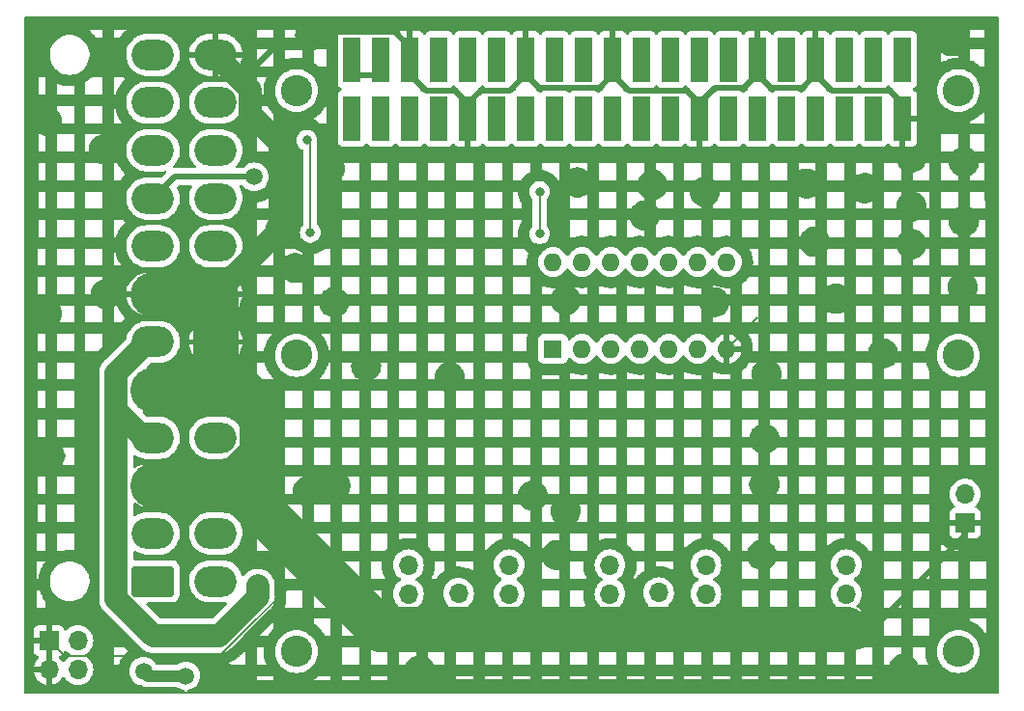
<source format=gbl>
G04 #@! TF.GenerationSoftware,KiCad,Pcbnew,(7.0.0-0)*
G04 #@! TF.CreationDate,2023-04-02T13:15:13+01:00*
G04 #@! TF.ProjectId,AuxBoard,41757842-6f61-4726-942e-6b696361645f,rev?*
G04 #@! TF.SameCoordinates,Original*
G04 #@! TF.FileFunction,Copper,L2,Bot*
G04 #@! TF.FilePolarity,Positive*
%FSLAX46Y46*%
G04 Gerber Fmt 4.6, Leading zero omitted, Abs format (unit mm)*
G04 Created by KiCad (PCBNEW (7.0.0-0)) date 2023-04-02 13:15:13*
%MOMM*%
%LPD*%
G01*
G04 APERTURE LIST*
G04 Aperture macros list*
%AMRoundRect*
0 Rectangle with rounded corners*
0 $1 Rounding radius*
0 $2 $3 $4 $5 $6 $7 $8 $9 X,Y pos of 4 corners*
0 Add a 4 corners polygon primitive as box body*
4,1,4,$2,$3,$4,$5,$6,$7,$8,$9,$2,$3,0*
0 Add four circle primitives for the rounded corners*
1,1,$1+$1,$2,$3*
1,1,$1+$1,$4,$5*
1,1,$1+$1,$6,$7*
1,1,$1+$1,$8,$9*
0 Add four rect primitives between the rounded corners*
20,1,$1+$1,$2,$3,$4,$5,0*
20,1,$1+$1,$4,$5,$6,$7,0*
20,1,$1+$1,$6,$7,$8,$9,0*
20,1,$1+$1,$8,$9,$2,$3,0*%
G04 Aperture macros list end*
G04 #@! TA.AperFunction,WasherPad*
%ADD10C,2.750000*%
G04 #@! TD*
G04 #@! TA.AperFunction,ComponentPad*
%ADD11R,1.600000X1.600000*%
G04 #@! TD*
G04 #@! TA.AperFunction,ComponentPad*
%ADD12O,1.600000X1.600000*%
G04 #@! TD*
G04 #@! TA.AperFunction,ComponentPad*
%ADD13R,1.700000X1.700000*%
G04 #@! TD*
G04 #@! TA.AperFunction,ComponentPad*
%ADD14O,1.700000X1.700000*%
G04 #@! TD*
G04 #@! TA.AperFunction,ComponentPad*
%ADD15RoundRect,0.250001X1.599999X-1.099999X1.599999X1.099999X-1.599999X1.099999X-1.599999X-1.099999X0*%
G04 #@! TD*
G04 #@! TA.AperFunction,ComponentPad*
%ADD16O,3.700000X2.700000*%
G04 #@! TD*
G04 #@! TA.AperFunction,ComponentPad*
%ADD17R,1.500000X4.000000*%
G04 #@! TD*
G04 #@! TA.AperFunction,ViaPad*
%ADD18C,0.800000*%
G04 #@! TD*
G04 #@! TA.AperFunction,ViaPad*
%ADD19C,1.500000*%
G04 #@! TD*
G04 #@! TA.AperFunction,Conductor*
%ADD20C,0.200000*%
G04 #@! TD*
G04 #@! TA.AperFunction,Conductor*
%ADD21C,0.500000*%
G04 #@! TD*
G04 #@! TA.AperFunction,Conductor*
%ADD22C,2.000000*%
G04 #@! TD*
G04 #@! TA.AperFunction,Conductor*
%ADD23C,1.000000*%
G04 #@! TD*
G04 #@! TA.AperFunction,Conductor*
%ADD24C,4.000000*%
G04 #@! TD*
G04 #@! TA.AperFunction,Profile*
%ADD25C,0.200000*%
G04 #@! TD*
G04 APERTURE END LIST*
D10*
X128500000Y-79375000D03*
D11*
X150974999Y-78799999D03*
D12*
X153514999Y-78799999D03*
X156054999Y-78799999D03*
X158594999Y-78799999D03*
X161134999Y-78799999D03*
X163674999Y-78799999D03*
X166214999Y-78799999D03*
X166214999Y-71179999D03*
X163674999Y-71179999D03*
X161134999Y-71179999D03*
X158594999Y-71179999D03*
X156054999Y-71179999D03*
X153514999Y-71179999D03*
X150974999Y-71179999D03*
D13*
X176674999Y-102839999D03*
D14*
X176674999Y-100299999D03*
X176674999Y-97759999D03*
D15*
X115925000Y-99200000D03*
D16*
X115924999Y-94999999D03*
X115924999Y-90799999D03*
X115924999Y-86599999D03*
X115924999Y-82399999D03*
X115924999Y-78199999D03*
X115924999Y-73999999D03*
X115924999Y-69799999D03*
X115924999Y-65599999D03*
X115924999Y-61399999D03*
X115924999Y-57199999D03*
X115924999Y-52999999D03*
X121424999Y-99199999D03*
X121424999Y-94999999D03*
X121424999Y-90799999D03*
X121424999Y-86599999D03*
X121424999Y-82399999D03*
X121424999Y-78199999D03*
X121424999Y-73999999D03*
X121424999Y-69799999D03*
X121424999Y-65599999D03*
X121424999Y-61399999D03*
X121424999Y-57199999D03*
X121424999Y-52999999D03*
D13*
X138299999Y-102839999D03*
D14*
X138299999Y-100299999D03*
X138299999Y-97759999D03*
D13*
X142699999Y-102799999D03*
D14*
X142699999Y-100259999D03*
D13*
X155974999Y-102839999D03*
D14*
X155974999Y-100299999D03*
X155974999Y-97759999D03*
D17*
X133369999Y-58569999D03*
X133369999Y-53459999D03*
X135909999Y-58569999D03*
X135909999Y-53459999D03*
X138449999Y-58569999D03*
X138449999Y-53429999D03*
X140989999Y-58569999D03*
X140989999Y-53429999D03*
X143529999Y-58569999D03*
X143529999Y-53429999D03*
X146069999Y-58569999D03*
X146069999Y-53429999D03*
X148609999Y-58569999D03*
X148609999Y-53429999D03*
X151149999Y-58569999D03*
X151149999Y-53429999D03*
X153689999Y-58569999D03*
X153689999Y-53429999D03*
X156229999Y-58569999D03*
X156229999Y-53429999D03*
X158769999Y-58569999D03*
X158769999Y-53429999D03*
X161309999Y-58569999D03*
X161309999Y-53429999D03*
X163849999Y-58569999D03*
X163849999Y-53429999D03*
X166389999Y-58569999D03*
X166389999Y-53429999D03*
X168929999Y-58569999D03*
X168929999Y-53429999D03*
X171469999Y-58569999D03*
X171469999Y-53429999D03*
X174009999Y-58569999D03*
X174009999Y-53429999D03*
X176549999Y-58569999D03*
X176549999Y-53429999D03*
X179089999Y-58569999D03*
X179089999Y-53429999D03*
X181629999Y-58569999D03*
X181629999Y-53429999D03*
D13*
X160224999Y-102749999D03*
D14*
X160224999Y-100209999D03*
D13*
X147124999Y-102839999D03*
D14*
X147124999Y-100299999D03*
X147124999Y-97759999D03*
D10*
X128500000Y-105375000D03*
X186500000Y-105375000D03*
X128500000Y-56125000D03*
X186500000Y-79375000D03*
D13*
X164374999Y-102839999D03*
D14*
X164374999Y-100299999D03*
X164374999Y-97759999D03*
D13*
X187099999Y-94099999D03*
D14*
X187099999Y-91559999D03*
D10*
X186500000Y-56125000D03*
D13*
X106799999Y-104399999D03*
D14*
X109339999Y-104399999D03*
X106799999Y-106939999D03*
X109339999Y-106939999D03*
D18*
X149800000Y-65000000D03*
X149800000Y-68700000D03*
D19*
X125100000Y-99600500D03*
X124800000Y-63700000D03*
X118800000Y-107500000D03*
X115100000Y-107100000D03*
D18*
X178300000Y-64700000D03*
X181700000Y-106900000D03*
X169500000Y-90700000D03*
X182400500Y-69600000D03*
X134600000Y-80300000D03*
X127100000Y-68325000D03*
X131900000Y-90800000D03*
X128400000Y-71700000D03*
X152100000Y-93000000D03*
X187000000Y-62400000D03*
X152100000Y-74500000D03*
X129700000Y-51300000D03*
X165100000Y-74700000D03*
X186900000Y-73400000D03*
X179900000Y-79200000D03*
X106600000Y-75700000D03*
X151300000Y-96900000D03*
X131800000Y-74700000D03*
X182400500Y-66300000D03*
X173200000Y-64300000D03*
X131400000Y-63000000D03*
X111600000Y-61300000D03*
X175800000Y-74400000D03*
X159000000Y-67100000D03*
X169700000Y-81000000D03*
X119000000Y-101400000D03*
X169500000Y-86700000D03*
X169300000Y-96900000D03*
X141900000Y-81300000D03*
X106600000Y-58800000D03*
X129500000Y-91300000D03*
X187000000Y-67600000D03*
X149200000Y-91700000D03*
X164300000Y-65000000D03*
X106900000Y-88200000D03*
X111800000Y-74000000D03*
X139300000Y-107000000D03*
X121900000Y-107500000D03*
X153100000Y-64200000D03*
X159700000Y-64400000D03*
X185906590Y-51804167D03*
X182400500Y-62000000D03*
X127200000Y-63100000D03*
X173900000Y-69400000D03*
X129700000Y-68600000D03*
X129400000Y-60500000D03*
D20*
X149800000Y-68700000D02*
X149800000Y-65000000D01*
D21*
X133370000Y-54760000D02*
X135910000Y-54760000D01*
D22*
X115974391Y-104000000D02*
X121700000Y-104000000D01*
X121700000Y-104000000D02*
X125100000Y-100600000D01*
X112700000Y-84200000D02*
X115100000Y-86600000D01*
X112700000Y-80925000D02*
X112700000Y-81900000D01*
X115425000Y-78200000D02*
X112700000Y-80925000D01*
X112700000Y-81900000D02*
X112700000Y-84200000D01*
X112700000Y-100725609D02*
X115974391Y-104000000D01*
X112700000Y-81900000D02*
X112700000Y-100725609D01*
X125100000Y-100600000D02*
X125100000Y-99600500D01*
X115100000Y-86600000D02*
X115925000Y-86600000D01*
X115925000Y-78200000D02*
X115425000Y-78200000D01*
D21*
X115925000Y-65600000D02*
X117825000Y-63700000D01*
X117825000Y-63700000D02*
X124800000Y-63700000D01*
D23*
X115500000Y-107500000D02*
X115100000Y-107100000D01*
X118800000Y-107500000D02*
X115500000Y-107500000D01*
D24*
X121425000Y-82400000D02*
X115925000Y-82400000D01*
D20*
X121748478Y-105790000D02*
X129650000Y-97888478D01*
D21*
X147220000Y-56120000D02*
X148610000Y-54730000D01*
D22*
X121425000Y-53000000D02*
X124475000Y-56050000D01*
D24*
X125475000Y-93075000D02*
X135790000Y-103390000D01*
D20*
X106800000Y-104400000D02*
X106800000Y-106940000D01*
D21*
X187025000Y-95275000D02*
X187025000Y-94175000D01*
X138450000Y-52350000D02*
X138450000Y-54730000D01*
D20*
X106800000Y-104400000D02*
X108190000Y-105790000D01*
D21*
X187025000Y-94175000D02*
X187100000Y-94100000D01*
D24*
X121425000Y-90800000D02*
X115925000Y-90800000D01*
D21*
X129801525Y-52300000D02*
X131091525Y-51010000D01*
X170080000Y-55880000D02*
X172860000Y-55880000D01*
D20*
X129650000Y-97888478D02*
X129650000Y-97250000D01*
D21*
X156230000Y-54730000D02*
X157620000Y-56120000D01*
D22*
X127200000Y-63100000D02*
X127100000Y-63200000D01*
D24*
X121425000Y-90800000D02*
X122745458Y-90800000D01*
D20*
X108190000Y-105790000D02*
X121748478Y-105790000D01*
D21*
X168930000Y-54730000D02*
X170080000Y-55880000D01*
X124475000Y-54425000D02*
X124475000Y-56050000D01*
X144680000Y-56120000D02*
X147220000Y-56120000D01*
X143530000Y-57270000D02*
X144680000Y-56120000D01*
D22*
X127100000Y-68325000D02*
X121425000Y-74000000D01*
D24*
X135790000Y-103390000D02*
X176635000Y-103390000D01*
D21*
X167730000Y-55930000D02*
X168930000Y-54730000D01*
X126600000Y-52300000D02*
X124475000Y-54425000D01*
X180480000Y-56120000D02*
X181630000Y-57270000D01*
D22*
X124475000Y-56050000D02*
X124475000Y-58175000D01*
D21*
X163850000Y-57270000D02*
X165190000Y-55930000D01*
D22*
X127100000Y-60800000D02*
X127100000Y-63000000D01*
D21*
X175400000Y-56120000D02*
X180480000Y-56120000D01*
D24*
X122745458Y-90800000D02*
X125475000Y-88070458D01*
D21*
X174010000Y-54730000D02*
X175400000Y-56120000D01*
X162700000Y-56120000D02*
X163850000Y-57270000D01*
D22*
X127100000Y-63000000D02*
X127200000Y-63100000D01*
D21*
X137110000Y-51010000D02*
X138450000Y-52350000D01*
D24*
X125475000Y-84275000D02*
X123600000Y-82400000D01*
X121425000Y-78200000D02*
X121425000Y-74000000D01*
X176635000Y-103390000D02*
X176675000Y-103350000D01*
D21*
X155080000Y-55880000D02*
X156230000Y-54730000D01*
X157620000Y-56120000D02*
X162700000Y-56120000D01*
X138450000Y-54730000D02*
X139840000Y-56120000D01*
D22*
X124475000Y-58175000D02*
X127100000Y-60800000D01*
D21*
X148610000Y-54730000D02*
X149760000Y-55880000D01*
X179460000Y-102840000D02*
X187025000Y-95275000D01*
X176675000Y-102840000D02*
X179460000Y-102840000D01*
X149760000Y-55880000D02*
X155080000Y-55880000D01*
D24*
X125475000Y-88070458D02*
X125475000Y-93075000D01*
D21*
X129801525Y-52300000D02*
X126600000Y-52300000D01*
D24*
X121425000Y-82400000D02*
X121425000Y-78200000D01*
X123600000Y-82400000D02*
X121425000Y-82400000D01*
D22*
X127100000Y-63200000D02*
X127100000Y-68325000D01*
D21*
X139840000Y-56120000D02*
X142380000Y-56120000D01*
D24*
X115925000Y-74000000D02*
X121425000Y-74000000D01*
D20*
X166215000Y-78800000D02*
X168930000Y-76085000D01*
D21*
X172860000Y-55880000D02*
X174010000Y-54730000D01*
X131091525Y-51010000D02*
X137110000Y-51010000D01*
D24*
X125475000Y-88070458D02*
X125475000Y-84275000D01*
D21*
X165190000Y-55930000D02*
X167730000Y-55930000D01*
X142380000Y-56120000D02*
X143530000Y-57270000D01*
D20*
X129700000Y-68600000D02*
X129700000Y-61400000D01*
X129700000Y-60800000D02*
X129400000Y-60500000D01*
X129700000Y-61400000D02*
X129700000Y-60800000D01*
G04 #@! TA.AperFunction,Conductor*
G36*
X108293539Y-105284885D02*
G01*
X108346285Y-105316181D01*
X108468599Y-105438495D01*
X108473032Y-105441599D01*
X108473038Y-105441604D01*
X108654158Y-105568425D01*
X108693024Y-105612743D01*
X108707035Y-105670000D01*
X108693024Y-105727257D01*
X108654159Y-105771575D01*
X108473041Y-105898395D01*
X108468599Y-105901505D01*
X108464775Y-105905328D01*
X108464769Y-105905334D01*
X108305334Y-106064769D01*
X108305328Y-106064775D01*
X108301505Y-106068599D01*
X108298403Y-106073028D01*
X108298403Y-106073029D01*
X108171269Y-106254596D01*
X108126951Y-106293461D01*
X108069694Y-106307472D01*
X108012437Y-106293461D01*
X107968119Y-106254595D01*
X107841215Y-106073357D01*
X107834280Y-106065092D01*
X107715665Y-105946477D01*
X107684369Y-105893731D01*
X107682180Y-105832438D01*
X107709633Y-105777593D01*
X107760013Y-105742614D01*
X107883777Y-105696452D01*
X107899189Y-105688037D01*
X108000092Y-105612501D01*
X108012501Y-105600092D01*
X108088037Y-105499189D01*
X108096452Y-105483777D01*
X108142422Y-105360529D01*
X108177401Y-105310149D01*
X108232246Y-105282696D01*
X108293539Y-105284885D01*
G37*
G04 #@! TD.AperFunction*
G04 #@! TA.AperFunction,Conductor*
G36*
X180415504Y-55666566D02*
G01*
X180459266Y-55703138D01*
X180472975Y-55721451D01*
X180514629Y-55777094D01*
X180522454Y-55787546D01*
X180637669Y-55873796D01*
X180665254Y-55884084D01*
X180714463Y-55917731D01*
X180742285Y-55970456D01*
X180742286Y-56030071D01*
X180714466Y-56082797D01*
X180665257Y-56116447D01*
X180646222Y-56123546D01*
X180630810Y-56131962D01*
X180529907Y-56207498D01*
X180517497Y-56219908D01*
X180459578Y-56297278D01*
X180415816Y-56333850D01*
X180360312Y-56346966D01*
X180304808Y-56333850D01*
X180261046Y-56297277D01*
X180202862Y-56219554D01*
X180202858Y-56219550D01*
X180197546Y-56212454D01*
X180175829Y-56196197D01*
X180089431Y-56131519D01*
X180089430Y-56131518D01*
X180082331Y-56126204D01*
X180074020Y-56123104D01*
X180074018Y-56123103D01*
X180055461Y-56116182D01*
X180006250Y-56082533D01*
X179978429Y-56029808D01*
X179978429Y-55970192D01*
X180006250Y-55917467D01*
X180055461Y-55883818D01*
X180059429Y-55882337D01*
X180082331Y-55873796D01*
X180197546Y-55787546D01*
X180260733Y-55703138D01*
X180304496Y-55666566D01*
X180360000Y-55653450D01*
X180415504Y-55666566D01*
G37*
G04 #@! TD.AperFunction*
G04 #@! TA.AperFunction,Conductor*
G36*
X165175504Y-55666566D02*
G01*
X165219266Y-55703138D01*
X165232975Y-55721451D01*
X165274629Y-55777094D01*
X165282454Y-55787546D01*
X165397669Y-55873796D01*
X165424540Y-55883818D01*
X165473750Y-55917467D01*
X165501570Y-55970193D01*
X165501570Y-56029807D01*
X165473750Y-56082533D01*
X165424540Y-56116181D01*
X165397669Y-56126204D01*
X165390572Y-56131516D01*
X165390568Y-56131519D01*
X165289550Y-56207141D01*
X165289546Y-56207144D01*
X165282454Y-56212454D01*
X165277144Y-56219546D01*
X165277140Y-56219551D01*
X165218953Y-56297278D01*
X165175190Y-56333851D01*
X165119686Y-56346966D01*
X165064182Y-56333850D01*
X165020420Y-56297277D01*
X164962501Y-56219907D01*
X164950092Y-56207498D01*
X164849189Y-56131962D01*
X164833773Y-56123544D01*
X164814744Y-56116447D01*
X164765533Y-56082797D01*
X164737713Y-56030071D01*
X164737715Y-55970456D01*
X164765536Y-55917731D01*
X164814745Y-55884084D01*
X164842331Y-55873796D01*
X164957546Y-55787546D01*
X165020733Y-55703138D01*
X165064496Y-55666566D01*
X165120000Y-55653450D01*
X165175504Y-55666566D01*
G37*
G04 #@! TD.AperFunction*
G04 #@! TA.AperFunction,Conductor*
G36*
X162635504Y-55666566D02*
G01*
X162679266Y-55703138D01*
X162692975Y-55721451D01*
X162734629Y-55777094D01*
X162742454Y-55787546D01*
X162857669Y-55873796D01*
X162885254Y-55884084D01*
X162934463Y-55917731D01*
X162962285Y-55970456D01*
X162962286Y-56030071D01*
X162934466Y-56082797D01*
X162885257Y-56116447D01*
X162866222Y-56123546D01*
X162850810Y-56131962D01*
X162749907Y-56207498D01*
X162737497Y-56219908D01*
X162679578Y-56297278D01*
X162635816Y-56333850D01*
X162580312Y-56346966D01*
X162524808Y-56333850D01*
X162481046Y-56297277D01*
X162422862Y-56219554D01*
X162422858Y-56219550D01*
X162417546Y-56212454D01*
X162395829Y-56196197D01*
X162309431Y-56131519D01*
X162309430Y-56131518D01*
X162302331Y-56126204D01*
X162294020Y-56123104D01*
X162294018Y-56123103D01*
X162275461Y-56116182D01*
X162226250Y-56082533D01*
X162198429Y-56029808D01*
X162198429Y-55970192D01*
X162226250Y-55917467D01*
X162275461Y-55883818D01*
X162279429Y-55882337D01*
X162302331Y-55873796D01*
X162417546Y-55787546D01*
X162480733Y-55703138D01*
X162524496Y-55666566D01*
X162580000Y-55653450D01*
X162635504Y-55666566D01*
G37*
G04 #@! TD.AperFunction*
G04 #@! TA.AperFunction,Conductor*
G36*
X144855504Y-55666566D02*
G01*
X144899266Y-55703138D01*
X144912975Y-55721451D01*
X144954629Y-55777094D01*
X144962454Y-55787546D01*
X145077669Y-55873796D01*
X145104540Y-55883818D01*
X145153750Y-55917467D01*
X145181570Y-55970193D01*
X145181570Y-56029807D01*
X145153750Y-56082533D01*
X145104540Y-56116181D01*
X145077669Y-56126204D01*
X145070572Y-56131516D01*
X145070568Y-56131519D01*
X144969550Y-56207141D01*
X144969546Y-56207144D01*
X144962454Y-56212454D01*
X144957144Y-56219546D01*
X144957140Y-56219551D01*
X144898953Y-56297278D01*
X144855190Y-56333851D01*
X144799686Y-56346966D01*
X144744182Y-56333850D01*
X144700420Y-56297277D01*
X144642501Y-56219907D01*
X144630092Y-56207498D01*
X144529189Y-56131962D01*
X144513773Y-56123544D01*
X144494744Y-56116447D01*
X144445533Y-56082797D01*
X144417713Y-56030071D01*
X144417715Y-55970456D01*
X144445536Y-55917731D01*
X144494745Y-55884084D01*
X144522331Y-55873796D01*
X144637546Y-55787546D01*
X144700733Y-55703138D01*
X144744496Y-55666566D01*
X144800000Y-55653450D01*
X144855504Y-55666566D01*
G37*
G04 #@! TD.AperFunction*
G04 #@! TA.AperFunction,Conductor*
G36*
X142315504Y-55666566D02*
G01*
X142359266Y-55703138D01*
X142372975Y-55721451D01*
X142414629Y-55777094D01*
X142422454Y-55787546D01*
X142537669Y-55873796D01*
X142565254Y-55884084D01*
X142614463Y-55917731D01*
X142642285Y-55970456D01*
X142642286Y-56030071D01*
X142614466Y-56082797D01*
X142565257Y-56116447D01*
X142546222Y-56123546D01*
X142530810Y-56131962D01*
X142429907Y-56207498D01*
X142417497Y-56219908D01*
X142359578Y-56297278D01*
X142315816Y-56333850D01*
X142260312Y-56346966D01*
X142204808Y-56333850D01*
X142161046Y-56297277D01*
X142102862Y-56219554D01*
X142102858Y-56219550D01*
X142097546Y-56212454D01*
X142075829Y-56196197D01*
X141989431Y-56131519D01*
X141989430Y-56131518D01*
X141982331Y-56126204D01*
X141974020Y-56123104D01*
X141974018Y-56123103D01*
X141955461Y-56116182D01*
X141906250Y-56082533D01*
X141878429Y-56029808D01*
X141878429Y-55970192D01*
X141906250Y-55917467D01*
X141955461Y-55883818D01*
X141959429Y-55882337D01*
X141982331Y-55873796D01*
X142097546Y-55787546D01*
X142160733Y-55703138D01*
X142204496Y-55666566D01*
X142260000Y-55653450D01*
X142315504Y-55666566D01*
G37*
G04 #@! TD.AperFunction*
G04 #@! TA.AperFunction,Conductor*
G36*
X177875504Y-55666566D02*
G01*
X177919266Y-55703138D01*
X177932975Y-55721451D01*
X177974629Y-55777094D01*
X177982454Y-55787546D01*
X178097669Y-55873796D01*
X178124540Y-55883818D01*
X178173750Y-55917467D01*
X178201570Y-55970193D01*
X178201570Y-56029807D01*
X178173750Y-56082533D01*
X178124540Y-56116181D01*
X178097669Y-56126204D01*
X178090572Y-56131516D01*
X178090568Y-56131519D01*
X177989550Y-56207141D01*
X177989546Y-56207144D01*
X177982454Y-56212454D01*
X177977144Y-56219546D01*
X177977140Y-56219551D01*
X177919266Y-56296861D01*
X177875504Y-56333433D01*
X177820000Y-56346549D01*
X177764496Y-56333433D01*
X177720734Y-56296861D01*
X177662859Y-56219551D01*
X177662858Y-56219550D01*
X177657546Y-56212454D01*
X177635829Y-56196197D01*
X177549431Y-56131519D01*
X177549430Y-56131518D01*
X177542331Y-56126204D01*
X177534020Y-56123104D01*
X177534018Y-56123103D01*
X177515461Y-56116182D01*
X177466250Y-56082533D01*
X177438429Y-56029808D01*
X177438429Y-55970192D01*
X177466250Y-55917467D01*
X177515461Y-55883818D01*
X177519429Y-55882337D01*
X177542331Y-55873796D01*
X177657546Y-55787546D01*
X177720733Y-55703138D01*
X177764496Y-55666566D01*
X177820000Y-55653450D01*
X177875504Y-55666566D01*
G37*
G04 #@! TD.AperFunction*
G04 #@! TA.AperFunction,Conductor*
G36*
X175335191Y-55666149D02*
G01*
X175378953Y-55702721D01*
X175437140Y-55780448D01*
X175442454Y-55787546D01*
X175557669Y-55873796D01*
X175584540Y-55883818D01*
X175633750Y-55917467D01*
X175661570Y-55970193D01*
X175661570Y-56029807D01*
X175633750Y-56082533D01*
X175584540Y-56116181D01*
X175557669Y-56126204D01*
X175550572Y-56131516D01*
X175550568Y-56131519D01*
X175449550Y-56207141D01*
X175449546Y-56207144D01*
X175442454Y-56212454D01*
X175437144Y-56219546D01*
X175437140Y-56219551D01*
X175379266Y-56296861D01*
X175335504Y-56333433D01*
X175280000Y-56346549D01*
X175224496Y-56333433D01*
X175180734Y-56296861D01*
X175122859Y-56219551D01*
X175122858Y-56219550D01*
X175117546Y-56212454D01*
X175095829Y-56196197D01*
X175009431Y-56131519D01*
X175009430Y-56131518D01*
X175002331Y-56126204D01*
X174981727Y-56118519D01*
X174974745Y-56115915D01*
X174925534Y-56082265D01*
X174897714Y-56029539D01*
X174897714Y-55969924D01*
X174925536Y-55917199D01*
X174974747Y-55883550D01*
X174993780Y-55876451D01*
X175009189Y-55868037D01*
X175110092Y-55792501D01*
X175122503Y-55780090D01*
X175180420Y-55702723D01*
X175224182Y-55666149D01*
X175279686Y-55653033D01*
X175335191Y-55666149D01*
G37*
G04 #@! TD.AperFunction*
G04 #@! TA.AperFunction,Conductor*
G36*
X172795816Y-55666149D02*
G01*
X172839579Y-55702722D01*
X172897498Y-55780092D01*
X172909907Y-55792501D01*
X173010810Y-55868037D01*
X173026223Y-55876453D01*
X173045253Y-55883551D01*
X173094464Y-55917199D01*
X173122285Y-55969924D01*
X173122285Y-56029539D01*
X173094466Y-56082265D01*
X173045256Y-56115914D01*
X173025982Y-56123102D01*
X173025973Y-56123106D01*
X173017669Y-56126204D01*
X173010572Y-56131516D01*
X173010568Y-56131519D01*
X172909550Y-56207141D01*
X172909546Y-56207144D01*
X172902454Y-56212454D01*
X172897144Y-56219546D01*
X172897140Y-56219551D01*
X172839266Y-56296861D01*
X172795504Y-56333433D01*
X172740000Y-56346549D01*
X172684496Y-56333433D01*
X172640734Y-56296861D01*
X172582859Y-56219551D01*
X172582858Y-56219550D01*
X172577546Y-56212454D01*
X172555829Y-56196197D01*
X172469431Y-56131519D01*
X172469430Y-56131518D01*
X172462331Y-56126204D01*
X172454020Y-56123104D01*
X172454018Y-56123103D01*
X172435461Y-56116182D01*
X172386250Y-56082533D01*
X172358429Y-56029808D01*
X172358429Y-55970192D01*
X172386250Y-55917467D01*
X172435461Y-55883818D01*
X172439429Y-55882337D01*
X172462331Y-55873796D01*
X172577546Y-55787546D01*
X172641045Y-55702721D01*
X172684808Y-55666149D01*
X172740312Y-55653033D01*
X172795816Y-55666149D01*
G37*
G04 #@! TD.AperFunction*
G04 #@! TA.AperFunction,Conductor*
G36*
X170255191Y-55666149D02*
G01*
X170298953Y-55702721D01*
X170357140Y-55780448D01*
X170362454Y-55787546D01*
X170477669Y-55873796D01*
X170504540Y-55883818D01*
X170553750Y-55917467D01*
X170581570Y-55970193D01*
X170581570Y-56029807D01*
X170553750Y-56082533D01*
X170504540Y-56116181D01*
X170477669Y-56126204D01*
X170470572Y-56131516D01*
X170470568Y-56131519D01*
X170369550Y-56207141D01*
X170369546Y-56207144D01*
X170362454Y-56212454D01*
X170357144Y-56219546D01*
X170357140Y-56219551D01*
X170299266Y-56296861D01*
X170255504Y-56333433D01*
X170200000Y-56346549D01*
X170144496Y-56333433D01*
X170100734Y-56296861D01*
X170042859Y-56219551D01*
X170042858Y-56219550D01*
X170037546Y-56212454D01*
X170015829Y-56196197D01*
X169929431Y-56131519D01*
X169929430Y-56131518D01*
X169922331Y-56126204D01*
X169901727Y-56118519D01*
X169894745Y-56115915D01*
X169845534Y-56082265D01*
X169817714Y-56029539D01*
X169817714Y-55969924D01*
X169845536Y-55917199D01*
X169894747Y-55883550D01*
X169913780Y-55876451D01*
X169929189Y-55868037D01*
X170030092Y-55792501D01*
X170042503Y-55780090D01*
X170100420Y-55702723D01*
X170144182Y-55666149D01*
X170199686Y-55653033D01*
X170255191Y-55666149D01*
G37*
G04 #@! TD.AperFunction*
G04 #@! TA.AperFunction,Conductor*
G36*
X167715816Y-55666149D02*
G01*
X167759579Y-55702722D01*
X167817498Y-55780092D01*
X167829907Y-55792501D01*
X167930810Y-55868037D01*
X167946223Y-55876453D01*
X167965253Y-55883551D01*
X168014464Y-55917199D01*
X168042285Y-55969924D01*
X168042285Y-56029539D01*
X168014466Y-56082265D01*
X167965256Y-56115914D01*
X167945982Y-56123102D01*
X167945973Y-56123106D01*
X167937669Y-56126204D01*
X167930572Y-56131516D01*
X167930568Y-56131519D01*
X167829550Y-56207141D01*
X167829546Y-56207144D01*
X167822454Y-56212454D01*
X167817144Y-56219546D01*
X167817140Y-56219551D01*
X167759266Y-56296861D01*
X167715504Y-56333433D01*
X167660000Y-56346549D01*
X167604496Y-56333433D01*
X167560734Y-56296861D01*
X167502859Y-56219551D01*
X167502858Y-56219550D01*
X167497546Y-56212454D01*
X167475829Y-56196197D01*
X167389431Y-56131519D01*
X167389430Y-56131518D01*
X167382331Y-56126204D01*
X167374020Y-56123104D01*
X167374018Y-56123103D01*
X167355461Y-56116182D01*
X167306250Y-56082533D01*
X167278429Y-56029808D01*
X167278429Y-55970192D01*
X167306250Y-55917467D01*
X167355461Y-55883818D01*
X167359429Y-55882337D01*
X167382331Y-55873796D01*
X167497546Y-55787546D01*
X167561045Y-55702721D01*
X167604808Y-55666149D01*
X167660312Y-55653033D01*
X167715816Y-55666149D01*
G37*
G04 #@! TD.AperFunction*
G04 #@! TA.AperFunction,Conductor*
G36*
X160095504Y-55666566D02*
G01*
X160139266Y-55703138D01*
X160152975Y-55721451D01*
X160194629Y-55777094D01*
X160202454Y-55787546D01*
X160317669Y-55873796D01*
X160344540Y-55883818D01*
X160393750Y-55917467D01*
X160421570Y-55970193D01*
X160421570Y-56029807D01*
X160393750Y-56082533D01*
X160344540Y-56116181D01*
X160317669Y-56126204D01*
X160310572Y-56131516D01*
X160310568Y-56131519D01*
X160209550Y-56207141D01*
X160209546Y-56207144D01*
X160202454Y-56212454D01*
X160197144Y-56219546D01*
X160197140Y-56219551D01*
X160139266Y-56296861D01*
X160095504Y-56333433D01*
X160040000Y-56346549D01*
X159984496Y-56333433D01*
X159940734Y-56296861D01*
X159882859Y-56219551D01*
X159882858Y-56219550D01*
X159877546Y-56212454D01*
X159855829Y-56196197D01*
X159769431Y-56131519D01*
X159769430Y-56131518D01*
X159762331Y-56126204D01*
X159754020Y-56123104D01*
X159754018Y-56123103D01*
X159735461Y-56116182D01*
X159686250Y-56082533D01*
X159658429Y-56029808D01*
X159658429Y-55970192D01*
X159686250Y-55917467D01*
X159735461Y-55883818D01*
X159739429Y-55882337D01*
X159762331Y-55873796D01*
X159877546Y-55787546D01*
X159940733Y-55703138D01*
X159984496Y-55666566D01*
X160040000Y-55653450D01*
X160095504Y-55666566D01*
G37*
G04 #@! TD.AperFunction*
G04 #@! TA.AperFunction,Conductor*
G36*
X157555191Y-55666149D02*
G01*
X157598953Y-55702721D01*
X157657140Y-55780448D01*
X157662454Y-55787546D01*
X157777669Y-55873796D01*
X157804540Y-55883818D01*
X157853750Y-55917467D01*
X157881570Y-55970193D01*
X157881570Y-56029807D01*
X157853750Y-56082533D01*
X157804540Y-56116181D01*
X157777669Y-56126204D01*
X157770572Y-56131516D01*
X157770568Y-56131519D01*
X157669550Y-56207141D01*
X157669546Y-56207144D01*
X157662454Y-56212454D01*
X157657144Y-56219546D01*
X157657140Y-56219551D01*
X157599266Y-56296861D01*
X157555504Y-56333433D01*
X157500000Y-56346549D01*
X157444496Y-56333433D01*
X157400734Y-56296861D01*
X157342859Y-56219551D01*
X157342858Y-56219550D01*
X157337546Y-56212454D01*
X157315829Y-56196197D01*
X157229431Y-56131519D01*
X157229430Y-56131518D01*
X157222331Y-56126204D01*
X157201727Y-56118519D01*
X157194745Y-56115915D01*
X157145534Y-56082265D01*
X157117714Y-56029539D01*
X157117714Y-55969924D01*
X157145536Y-55917199D01*
X157194747Y-55883550D01*
X157213780Y-55876451D01*
X157229189Y-55868037D01*
X157330092Y-55792501D01*
X157342503Y-55780090D01*
X157400420Y-55702723D01*
X157444182Y-55666149D01*
X157499686Y-55653033D01*
X157555191Y-55666149D01*
G37*
G04 #@! TD.AperFunction*
G04 #@! TA.AperFunction,Conductor*
G36*
X155015816Y-55666149D02*
G01*
X155059579Y-55702722D01*
X155117498Y-55780092D01*
X155129907Y-55792501D01*
X155230810Y-55868037D01*
X155246223Y-55876453D01*
X155265253Y-55883551D01*
X155314464Y-55917199D01*
X155342285Y-55969924D01*
X155342285Y-56029539D01*
X155314466Y-56082265D01*
X155265256Y-56115914D01*
X155245982Y-56123102D01*
X155245973Y-56123106D01*
X155237669Y-56126204D01*
X155230572Y-56131516D01*
X155230568Y-56131519D01*
X155129550Y-56207141D01*
X155129546Y-56207144D01*
X155122454Y-56212454D01*
X155117144Y-56219546D01*
X155117140Y-56219551D01*
X155059266Y-56296861D01*
X155015504Y-56333433D01*
X154960000Y-56346549D01*
X154904496Y-56333433D01*
X154860734Y-56296861D01*
X154802859Y-56219551D01*
X154802858Y-56219550D01*
X154797546Y-56212454D01*
X154775829Y-56196197D01*
X154689431Y-56131519D01*
X154689430Y-56131518D01*
X154682331Y-56126204D01*
X154674020Y-56123104D01*
X154674018Y-56123103D01*
X154655461Y-56116182D01*
X154606250Y-56082533D01*
X154578429Y-56029808D01*
X154578429Y-55970192D01*
X154606250Y-55917467D01*
X154655461Y-55883818D01*
X154659429Y-55882337D01*
X154682331Y-55873796D01*
X154797546Y-55787546D01*
X154861045Y-55702721D01*
X154904808Y-55666149D01*
X154960312Y-55653033D01*
X155015816Y-55666149D01*
G37*
G04 #@! TD.AperFunction*
G04 #@! TA.AperFunction,Conductor*
G36*
X152475504Y-55666566D02*
G01*
X152519266Y-55703138D01*
X152532975Y-55721451D01*
X152574629Y-55777094D01*
X152582454Y-55787546D01*
X152697669Y-55873796D01*
X152724540Y-55883818D01*
X152773750Y-55917467D01*
X152801570Y-55970193D01*
X152801570Y-56029807D01*
X152773750Y-56082533D01*
X152724540Y-56116181D01*
X152697669Y-56126204D01*
X152690572Y-56131516D01*
X152690568Y-56131519D01*
X152589550Y-56207141D01*
X152589546Y-56207144D01*
X152582454Y-56212454D01*
X152577144Y-56219546D01*
X152577140Y-56219551D01*
X152519266Y-56296861D01*
X152475504Y-56333433D01*
X152420000Y-56346549D01*
X152364496Y-56333433D01*
X152320734Y-56296861D01*
X152262859Y-56219551D01*
X152262858Y-56219550D01*
X152257546Y-56212454D01*
X152235829Y-56196197D01*
X152149431Y-56131519D01*
X152149430Y-56131518D01*
X152142331Y-56126204D01*
X152134020Y-56123104D01*
X152134018Y-56123103D01*
X152115461Y-56116182D01*
X152066250Y-56082533D01*
X152038429Y-56029808D01*
X152038429Y-55970192D01*
X152066250Y-55917467D01*
X152115461Y-55883818D01*
X152119429Y-55882337D01*
X152142331Y-55873796D01*
X152257546Y-55787546D01*
X152320733Y-55703138D01*
X152364496Y-55666566D01*
X152420000Y-55653450D01*
X152475504Y-55666566D01*
G37*
G04 #@! TD.AperFunction*
G04 #@! TA.AperFunction,Conductor*
G36*
X149935191Y-55666149D02*
G01*
X149978953Y-55702721D01*
X150037140Y-55780448D01*
X150042454Y-55787546D01*
X150157669Y-55873796D01*
X150184540Y-55883818D01*
X150233750Y-55917467D01*
X150261570Y-55970193D01*
X150261570Y-56029807D01*
X150233750Y-56082533D01*
X150184540Y-56116181D01*
X150157669Y-56126204D01*
X150150572Y-56131516D01*
X150150568Y-56131519D01*
X150049550Y-56207141D01*
X150049546Y-56207144D01*
X150042454Y-56212454D01*
X150037144Y-56219546D01*
X150037140Y-56219551D01*
X149979266Y-56296861D01*
X149935504Y-56333433D01*
X149880000Y-56346549D01*
X149824496Y-56333433D01*
X149780734Y-56296861D01*
X149722859Y-56219551D01*
X149722858Y-56219550D01*
X149717546Y-56212454D01*
X149695829Y-56196197D01*
X149609431Y-56131519D01*
X149609430Y-56131518D01*
X149602331Y-56126204D01*
X149581727Y-56118519D01*
X149574745Y-56115915D01*
X149525534Y-56082265D01*
X149497714Y-56029539D01*
X149497714Y-55969924D01*
X149525536Y-55917199D01*
X149574747Y-55883550D01*
X149593780Y-55876451D01*
X149609189Y-55868037D01*
X149710092Y-55792501D01*
X149722503Y-55780090D01*
X149780420Y-55702723D01*
X149824182Y-55666149D01*
X149879686Y-55653033D01*
X149935191Y-55666149D01*
G37*
G04 #@! TD.AperFunction*
G04 #@! TA.AperFunction,Conductor*
G36*
X147395816Y-55666149D02*
G01*
X147439579Y-55702722D01*
X147497498Y-55780092D01*
X147509907Y-55792501D01*
X147610810Y-55868037D01*
X147626223Y-55876453D01*
X147645253Y-55883551D01*
X147694464Y-55917199D01*
X147722285Y-55969924D01*
X147722285Y-56029539D01*
X147694466Y-56082265D01*
X147645256Y-56115914D01*
X147625982Y-56123102D01*
X147625973Y-56123106D01*
X147617669Y-56126204D01*
X147610572Y-56131516D01*
X147610568Y-56131519D01*
X147509550Y-56207141D01*
X147509546Y-56207144D01*
X147502454Y-56212454D01*
X147497144Y-56219546D01*
X147497140Y-56219551D01*
X147439266Y-56296861D01*
X147395504Y-56333433D01*
X147340000Y-56346549D01*
X147284496Y-56333433D01*
X147240734Y-56296861D01*
X147182859Y-56219551D01*
X147182858Y-56219550D01*
X147177546Y-56212454D01*
X147155829Y-56196197D01*
X147069431Y-56131519D01*
X147069430Y-56131518D01*
X147062331Y-56126204D01*
X147054020Y-56123104D01*
X147054018Y-56123103D01*
X147035461Y-56116182D01*
X146986250Y-56082533D01*
X146958429Y-56029808D01*
X146958429Y-55970192D01*
X146986250Y-55917467D01*
X147035461Y-55883818D01*
X147039429Y-55882337D01*
X147062331Y-55873796D01*
X147177546Y-55787546D01*
X147241045Y-55702721D01*
X147284808Y-55666149D01*
X147340312Y-55653033D01*
X147395816Y-55666149D01*
G37*
G04 #@! TD.AperFunction*
G04 #@! TA.AperFunction,Conductor*
G36*
X139775191Y-55666149D02*
G01*
X139818953Y-55702721D01*
X139877140Y-55780448D01*
X139882454Y-55787546D01*
X139997669Y-55873796D01*
X140024540Y-55883818D01*
X140073750Y-55917467D01*
X140101570Y-55970193D01*
X140101570Y-56029807D01*
X140073750Y-56082533D01*
X140024540Y-56116181D01*
X139997669Y-56126204D01*
X139990572Y-56131516D01*
X139990568Y-56131519D01*
X139889550Y-56207141D01*
X139889546Y-56207144D01*
X139882454Y-56212454D01*
X139877144Y-56219546D01*
X139877140Y-56219551D01*
X139819266Y-56296861D01*
X139775504Y-56333433D01*
X139720000Y-56346549D01*
X139664496Y-56333433D01*
X139620734Y-56296861D01*
X139562859Y-56219551D01*
X139562858Y-56219550D01*
X139557546Y-56212454D01*
X139535829Y-56196197D01*
X139449431Y-56131519D01*
X139449430Y-56131518D01*
X139442331Y-56126204D01*
X139421727Y-56118519D01*
X139414745Y-56115915D01*
X139365534Y-56082265D01*
X139337714Y-56029539D01*
X139337714Y-55969924D01*
X139365536Y-55917199D01*
X139414747Y-55883550D01*
X139433780Y-55876451D01*
X139449189Y-55868037D01*
X139550092Y-55792501D01*
X139562503Y-55780090D01*
X139620420Y-55702723D01*
X139664182Y-55666149D01*
X139719686Y-55653033D01*
X139775191Y-55666149D01*
G37*
G04 #@! TD.AperFunction*
G04 #@! TA.AperFunction,Conductor*
G36*
X189838469Y-49767043D02*
G01*
X189883837Y-49812258D01*
X189900588Y-49874077D01*
X189999499Y-79151581D01*
X189999500Y-79152000D01*
X189999500Y-108776263D01*
X189982911Y-108838221D01*
X189937584Y-108883602D01*
X189875647Y-108900262D01*
X146698266Y-108950762D01*
X119032414Y-108983120D01*
X118973524Y-108968322D01*
X118928720Y-108927338D01*
X118908747Y-108869996D01*
X118918393Y-108810046D01*
X118955345Y-108761864D01*
X119010743Y-108737003D01*
X119012579Y-108736679D01*
X119017977Y-108736207D01*
X119229330Y-108679575D01*
X119427639Y-108587102D01*
X119606877Y-108461598D01*
X119761598Y-108306877D01*
X119887102Y-108127639D01*
X119979575Y-107929330D01*
X120036207Y-107717977D01*
X120055277Y-107500000D01*
X120055146Y-107498500D01*
X124998500Y-107498500D01*
X124998500Y-107852142D01*
X126500500Y-107850385D01*
X126500500Y-107846294D01*
X129998500Y-107846294D01*
X131500500Y-107844537D01*
X131500500Y-107498500D01*
X132498500Y-107498500D01*
X132498500Y-107843370D01*
X134000500Y-107841613D01*
X134000500Y-107498500D01*
X134998500Y-107498500D01*
X134998500Y-107840446D01*
X136500500Y-107838689D01*
X136500500Y-107498500D01*
X142498500Y-107498500D01*
X142498500Y-107831674D01*
X144000500Y-107829917D01*
X144000500Y-107498500D01*
X144998500Y-107498500D01*
X144998500Y-107828750D01*
X146500500Y-107826993D01*
X146500500Y-107498500D01*
X147498500Y-107498500D01*
X147498500Y-107825826D01*
X149000500Y-107824069D01*
X149000500Y-107498500D01*
X149998500Y-107498500D01*
X149998500Y-107822902D01*
X151500500Y-107821145D01*
X151500500Y-107498500D01*
X152498500Y-107498500D01*
X152498500Y-107819978D01*
X154000500Y-107818221D01*
X154000500Y-107498500D01*
X154998500Y-107498500D01*
X154998500Y-107817054D01*
X156500500Y-107815297D01*
X156500500Y-107498500D01*
X157498500Y-107498500D01*
X157498500Y-107814130D01*
X159000500Y-107812373D01*
X159000500Y-107498500D01*
X159998500Y-107498500D01*
X159998500Y-107811206D01*
X161500500Y-107809449D01*
X161500500Y-107498500D01*
X162498500Y-107498500D01*
X162498500Y-107808282D01*
X164000500Y-107806525D01*
X164000500Y-107498500D01*
X164998500Y-107498500D01*
X164998500Y-107805358D01*
X166500500Y-107803601D01*
X166500500Y-107498500D01*
X167498500Y-107498500D01*
X167498500Y-107802434D01*
X169000500Y-107800677D01*
X169000500Y-107498500D01*
X169998500Y-107498500D01*
X169998500Y-107799510D01*
X171500500Y-107797753D01*
X171500500Y-107498500D01*
X172498500Y-107498500D01*
X172498500Y-107796586D01*
X174000500Y-107794829D01*
X174000500Y-107498500D01*
X174998500Y-107498500D01*
X174998500Y-107793662D01*
X176500500Y-107791905D01*
X176500500Y-107498500D01*
X177498500Y-107498500D01*
X177498500Y-107790738D01*
X179000500Y-107788981D01*
X179000500Y-107498500D01*
X177498500Y-107498500D01*
X176500500Y-107498500D01*
X174998500Y-107498500D01*
X174000500Y-107498500D01*
X172498500Y-107498500D01*
X171500500Y-107498500D01*
X169998500Y-107498500D01*
X169000500Y-107498500D01*
X167498500Y-107498500D01*
X166500500Y-107498500D01*
X164998500Y-107498500D01*
X164000500Y-107498500D01*
X162498500Y-107498500D01*
X161500500Y-107498500D01*
X159998500Y-107498500D01*
X159000500Y-107498500D01*
X157498500Y-107498500D01*
X156500500Y-107498500D01*
X154998500Y-107498500D01*
X154000500Y-107498500D01*
X152498500Y-107498500D01*
X151500500Y-107498500D01*
X149998500Y-107498500D01*
X149000500Y-107498500D01*
X147498500Y-107498500D01*
X146500500Y-107498500D01*
X144998500Y-107498500D01*
X144000500Y-107498500D01*
X142498500Y-107498500D01*
X136500500Y-107498500D01*
X134998500Y-107498500D01*
X134000500Y-107498500D01*
X132498500Y-107498500D01*
X131500500Y-107498500D01*
X130440242Y-107498500D01*
X130437021Y-107501721D01*
X130433836Y-107504794D01*
X130394651Y-107541277D01*
X130391358Y-107544236D01*
X130377987Y-107555822D01*
X130374590Y-107558661D01*
X130332902Y-107592255D01*
X130329406Y-107594970D01*
X130114639Y-107755742D01*
X130111050Y-107758331D01*
X130067082Y-107788859D01*
X130063402Y-107791318D01*
X130048519Y-107800883D01*
X130044753Y-107803209D01*
X129998702Y-107830533D01*
X129998500Y-107830648D01*
X129998500Y-107846294D01*
X126500500Y-107846294D01*
X126500500Y-107498500D01*
X124998500Y-107498500D01*
X120055146Y-107498500D01*
X120036207Y-107282023D01*
X120028959Y-107254975D01*
X120008220Y-107177576D01*
X119979575Y-107070670D01*
X119887102Y-106872362D01*
X119761598Y-106693123D01*
X119606877Y-106538402D01*
X119602446Y-106535299D01*
X119602442Y-106535296D01*
X119432068Y-106415999D01*
X119432066Y-106415997D01*
X119427639Y-106412898D01*
X119422742Y-106410614D01*
X119422736Y-106410611D01*
X119293570Y-106350380D01*
X122558345Y-106350380D01*
X122691538Y-106432850D01*
X122709798Y-106446640D01*
X122768880Y-106500500D01*
X124000500Y-106500500D01*
X124000500Y-105232909D01*
X123566417Y-105666991D01*
X123552011Y-105684003D01*
X123548614Y-105687850D01*
X123534741Y-105702920D01*
X123531192Y-105706618D01*
X123487358Y-105750452D01*
X123483659Y-105754002D01*
X123430175Y-105803235D01*
X123422838Y-105810574D01*
X123421007Y-105812369D01*
X123398639Y-105833833D01*
X123396769Y-105835590D01*
X123389224Y-105842536D01*
X123387316Y-105844256D01*
X123364042Y-105864808D01*
X123362096Y-105866491D01*
X123354166Y-105873205D01*
X123300722Y-105922407D01*
X123296878Y-105925802D01*
X123249553Y-105965884D01*
X123245572Y-105969117D01*
X123229407Y-105981698D01*
X123225293Y-105984765D01*
X123195701Y-106005889D01*
X123167018Y-106028218D01*
X123162903Y-106031287D01*
X123146232Y-106043190D01*
X123142000Y-106046082D01*
X123090097Y-106079992D01*
X123085747Y-106082707D01*
X123023321Y-106119903D01*
X122962468Y-106159662D01*
X122958116Y-106162378D01*
X122904826Y-106194130D01*
X122900367Y-106196664D01*
X122882352Y-106206412D01*
X122877792Y-106208759D01*
X122845160Y-106224708D01*
X122813182Y-106242017D01*
X122808620Y-106244366D01*
X122790217Y-106253363D01*
X122785564Y-106255519D01*
X122728776Y-106280428D01*
X122724038Y-106282391D01*
X122656350Y-106308800D01*
X122589787Y-106338000D01*
X122585046Y-106339963D01*
X122558345Y-106350380D01*
X119293570Y-106350380D01*
X119234236Y-106322712D01*
X119234229Y-106322709D01*
X119229330Y-106320425D01*
X119224103Y-106319024D01*
X119224102Y-106319024D01*
X119023209Y-106265194D01*
X119023199Y-106265192D01*
X119017977Y-106263793D01*
X119012585Y-106263321D01*
X119012578Y-106263320D01*
X118805395Y-106245195D01*
X118800000Y-106244723D01*
X118794605Y-106245195D01*
X118587421Y-106263320D01*
X118587412Y-106263321D01*
X118582023Y-106263793D01*
X118576802Y-106265191D01*
X118576790Y-106265194D01*
X118375897Y-106319024D01*
X118375892Y-106319025D01*
X118370670Y-106320425D01*
X118365774Y-106322707D01*
X118365763Y-106322712D01*
X118177272Y-106410608D01*
X118177268Y-106410610D01*
X118172362Y-106412898D01*
X118167929Y-106416001D01*
X118167922Y-106416006D01*
X118080707Y-106477075D01*
X118046871Y-106493761D01*
X118009584Y-106499500D01*
X116270654Y-106499500D01*
X116213397Y-106485489D01*
X116169079Y-106446623D01*
X116159435Y-106432850D01*
X116061598Y-106293123D01*
X115906877Y-106138402D01*
X115902446Y-106135299D01*
X115902442Y-106135296D01*
X115732068Y-106015999D01*
X115732066Y-106015997D01*
X115727639Y-106012898D01*
X115722742Y-106010614D01*
X115722736Y-106010611D01*
X115534236Y-105922712D01*
X115534229Y-105922709D01*
X115529330Y-105920425D01*
X115524103Y-105919024D01*
X115524102Y-105919024D01*
X115323209Y-105865194D01*
X115323199Y-105865192D01*
X115317977Y-105863793D01*
X115312585Y-105863321D01*
X115312578Y-105863320D01*
X115105395Y-105845195D01*
X115100000Y-105844723D01*
X115094605Y-105845195D01*
X114887421Y-105863320D01*
X114887412Y-105863321D01*
X114882023Y-105863793D01*
X114876802Y-105865191D01*
X114876790Y-105865194D01*
X114675897Y-105919024D01*
X114675892Y-105919025D01*
X114670670Y-105920425D01*
X114665774Y-105922707D01*
X114665763Y-105922712D01*
X114477272Y-106010608D01*
X114477268Y-106010610D01*
X114472362Y-106012898D01*
X114467929Y-106016001D01*
X114467922Y-106016006D01*
X114297558Y-106135296D01*
X114297553Y-106135299D01*
X114293123Y-106138402D01*
X114289299Y-106142225D01*
X114289293Y-106142231D01*
X114142231Y-106289293D01*
X114142225Y-106289299D01*
X114138402Y-106293123D01*
X114135299Y-106297553D01*
X114135296Y-106297558D01*
X114016006Y-106467922D01*
X114016001Y-106467929D01*
X114012898Y-106472362D01*
X114010610Y-106477268D01*
X114010608Y-106477272D01*
X113922712Y-106665763D01*
X113922707Y-106665774D01*
X113920425Y-106670670D01*
X113919025Y-106675892D01*
X113919024Y-106675897D01*
X113865194Y-106876790D01*
X113865191Y-106876802D01*
X113863793Y-106882023D01*
X113863321Y-106887412D01*
X113863320Y-106887421D01*
X113847718Y-107065763D01*
X113844723Y-107100000D01*
X113845195Y-107105395D01*
X113863320Y-107312578D01*
X113863321Y-107312585D01*
X113863793Y-107317977D01*
X113865192Y-107323199D01*
X113865194Y-107323209D01*
X113919024Y-107524102D01*
X113920425Y-107529330D01*
X113922709Y-107534229D01*
X113922712Y-107534236D01*
X114010611Y-107722736D01*
X114010614Y-107722742D01*
X114012898Y-107727639D01*
X114015997Y-107732066D01*
X114015999Y-107732068D01*
X114135296Y-107902442D01*
X114135299Y-107902446D01*
X114138402Y-107906877D01*
X114293123Y-108061598D01*
X114297555Y-108064701D01*
X114297557Y-108064703D01*
X114370654Y-108115886D01*
X114472361Y-108187102D01*
X114477261Y-108189387D01*
X114477263Y-108189388D01*
X114657989Y-108273662D01*
X114670670Y-108279575D01*
X114786860Y-108310708D01*
X114876790Y-108334805D01*
X114876791Y-108334805D01*
X114882023Y-108336207D01*
X114926893Y-108340132D01*
X114973690Y-108353852D01*
X114973751Y-108353884D01*
X114986985Y-108361918D01*
X115011951Y-108379295D01*
X115017728Y-108381774D01*
X115066165Y-108402560D01*
X115074675Y-108406602D01*
X115126951Y-108433909D01*
X115156195Y-108442276D01*
X115170979Y-108447539D01*
X115198942Y-108459540D01*
X115256727Y-108471414D01*
X115265869Y-108473657D01*
X115322582Y-108489886D01*
X115328857Y-108490363D01*
X115328858Y-108490364D01*
X115332331Y-108490628D01*
X115352915Y-108492195D01*
X115368459Y-108494376D01*
X115392096Y-108499234D01*
X115392100Y-108499234D01*
X115398259Y-108500500D01*
X115457244Y-108500500D01*
X115466660Y-108500858D01*
X115525476Y-108505337D01*
X115555651Y-108501493D01*
X115571317Y-108500500D01*
X118009583Y-108500500D01*
X118046871Y-108506239D01*
X118080707Y-108522925D01*
X118172361Y-108587102D01*
X118370670Y-108679575D01*
X118582023Y-108736207D01*
X118587421Y-108736679D01*
X118592320Y-108737543D01*
X118647679Y-108762376D01*
X118684630Y-108810500D01*
X118694326Y-108870394D01*
X118674445Y-108927717D01*
X118629748Y-108968747D01*
X118570936Y-108983660D01*
X105027874Y-108999500D01*
X104874500Y-108999500D01*
X104812500Y-108982887D01*
X104767113Y-108937500D01*
X104750500Y-108875500D01*
X104750500Y-107192551D01*
X105472688Y-107192551D01*
X105473056Y-107203780D01*
X105525168Y-107398263D01*
X105528856Y-107408397D01*
X105624113Y-107612676D01*
X105629501Y-107622008D01*
X105758784Y-107806643D01*
X105765721Y-107814909D01*
X105925090Y-107974278D01*
X105933356Y-107981215D01*
X106117991Y-108110498D01*
X106127323Y-108115886D01*
X106331602Y-108211143D01*
X106341736Y-108214831D01*
X106536219Y-108266943D01*
X106547448Y-108267311D01*
X106550000Y-108256369D01*
X107050000Y-108256369D01*
X107052551Y-108267311D01*
X107063780Y-108266943D01*
X107258263Y-108214831D01*
X107268397Y-108211143D01*
X107472676Y-108115886D01*
X107482008Y-108110498D01*
X107666643Y-107981215D01*
X107674909Y-107974278D01*
X107834278Y-107814909D01*
X107841219Y-107806638D01*
X107968119Y-107625406D01*
X108012437Y-107586540D01*
X108069694Y-107572529D01*
X108126951Y-107586540D01*
X108171269Y-107625405D01*
X108298399Y-107806966D01*
X108298402Y-107806970D01*
X108301505Y-107811401D01*
X108468599Y-107978495D01*
X108662170Y-108114035D01*
X108876337Y-108213903D01*
X109104592Y-108275063D01*
X109340000Y-108295659D01*
X109575408Y-108275063D01*
X109803663Y-108213903D01*
X110017830Y-108114035D01*
X110211401Y-107978495D01*
X110378495Y-107811401D01*
X110514035Y-107617830D01*
X110613903Y-107403663D01*
X110675063Y-107175408D01*
X110695659Y-106940000D01*
X110675063Y-106704592D01*
X110613903Y-106476337D01*
X110514035Y-106262171D01*
X110378495Y-106068599D01*
X110211401Y-105901505D01*
X110206968Y-105898401D01*
X110206961Y-105898395D01*
X110025842Y-105771575D01*
X109986976Y-105727257D01*
X109972965Y-105670000D01*
X109986976Y-105612743D01*
X110025842Y-105568425D01*
X110206961Y-105441604D01*
X110206961Y-105441603D01*
X110211401Y-105438495D01*
X110378495Y-105271401D01*
X110514035Y-105077830D01*
X110551027Y-104998500D01*
X112498500Y-104998500D01*
X112498500Y-106500500D01*
X112932816Y-106500500D01*
X112956431Y-106412368D01*
X112957945Y-106407172D01*
X112977624Y-106344760D01*
X112979364Y-106339636D01*
X112986757Y-106319325D01*
X112988717Y-106314284D01*
X113013752Y-106253846D01*
X113015931Y-106248895D01*
X113108404Y-106050587D01*
X113110797Y-106045735D01*
X113141010Y-105987696D01*
X113143612Y-105982952D01*
X113154419Y-105964234D01*
X113157226Y-105959609D01*
X113192378Y-105904432D01*
X113195383Y-105899935D01*
X113320887Y-105720696D01*
X113324086Y-105716333D01*
X113363921Y-105664419D01*
X113367308Y-105660199D01*
X113381202Y-105643641D01*
X113384769Y-105639573D01*
X113428969Y-105591338D01*
X113432710Y-105587431D01*
X113587431Y-105432710D01*
X113591338Y-105428969D01*
X113639573Y-105384769D01*
X113643641Y-105381202D01*
X113660199Y-105367308D01*
X113664419Y-105363921D01*
X113716333Y-105324086D01*
X113720696Y-105320887D01*
X113744910Y-105303931D01*
X113439479Y-104998500D01*
X112498500Y-104998500D01*
X110551027Y-104998500D01*
X110613903Y-104863663D01*
X110675063Y-104635408D01*
X110695659Y-104400000D01*
X110675063Y-104164592D01*
X110618628Y-103953971D01*
X110615305Y-103941569D01*
X110615304Y-103941567D01*
X110613903Y-103936337D01*
X110514035Y-103722171D01*
X110378495Y-103528599D01*
X110211401Y-103361505D01*
X110206970Y-103358402D01*
X110206966Y-103358399D01*
X110022259Y-103229066D01*
X110022257Y-103229064D01*
X110017830Y-103225965D01*
X110012933Y-103223681D01*
X110012927Y-103223678D01*
X109808572Y-103128386D01*
X109808570Y-103128385D01*
X109803663Y-103126097D01*
X109798438Y-103124697D01*
X109798430Y-103124694D01*
X109580634Y-103066337D01*
X109580630Y-103066336D01*
X109575408Y-103064937D01*
X109570020Y-103064465D01*
X109570017Y-103064465D01*
X109345395Y-103044813D01*
X109340000Y-103044341D01*
X109334605Y-103044813D01*
X109109982Y-103064465D01*
X109109977Y-103064465D01*
X109104592Y-103064937D01*
X109099371Y-103066335D01*
X109099365Y-103066337D01*
X108881569Y-103124694D01*
X108881557Y-103124698D01*
X108876337Y-103126097D01*
X108871432Y-103128383D01*
X108871427Y-103128386D01*
X108667081Y-103223675D01*
X108667077Y-103223677D01*
X108662171Y-103225965D01*
X108657738Y-103229068D01*
X108657731Y-103229073D01*
X108473034Y-103358399D01*
X108473029Y-103358402D01*
X108468599Y-103361505D01*
X108464774Y-103365329D01*
X108464775Y-103365329D01*
X108346285Y-103483819D01*
X108293538Y-103515114D01*
X108232246Y-103517303D01*
X108177401Y-103489850D01*
X108142422Y-103439471D01*
X108096451Y-103316220D01*
X108088037Y-103300810D01*
X108012501Y-103199907D01*
X108000092Y-103187498D01*
X107899189Y-103111962D01*
X107883777Y-103103547D01*
X107764641Y-103059111D01*
X107749667Y-103055573D01*
X107701114Y-103050353D01*
X107694518Y-103050000D01*
X107066326Y-103050000D01*
X107053450Y-103053450D01*
X107050000Y-103066326D01*
X107050000Y-108256369D01*
X106550000Y-108256369D01*
X106550000Y-107206326D01*
X106546549Y-107193450D01*
X106533674Y-107190000D01*
X105483631Y-107190000D01*
X105472688Y-107192551D01*
X104750500Y-107192551D01*
X104750500Y-105294518D01*
X105450000Y-105294518D01*
X105450353Y-105301114D01*
X105455573Y-105349667D01*
X105459111Y-105364641D01*
X105503547Y-105483777D01*
X105511962Y-105499189D01*
X105587498Y-105600092D01*
X105599907Y-105612501D01*
X105700810Y-105688037D01*
X105716222Y-105696452D01*
X105839986Y-105742614D01*
X105890366Y-105777593D01*
X105917819Y-105832437D01*
X105915630Y-105893730D01*
X105884335Y-105946477D01*
X105765714Y-106065098D01*
X105758784Y-106073357D01*
X105629508Y-106257982D01*
X105624110Y-106267332D01*
X105528856Y-106471602D01*
X105525168Y-106481736D01*
X105473056Y-106676219D01*
X105472688Y-106687448D01*
X105483631Y-106690000D01*
X106533674Y-106690000D01*
X106546549Y-106686549D01*
X106550000Y-106673674D01*
X106550000Y-104666326D01*
X106546549Y-104653450D01*
X106533674Y-104650000D01*
X105466326Y-104650000D01*
X105453450Y-104653450D01*
X105450000Y-104666326D01*
X105450000Y-105294518D01*
X104750500Y-105294518D01*
X104750500Y-104133674D01*
X105450000Y-104133674D01*
X105453450Y-104146549D01*
X105466326Y-104150000D01*
X106533674Y-104150000D01*
X106546549Y-104146549D01*
X106550000Y-104133674D01*
X106550000Y-103066326D01*
X106546549Y-103053450D01*
X106533674Y-103050000D01*
X105905482Y-103050000D01*
X105898885Y-103050353D01*
X105850332Y-103055573D01*
X105835358Y-103059111D01*
X105716222Y-103103547D01*
X105700810Y-103111962D01*
X105599907Y-103187498D01*
X105587498Y-103199907D01*
X105511962Y-103300810D01*
X105503547Y-103316222D01*
X105459111Y-103435358D01*
X105455573Y-103450332D01*
X105450353Y-103498885D01*
X105450000Y-103505482D01*
X105450000Y-104133674D01*
X104750500Y-104133674D01*
X104750500Y-101500500D01*
X105749300Y-101500500D01*
X106500500Y-101500500D01*
X106500500Y-100949625D01*
X106481314Y-100927331D01*
X106478356Y-100923761D01*
X106466801Y-100909272D01*
X106463978Y-100905593D01*
X106430665Y-100860457D01*
X106427980Y-100856674D01*
X106280185Y-100639899D01*
X106277644Y-100636017D01*
X106247796Y-100588512D01*
X106245402Y-100584540D01*
X106236136Y-100568490D01*
X106233895Y-100564433D01*
X106207695Y-100514860D01*
X106205605Y-100510721D01*
X106091770Y-100274340D01*
X106089836Y-100270124D01*
X106067409Y-100218720D01*
X106065635Y-100214437D01*
X106058864Y-100197185D01*
X106057251Y-100192837D01*
X106038725Y-100139894D01*
X106037275Y-100135489D01*
X105995020Y-99998500D01*
X105754365Y-99998500D01*
X105749300Y-101500500D01*
X104750500Y-101500500D01*
X104750500Y-99331182D01*
X106874500Y-99331182D01*
X106875189Y-99335754D01*
X106875190Y-99335765D01*
X106912912Y-99586028D01*
X106912913Y-99586035D01*
X106913604Y-99590615D01*
X106914969Y-99595043D01*
X106914971Y-99595048D01*
X106989569Y-99836891D01*
X106989573Y-99836901D01*
X106990937Y-99841323D01*
X106992946Y-99845496D01*
X106992949Y-99845502D01*
X107101053Y-100069982D01*
X107104772Y-100077704D01*
X107252567Y-100294479D01*
X107431019Y-100486805D01*
X107636143Y-100650386D01*
X107863357Y-100781568D01*
X108107584Y-100877420D01*
X108363370Y-100935802D01*
X108559506Y-100950500D01*
X108688177Y-100950500D01*
X108690494Y-100950500D01*
X108886630Y-100935802D01*
X109142416Y-100877420D01*
X109386643Y-100781568D01*
X109591337Y-100663388D01*
X111195643Y-100663388D01*
X111195854Y-100668499D01*
X111195854Y-100668510D01*
X111199394Y-100754081D01*
X111199500Y-100759205D01*
X111199500Y-100787676D01*
X111199709Y-100790203D01*
X111199710Y-100790218D01*
X111201851Y-100816056D01*
X111202168Y-100821168D01*
X111205706Y-100906716D01*
X111205707Y-100906725D01*
X111205919Y-100911846D01*
X111210633Y-100934328D01*
X111210738Y-100934830D01*
X111212952Y-100950027D01*
X111214468Y-100968322D01*
X111214469Y-100968329D01*
X111214892Y-100973430D01*
X111216149Y-100978395D01*
X111216150Y-100978399D01*
X111237171Y-101061412D01*
X111238326Y-101066402D01*
X111252757Y-101135225D01*
X111256951Y-101155223D01*
X111264755Y-101175225D01*
X111265485Y-101177094D01*
X111270171Y-101191722D01*
X111273207Y-101203713D01*
X111275937Y-101214490D01*
X111310687Y-101293714D01*
X111312393Y-101297602D01*
X111314349Y-101302326D01*
X111319922Y-101316607D01*
X111345479Y-101382105D01*
X111345481Y-101382111D01*
X111347344Y-101386883D01*
X111349964Y-101391281D01*
X111349971Y-101391294D01*
X111359363Y-101407055D01*
X111366397Y-101420718D01*
X111375827Y-101442216D01*
X111378632Y-101446510D01*
X111378634Y-101446513D01*
X111389142Y-101462597D01*
X111412719Y-101498685D01*
X111425464Y-101518192D01*
X111428174Y-101522535D01*
X111474634Y-101600503D01*
X111477945Y-101604412D01*
X111477947Y-101604415D01*
X111489803Y-101618413D01*
X111498989Y-101630732D01*
X111509028Y-101646098D01*
X111509035Y-101646108D01*
X111511836Y-101650394D01*
X111515301Y-101654158D01*
X111515305Y-101654163D01*
X111573294Y-101717155D01*
X111576687Y-101720997D01*
X111579695Y-101724549D01*
X111595098Y-101742735D01*
X111596910Y-101744547D01*
X111596911Y-101744548D01*
X111615227Y-101762864D01*
X111618776Y-101766562D01*
X111680256Y-101833347D01*
X111684302Y-101836496D01*
X111684303Y-101836497D01*
X111698787Y-101847770D01*
X111710306Y-101857943D01*
X114842056Y-104989693D01*
X114852228Y-105001211D01*
X114863506Y-105015702D01*
X114863512Y-105015708D01*
X114866653Y-105019744D01*
X114870418Y-105023210D01*
X114870420Y-105023212D01*
X114933436Y-105081222D01*
X114937124Y-105084761D01*
X114957265Y-105104902D01*
X114959219Y-105106557D01*
X114959230Y-105106567D01*
X114978989Y-105123301D01*
X114982832Y-105126694D01*
X115043554Y-105182593D01*
X115049606Y-105188164D01*
X115053903Y-105190971D01*
X115053904Y-105190972D01*
X115069255Y-105201001D01*
X115081578Y-105210190D01*
X115095580Y-105222049D01*
X115095584Y-105222052D01*
X115099497Y-105225366D01*
X115103899Y-105227989D01*
X115103906Y-105227994D01*
X115177476Y-105271833D01*
X115181823Y-105274546D01*
X115253490Y-105321368D01*
X115253493Y-105321369D01*
X115257784Y-105324173D01*
X115269531Y-105329325D01*
X115279280Y-105333602D01*
X115292945Y-105340636D01*
X115313117Y-105352656D01*
X115397721Y-105385668D01*
X115402384Y-105387600D01*
X115485510Y-105424063D01*
X115508281Y-105429829D01*
X115522905Y-105434514D01*
X115531267Y-105437777D01*
X115539994Y-105441183D01*
X115539997Y-105441184D01*
X115544777Y-105443049D01*
X115633580Y-105461669D01*
X115638550Y-105462818D01*
X115726570Y-105485108D01*
X115749974Y-105487046D01*
X115765175Y-105489261D01*
X115788154Y-105494080D01*
X115878845Y-105497830D01*
X115883928Y-105498146D01*
X115912324Y-105500500D01*
X115940803Y-105500500D01*
X115945927Y-105500605D01*
X116036612Y-105504357D01*
X116059916Y-105501452D01*
X116075255Y-105500500D01*
X121599135Y-105500500D01*
X121614472Y-105501452D01*
X121632692Y-105503723D01*
X121632693Y-105503723D01*
X121637779Y-105504357D01*
X121728472Y-105500605D01*
X121733596Y-105500500D01*
X121759498Y-105500500D01*
X121762067Y-105500500D01*
X121790441Y-105498148D01*
X121795540Y-105497831D01*
X121886237Y-105494081D01*
X121909230Y-105489259D01*
X121924417Y-105487046D01*
X121947821Y-105485108D01*
X122035848Y-105462815D01*
X122040754Y-105461680D01*
X122129614Y-105443049D01*
X122151486Y-105434513D01*
X122166111Y-105429828D01*
X122188881Y-105424063D01*
X122272008Y-105387599D01*
X122276699Y-105385656D01*
X122361274Y-105352656D01*
X122381450Y-105340632D01*
X122395101Y-105333605D01*
X122416607Y-105324173D01*
X122420903Y-105321366D01*
X122420909Y-105321363D01*
X122492587Y-105274533D01*
X122496916Y-105271830D01*
X122574894Y-105225366D01*
X122592820Y-105210181D01*
X122605115Y-105201013D01*
X122624785Y-105188164D01*
X122691561Y-105126691D01*
X122695383Y-105123315D01*
X122717126Y-105104902D01*
X122737268Y-105084759D01*
X122740967Y-105081210D01*
X122758529Y-105065043D01*
X122807738Y-105019744D01*
X122822167Y-105001203D01*
X122824554Y-104998500D01*
X124998500Y-104998500D01*
X124998500Y-106500500D01*
X125852923Y-106500500D01*
X125760798Y-106253503D01*
X125759325Y-106249328D01*
X125742414Y-106198517D01*
X125741091Y-106194292D01*
X125736107Y-106177317D01*
X125734936Y-106173049D01*
X125721699Y-106121185D01*
X125720682Y-106116878D01*
X125663656Y-105854732D01*
X125662792Y-105850392D01*
X125653287Y-105797712D01*
X125652579Y-105793342D01*
X125650061Y-105775830D01*
X125649510Y-105771438D01*
X125643786Y-105718200D01*
X125643391Y-105713790D01*
X125624252Y-105446197D01*
X125624015Y-105441777D01*
X125622104Y-105388272D01*
X125622025Y-105383846D01*
X125622025Y-105375000D01*
X126619709Y-105375000D01*
X126620025Y-105379418D01*
X126638531Y-105638170D01*
X126638532Y-105638179D01*
X126638848Y-105642593D01*
X126639788Y-105646918D01*
X126639790Y-105646926D01*
X126694829Y-105899935D01*
X126695874Y-105904739D01*
X126697423Y-105908892D01*
X126788079Y-106151952D01*
X126788081Y-106151958D01*
X126789627Y-106156101D01*
X126918199Y-106391562D01*
X127078971Y-106606329D01*
X127268671Y-106796029D01*
X127483438Y-106956801D01*
X127718899Y-107085373D01*
X127970261Y-107179126D01*
X128232407Y-107236152D01*
X128500000Y-107255291D01*
X128767593Y-107236152D01*
X129029739Y-107179126D01*
X129281101Y-107085373D01*
X129516562Y-106956801D01*
X129731329Y-106796029D01*
X129921029Y-106606329D01*
X130081801Y-106391562D01*
X130210373Y-106156101D01*
X130304126Y-105904739D01*
X130361152Y-105642593D01*
X130380291Y-105375000D01*
X130361152Y-105107407D01*
X130337461Y-104998500D01*
X132498500Y-104998500D01*
X132498500Y-106500500D01*
X134000500Y-106500500D01*
X134000500Y-104998500D01*
X134998500Y-104998500D01*
X134998500Y-106500500D01*
X136500500Y-106500500D01*
X137498500Y-106500500D01*
X138069661Y-106500500D01*
X138164368Y-106310303D01*
X138176414Y-106290848D01*
X138310436Y-106113375D01*
X138325852Y-106096465D01*
X138490202Y-105946640D01*
X138508462Y-105932850D01*
X138697544Y-105815775D01*
X138718028Y-105805575D01*
X138925404Y-105725237D01*
X138947413Y-105718975D01*
X139000500Y-105709051D01*
X139000500Y-105188000D01*
X138550000Y-105188000D01*
X138533815Y-105186939D01*
X138339699Y-105161383D01*
X138323789Y-105158218D01*
X138300000Y-105151843D01*
X138276211Y-105158218D01*
X138260301Y-105161383D01*
X138066185Y-105186939D01*
X138050000Y-105188000D01*
X137498500Y-105188000D01*
X137498500Y-106500500D01*
X136500500Y-106500500D01*
X136500500Y-104998500D01*
X139998500Y-104998500D01*
X139998500Y-105875243D01*
X140091538Y-105932850D01*
X140109798Y-105946640D01*
X140274148Y-106096465D01*
X140289564Y-106113375D01*
X140423586Y-106290848D01*
X140435632Y-106310303D01*
X140530339Y-106500500D01*
X141500500Y-106500500D01*
X142498500Y-106500500D01*
X144000500Y-106500500D01*
X144000500Y-105080580D01*
X143998802Y-105081153D01*
X143909193Y-105108336D01*
X143901715Y-105110352D01*
X143871637Y-105117460D01*
X143864046Y-105119005D01*
X143771728Y-105134812D01*
X143764056Y-105135881D01*
X143704508Y-105142283D01*
X143701199Y-105142593D01*
X143661145Y-105145816D01*
X143657832Y-105146038D01*
X143644577Y-105146748D01*
X143641263Y-105146882D01*
X143601147Y-105147956D01*
X143597828Y-105148000D01*
X142950000Y-105148000D01*
X142933815Y-105146939D01*
X142739699Y-105121383D01*
X142723789Y-105118218D01*
X142700000Y-105111843D01*
X142676211Y-105118218D01*
X142660301Y-105121383D01*
X142498500Y-105142685D01*
X142498500Y-106500500D01*
X141500500Y-106500500D01*
X141500500Y-105110875D01*
X141498285Y-105110352D01*
X141490807Y-105108336D01*
X141401198Y-105081153D01*
X141393861Y-105078675D01*
X141259148Y-105028430D01*
X141250970Y-105025042D01*
X141192851Y-104998500D01*
X144998500Y-104998500D01*
X144998500Y-106500500D01*
X146500500Y-106500500D01*
X147498500Y-106500500D01*
X149000500Y-106500500D01*
X149000500Y-104998500D01*
X149998500Y-104998500D01*
X149998500Y-106500500D01*
X151500500Y-106500500D01*
X151500500Y-104998500D01*
X152498500Y-104998500D01*
X152498500Y-106500500D01*
X154000500Y-106500500D01*
X154998500Y-106500500D01*
X156500500Y-106500500D01*
X157498500Y-106500500D01*
X159000500Y-106500500D01*
X159998500Y-106500500D01*
X161500500Y-106500500D01*
X161500500Y-105038222D01*
X161434193Y-105058336D01*
X161426715Y-105060352D01*
X161396637Y-105067460D01*
X161389046Y-105069005D01*
X161296728Y-105084812D01*
X161289056Y-105085881D01*
X161229508Y-105092283D01*
X161226199Y-105092593D01*
X161186145Y-105095816D01*
X161182832Y-105096038D01*
X161169577Y-105096748D01*
X161166263Y-105096882D01*
X161126147Y-105097956D01*
X161122828Y-105098000D01*
X160475000Y-105098000D01*
X160458815Y-105096939D01*
X160264699Y-105071383D01*
X160248789Y-105068218D01*
X160225000Y-105061843D01*
X160201211Y-105068218D01*
X160185301Y-105071383D01*
X159998500Y-105095976D01*
X159998500Y-106500500D01*
X159000500Y-106500500D01*
X159000500Y-105053693D01*
X158926198Y-105031153D01*
X158918861Y-105028675D01*
X158837958Y-104998500D01*
X162498500Y-104998500D01*
X162498500Y-106500500D01*
X164000500Y-106500500D01*
X164998500Y-106500500D01*
X166500500Y-106500500D01*
X166500500Y-104998500D01*
X167498500Y-104998500D01*
X167498500Y-106500500D01*
X169000500Y-106500500D01*
X169000500Y-104998500D01*
X169998500Y-104998500D01*
X169998500Y-106500500D01*
X171500500Y-106500500D01*
X171500500Y-104998500D01*
X172498500Y-104998500D01*
X172498500Y-106500500D01*
X174000500Y-106500500D01*
X174000500Y-104998500D01*
X174998500Y-104998500D01*
X174998500Y-106500500D01*
X176500500Y-106500500D01*
X177498500Y-106500500D01*
X179000500Y-106500500D01*
X179000500Y-104998500D01*
X179998500Y-104998500D01*
X179998500Y-106500500D01*
X180437119Y-106500500D01*
X180456973Y-106430719D01*
X180465239Y-106409381D01*
X180564368Y-106210303D01*
X180576414Y-106190848D01*
X180710436Y-106013375D01*
X180725852Y-105996465D01*
X180890202Y-105846640D01*
X180908462Y-105832850D01*
X181097544Y-105715775D01*
X181118028Y-105705575D01*
X181325404Y-105625237D01*
X181347413Y-105618975D01*
X181500500Y-105590358D01*
X181500500Y-104998500D01*
X182498500Y-104998500D01*
X182498500Y-105838108D01*
X182509798Y-105846640D01*
X182674148Y-105996465D01*
X182689564Y-106013375D01*
X182823586Y-106190848D01*
X182835632Y-106210303D01*
X182934761Y-106409381D01*
X182943027Y-106430719D01*
X182962881Y-106500500D01*
X183852923Y-106500500D01*
X183760798Y-106253503D01*
X183759325Y-106249328D01*
X183742414Y-106198517D01*
X183741091Y-106194292D01*
X183736107Y-106177317D01*
X183734936Y-106173049D01*
X183721699Y-106121185D01*
X183720682Y-106116878D01*
X183663656Y-105854732D01*
X183662792Y-105850392D01*
X183653287Y-105797712D01*
X183652579Y-105793342D01*
X183650061Y-105775830D01*
X183649510Y-105771438D01*
X183643786Y-105718200D01*
X183643391Y-105713790D01*
X183624252Y-105446197D01*
X183624015Y-105441777D01*
X183622104Y-105388272D01*
X183622025Y-105383846D01*
X183622025Y-105375000D01*
X184619709Y-105375000D01*
X184620025Y-105379418D01*
X184638531Y-105638170D01*
X184638532Y-105638179D01*
X184638848Y-105642593D01*
X184639788Y-105646918D01*
X184639790Y-105646926D01*
X184694829Y-105899935D01*
X184695874Y-105904739D01*
X184697423Y-105908892D01*
X184788079Y-106151952D01*
X184788081Y-106151958D01*
X184789627Y-106156101D01*
X184918199Y-106391562D01*
X185078971Y-106606329D01*
X185268671Y-106796029D01*
X185483438Y-106956801D01*
X185718899Y-107085373D01*
X185970261Y-107179126D01*
X186232407Y-107236152D01*
X186500000Y-107255291D01*
X186767593Y-107236152D01*
X187029739Y-107179126D01*
X187281101Y-107085373D01*
X187516562Y-106956801D01*
X187731329Y-106796029D01*
X187921029Y-106606329D01*
X188081801Y-106391562D01*
X188210373Y-106156101D01*
X188304126Y-105904739D01*
X188361152Y-105642593D01*
X188380291Y-105375000D01*
X188361152Y-105107407D01*
X188304126Y-104845261D01*
X188210373Y-104593899D01*
X188081801Y-104358438D01*
X187921029Y-104143671D01*
X187731329Y-103953971D01*
X187516562Y-103793199D01*
X187436839Y-103749667D01*
X187284987Y-103666749D01*
X187281101Y-103664627D01*
X187276958Y-103663081D01*
X187276952Y-103663079D01*
X187033892Y-103572423D01*
X187029739Y-103570874D01*
X187025407Y-103569931D01*
X187025405Y-103569931D01*
X186771926Y-103514790D01*
X186771918Y-103514788D01*
X186767593Y-103513848D01*
X186763179Y-103513532D01*
X186763170Y-103513531D01*
X186504418Y-103495025D01*
X186500000Y-103494709D01*
X186495582Y-103495025D01*
X186236829Y-103513531D01*
X186236818Y-103513532D01*
X186232407Y-103513848D01*
X186228083Y-103514788D01*
X186228073Y-103514790D01*
X185974594Y-103569931D01*
X185974588Y-103569932D01*
X185970261Y-103570874D01*
X185966111Y-103572421D01*
X185966107Y-103572423D01*
X185723047Y-103663079D01*
X185723036Y-103663083D01*
X185718899Y-103664627D01*
X185715017Y-103666746D01*
X185715012Y-103666749D01*
X185487332Y-103791072D01*
X185487324Y-103791076D01*
X185483438Y-103793199D01*
X185479888Y-103795856D01*
X185479884Y-103795859D01*
X185272222Y-103951312D01*
X185272215Y-103951317D01*
X185268671Y-103953971D01*
X185265540Y-103957101D01*
X185265533Y-103957108D01*
X185082108Y-104140533D01*
X185082101Y-104140540D01*
X185078971Y-104143671D01*
X185076317Y-104147215D01*
X185076312Y-104147222D01*
X184920859Y-104354884D01*
X184918199Y-104358438D01*
X184916076Y-104362324D01*
X184916072Y-104362332D01*
X184898450Y-104394605D01*
X184789627Y-104593899D01*
X184788083Y-104598036D01*
X184788079Y-104598047D01*
X184697423Y-104841107D01*
X184695874Y-104845261D01*
X184694932Y-104849588D01*
X184694931Y-104849594D01*
X184639790Y-105103073D01*
X184639789Y-105103079D01*
X184638848Y-105107407D01*
X184638532Y-105111818D01*
X184638531Y-105111829D01*
X184623344Y-105324173D01*
X184619709Y-105375000D01*
X183622025Y-105375000D01*
X183622025Y-105366154D01*
X183622104Y-105361728D01*
X183624015Y-105308223D01*
X183624252Y-105303803D01*
X183643391Y-105036210D01*
X183643786Y-105031800D01*
X183647366Y-104998500D01*
X182498500Y-104998500D01*
X181500500Y-104998500D01*
X179998500Y-104998500D01*
X179000500Y-104998500D01*
X178262306Y-104998500D01*
X178260258Y-104999715D01*
X178229280Y-105016630D01*
X178221365Y-105020592D01*
X178124030Y-105065043D01*
X178115852Y-105068430D01*
X177981139Y-105118675D01*
X177973802Y-105121153D01*
X177884193Y-105148336D01*
X177876715Y-105150352D01*
X177846637Y-105157460D01*
X177839046Y-105159005D01*
X177746728Y-105174812D01*
X177739056Y-105175881D01*
X177679508Y-105182283D01*
X177676199Y-105182593D01*
X177636145Y-105185816D01*
X177632832Y-105186038D01*
X177619577Y-105186748D01*
X177616263Y-105186882D01*
X177576147Y-105187956D01*
X177572828Y-105188000D01*
X177498500Y-105188000D01*
X177498500Y-106500500D01*
X176500500Y-106500500D01*
X176500500Y-105179130D01*
X176441185Y-105186939D01*
X176425000Y-105188000D01*
X175777172Y-105188000D01*
X175773853Y-105187956D01*
X175733737Y-105186882D01*
X175730423Y-105186748D01*
X175717168Y-105186038D01*
X175713855Y-105185816D01*
X175673801Y-105182593D01*
X175670492Y-105182283D01*
X175610944Y-105175881D01*
X175603272Y-105174812D01*
X175510954Y-105159005D01*
X175503363Y-105157460D01*
X175473285Y-105150352D01*
X175465807Y-105148336D01*
X175376198Y-105121153D01*
X175368861Y-105118675D01*
X175234148Y-105068430D01*
X175225970Y-105065043D01*
X175128635Y-105020592D01*
X175120720Y-105016630D01*
X175089742Y-104999715D01*
X175087694Y-104998500D01*
X174998500Y-104998500D01*
X174000500Y-104998500D01*
X172498500Y-104998500D01*
X171500500Y-104998500D01*
X169998500Y-104998500D01*
X169000500Y-104998500D01*
X167498500Y-104998500D01*
X166500500Y-104998500D01*
X165962306Y-104998500D01*
X165960258Y-104999715D01*
X165929280Y-105016630D01*
X165921365Y-105020592D01*
X165824030Y-105065043D01*
X165815852Y-105068430D01*
X165681139Y-105118675D01*
X165673802Y-105121153D01*
X165584193Y-105148336D01*
X165576715Y-105150352D01*
X165546637Y-105157460D01*
X165539046Y-105159005D01*
X165446728Y-105174812D01*
X165439056Y-105175881D01*
X165379508Y-105182283D01*
X165376199Y-105182593D01*
X165336145Y-105185816D01*
X165332832Y-105186038D01*
X165319577Y-105186748D01*
X165316263Y-105186882D01*
X165276147Y-105187956D01*
X165272828Y-105188000D01*
X164998500Y-105188000D01*
X164998500Y-106500500D01*
X164000500Y-106500500D01*
X164000500Y-105188000D01*
X163477172Y-105188000D01*
X163473853Y-105187956D01*
X163433737Y-105186882D01*
X163430423Y-105186748D01*
X163417168Y-105186038D01*
X163413855Y-105185816D01*
X163373801Y-105182593D01*
X163370492Y-105182283D01*
X163310944Y-105175881D01*
X163303272Y-105174812D01*
X163210954Y-105159005D01*
X163203363Y-105157460D01*
X163173285Y-105150352D01*
X163165807Y-105148336D01*
X163076198Y-105121153D01*
X163068861Y-105118675D01*
X162934148Y-105068430D01*
X162925970Y-105065043D01*
X162828635Y-105020592D01*
X162820720Y-105016630D01*
X162789742Y-104999715D01*
X162787694Y-104998500D01*
X162498500Y-104998500D01*
X158837958Y-104998500D01*
X157562306Y-104998500D01*
X157560258Y-104999715D01*
X157529280Y-105016630D01*
X157521365Y-105020592D01*
X157498500Y-105031034D01*
X157498500Y-106500500D01*
X156500500Y-106500500D01*
X156500500Y-105188000D01*
X156225000Y-105188000D01*
X156208815Y-105186939D01*
X156014699Y-105161383D01*
X155998789Y-105158218D01*
X155975000Y-105151843D01*
X155951212Y-105158218D01*
X155935301Y-105161383D01*
X155741185Y-105186939D01*
X155725000Y-105188000D01*
X155077172Y-105188000D01*
X155073853Y-105187956D01*
X155033737Y-105186882D01*
X155030423Y-105186748D01*
X155017168Y-105186038D01*
X155013855Y-105185816D01*
X154998500Y-105184580D01*
X154998500Y-106500500D01*
X154000500Y-106500500D01*
X154000500Y-104998500D01*
X152498500Y-104998500D01*
X151500500Y-104998500D01*
X149998500Y-104998500D01*
X149000500Y-104998500D01*
X148712306Y-104998500D01*
X148710258Y-104999715D01*
X148679280Y-105016630D01*
X148671365Y-105020592D01*
X148574030Y-105065043D01*
X148565852Y-105068430D01*
X148431139Y-105118675D01*
X148423802Y-105121153D01*
X148334193Y-105148336D01*
X148326715Y-105150352D01*
X148296637Y-105157460D01*
X148289046Y-105159005D01*
X148196728Y-105174812D01*
X148189056Y-105175881D01*
X148129508Y-105182283D01*
X148126199Y-105182593D01*
X148086145Y-105185816D01*
X148082832Y-105186038D01*
X148069577Y-105186748D01*
X148066263Y-105186882D01*
X148026147Y-105187956D01*
X148022828Y-105188000D01*
X147498500Y-105188000D01*
X147498500Y-106500500D01*
X146500500Y-106500500D01*
X146500500Y-105188000D01*
X146227172Y-105188000D01*
X146223853Y-105187956D01*
X146183737Y-105186882D01*
X146180423Y-105186748D01*
X146167168Y-105186038D01*
X146163855Y-105185816D01*
X146123801Y-105182593D01*
X146120492Y-105182283D01*
X146060944Y-105175881D01*
X146053272Y-105174812D01*
X145960954Y-105159005D01*
X145953363Y-105157460D01*
X145923285Y-105150352D01*
X145915807Y-105148336D01*
X145826198Y-105121153D01*
X145818861Y-105118675D01*
X145684148Y-105068430D01*
X145675970Y-105065043D01*
X145578635Y-105020592D01*
X145570720Y-105016630D01*
X145539742Y-104999715D01*
X145537694Y-104998500D01*
X144998500Y-104998500D01*
X141192851Y-104998500D01*
X139998500Y-104998500D01*
X136500500Y-104998500D01*
X134998500Y-104998500D01*
X134000500Y-104998500D01*
X132498500Y-104998500D01*
X130337461Y-104998500D01*
X130304126Y-104845261D01*
X130210373Y-104593899D01*
X130081801Y-104358438D01*
X129921029Y-104143671D01*
X129731329Y-103953971D01*
X129516562Y-103793199D01*
X129436839Y-103749667D01*
X129284987Y-103666749D01*
X129281101Y-103664627D01*
X129276958Y-103663081D01*
X129276952Y-103663079D01*
X129033892Y-103572423D01*
X129029739Y-103570874D01*
X129025407Y-103569931D01*
X129025405Y-103569931D01*
X128771926Y-103514790D01*
X128771918Y-103514788D01*
X128767593Y-103513848D01*
X128763179Y-103513532D01*
X128763170Y-103513531D01*
X128504418Y-103495025D01*
X128500000Y-103494709D01*
X128495582Y-103495025D01*
X128236829Y-103513531D01*
X128236818Y-103513532D01*
X128232407Y-103513848D01*
X128228083Y-103514788D01*
X128228073Y-103514790D01*
X127974594Y-103569931D01*
X127974588Y-103569932D01*
X127970261Y-103570874D01*
X127966111Y-103572421D01*
X127966107Y-103572423D01*
X127723047Y-103663079D01*
X127723036Y-103663083D01*
X127718899Y-103664627D01*
X127715017Y-103666746D01*
X127715012Y-103666749D01*
X127487332Y-103791072D01*
X127487324Y-103791076D01*
X127483438Y-103793199D01*
X127479888Y-103795856D01*
X127479884Y-103795859D01*
X127272222Y-103951312D01*
X127272215Y-103951317D01*
X127268671Y-103953971D01*
X127265540Y-103957101D01*
X127265533Y-103957108D01*
X127082108Y-104140533D01*
X127082101Y-104140540D01*
X127078971Y-104143671D01*
X127076317Y-104147215D01*
X127076312Y-104147222D01*
X126920859Y-104354884D01*
X126918199Y-104358438D01*
X126916076Y-104362324D01*
X126916072Y-104362332D01*
X126898450Y-104394605D01*
X126789627Y-104593899D01*
X126788083Y-104598036D01*
X126788079Y-104598047D01*
X126697423Y-104841107D01*
X126695874Y-104845261D01*
X126694932Y-104849588D01*
X126694931Y-104849594D01*
X126639790Y-105103073D01*
X126639789Y-105103079D01*
X126638848Y-105107407D01*
X126638532Y-105111818D01*
X126638531Y-105111829D01*
X126623344Y-105324173D01*
X126619709Y-105375000D01*
X125622025Y-105375000D01*
X125622025Y-105366154D01*
X125622104Y-105361728D01*
X125624015Y-105308223D01*
X125624252Y-105303803D01*
X125643391Y-105036210D01*
X125643786Y-105031800D01*
X125647366Y-104998500D01*
X124998500Y-104998500D01*
X122824554Y-104998500D01*
X122832325Y-104989701D01*
X123821526Y-104000500D01*
X125232909Y-104000500D01*
X125976558Y-104000500D01*
X126042276Y-103880146D01*
X126044467Y-103876298D01*
X126071791Y-103830247D01*
X126074117Y-103826481D01*
X126083682Y-103811598D01*
X126086141Y-103807918D01*
X126116669Y-103763950D01*
X126119258Y-103760361D01*
X126280030Y-103545594D01*
X126282745Y-103542098D01*
X126316339Y-103500410D01*
X126319178Y-103497013D01*
X126330764Y-103483642D01*
X126333723Y-103480349D01*
X126370206Y-103441164D01*
X126373279Y-103437979D01*
X126500500Y-103310758D01*
X126500500Y-102732909D01*
X125232909Y-104000500D01*
X123821526Y-104000500D01*
X125323526Y-102498500D01*
X129998500Y-102498500D01*
X129998500Y-102919352D01*
X129998702Y-102919467D01*
X130044753Y-102946791D01*
X130048519Y-102949117D01*
X130063402Y-102958682D01*
X130067082Y-102961141D01*
X130111050Y-102991669D01*
X130114639Y-102994258D01*
X130329406Y-103155030D01*
X130332902Y-103157745D01*
X130374590Y-103191339D01*
X130377987Y-103194178D01*
X130391358Y-103205764D01*
X130394651Y-103208723D01*
X130433836Y-103245206D01*
X130437021Y-103248279D01*
X130626721Y-103437979D01*
X130629794Y-103441164D01*
X130666277Y-103480349D01*
X130669236Y-103483642D01*
X130680822Y-103497013D01*
X130683661Y-103500410D01*
X130717255Y-103542098D01*
X130719970Y-103545594D01*
X130880742Y-103760361D01*
X130883331Y-103763950D01*
X130913859Y-103807918D01*
X130916318Y-103811598D01*
X130925883Y-103826481D01*
X130928209Y-103830247D01*
X130955533Y-103876298D01*
X130957724Y-103880146D01*
X131023442Y-104000500D01*
X131500500Y-104000500D01*
X131500500Y-102498500D01*
X132498500Y-102498500D01*
X132498500Y-104000500D01*
X134000500Y-104000500D01*
X134000500Y-102498500D01*
X134998500Y-102498500D01*
X134998500Y-104000500D01*
X135980388Y-104000500D01*
X135965188Y-103911728D01*
X135964119Y-103904056D01*
X135957717Y-103844508D01*
X135957407Y-103841199D01*
X135954184Y-103801145D01*
X135953962Y-103797832D01*
X135953252Y-103784577D01*
X135953118Y-103781263D01*
X135952044Y-103741147D01*
X135952000Y-103737828D01*
X135952000Y-103734518D01*
X136950000Y-103734518D01*
X136950353Y-103741114D01*
X136955573Y-103789667D01*
X136959111Y-103804641D01*
X137003547Y-103923777D01*
X137011962Y-103939189D01*
X137087498Y-104040092D01*
X137099907Y-104052501D01*
X137200810Y-104128037D01*
X137216222Y-104136452D01*
X137335358Y-104180888D01*
X137350332Y-104184426D01*
X137398885Y-104189646D01*
X137405482Y-104190000D01*
X138033674Y-104190000D01*
X138046549Y-104186549D01*
X138050000Y-104173674D01*
X138550000Y-104173674D01*
X138553450Y-104186549D01*
X138566326Y-104190000D01*
X139194518Y-104190000D01*
X139201114Y-104189646D01*
X139249667Y-104184426D01*
X139264641Y-104180888D01*
X139383777Y-104136452D01*
X139399189Y-104128037D01*
X139500092Y-104052501D01*
X139512501Y-104040092D01*
X139588037Y-103939189D01*
X139596452Y-103923777D01*
X139640888Y-103804641D01*
X139644426Y-103789667D01*
X139649646Y-103741114D01*
X139650000Y-103734518D01*
X139650000Y-103694518D01*
X141350000Y-103694518D01*
X141350353Y-103701114D01*
X141355573Y-103749667D01*
X141359111Y-103764641D01*
X141403547Y-103883777D01*
X141411962Y-103899189D01*
X141487498Y-104000092D01*
X141499907Y-104012501D01*
X141600810Y-104088037D01*
X141616222Y-104096452D01*
X141735358Y-104140888D01*
X141750332Y-104144426D01*
X141798885Y-104149646D01*
X141805482Y-104150000D01*
X142433674Y-104150000D01*
X142446549Y-104146549D01*
X142450000Y-104133674D01*
X142950000Y-104133674D01*
X142953450Y-104146549D01*
X142966326Y-104150000D01*
X143594518Y-104150000D01*
X143601114Y-104149646D01*
X143649667Y-104144426D01*
X143664641Y-104140888D01*
X143783777Y-104096452D01*
X143799189Y-104088037D01*
X143900092Y-104012501D01*
X143912501Y-104000092D01*
X143988037Y-103899189D01*
X143996452Y-103883777D01*
X144040888Y-103764641D01*
X144044426Y-103749667D01*
X144046055Y-103734518D01*
X145775000Y-103734518D01*
X145775353Y-103741114D01*
X145780573Y-103789667D01*
X145784111Y-103804641D01*
X145828547Y-103923777D01*
X145836962Y-103939189D01*
X145912498Y-104040092D01*
X145924907Y-104052501D01*
X146025810Y-104128037D01*
X146041222Y-104136452D01*
X146160358Y-104180888D01*
X146175332Y-104184426D01*
X146223885Y-104189646D01*
X146230482Y-104190000D01*
X146858674Y-104190000D01*
X146871549Y-104186549D01*
X146875000Y-104173674D01*
X147375000Y-104173674D01*
X147378450Y-104186549D01*
X147391326Y-104190000D01*
X148019518Y-104190000D01*
X148026114Y-104189646D01*
X148074667Y-104184426D01*
X148089641Y-104180888D01*
X148208777Y-104136452D01*
X148224189Y-104128037D01*
X148325092Y-104052501D01*
X148337501Y-104040092D01*
X148413037Y-103939189D01*
X148421452Y-103923777D01*
X148465888Y-103804641D01*
X148469426Y-103789667D01*
X148474646Y-103741114D01*
X148475000Y-103734518D01*
X148475000Y-103106326D01*
X148471549Y-103093450D01*
X148458674Y-103090000D01*
X147391326Y-103090000D01*
X147378450Y-103093450D01*
X147375000Y-103106326D01*
X147375000Y-104173674D01*
X146875000Y-104173674D01*
X146875000Y-103106326D01*
X146871549Y-103093450D01*
X146858674Y-103090000D01*
X145791326Y-103090000D01*
X145778450Y-103093450D01*
X145775000Y-103106326D01*
X145775000Y-103734518D01*
X144046055Y-103734518D01*
X144049646Y-103701114D01*
X144050000Y-103694518D01*
X144050000Y-103066326D01*
X144046549Y-103053450D01*
X144033674Y-103050000D01*
X142966326Y-103050000D01*
X142953450Y-103053450D01*
X142950000Y-103066326D01*
X142950000Y-104133674D01*
X142450000Y-104133674D01*
X142450000Y-103066326D01*
X142446549Y-103053450D01*
X142433674Y-103050000D01*
X141366326Y-103050000D01*
X141353450Y-103053450D01*
X141350000Y-103066326D01*
X141350000Y-103694518D01*
X139650000Y-103694518D01*
X139650000Y-103106326D01*
X139646549Y-103093450D01*
X139633674Y-103090000D01*
X138566326Y-103090000D01*
X138553450Y-103093450D01*
X138550000Y-103106326D01*
X138550000Y-104173674D01*
X138050000Y-104173674D01*
X138050000Y-103106326D01*
X138046549Y-103093450D01*
X138033674Y-103090000D01*
X136966326Y-103090000D01*
X136953450Y-103093450D01*
X136950000Y-103106326D01*
X136950000Y-103734518D01*
X135952000Y-103734518D01*
X135952000Y-103090000D01*
X135953061Y-103073815D01*
X135978617Y-102879699D01*
X135981781Y-102863791D01*
X135988155Y-102839999D01*
X135981781Y-102816209D01*
X135978617Y-102800301D01*
X135953061Y-102606185D01*
X135952000Y-102590000D01*
X135952000Y-102498500D01*
X134998500Y-102498500D01*
X134000500Y-102498500D01*
X132498500Y-102498500D01*
X131500500Y-102498500D01*
X129998500Y-102498500D01*
X125323526Y-102498500D01*
X126089701Y-101732325D01*
X126101203Y-101722167D01*
X126119744Y-101707738D01*
X126181211Y-101640964D01*
X126184761Y-101637266D01*
X126191295Y-101630732D01*
X126204902Y-101617126D01*
X126223315Y-101595383D01*
X126226700Y-101591551D01*
X126230431Y-101587498D01*
X126288164Y-101524785D01*
X126301013Y-101505115D01*
X126304454Y-101500500D01*
X127498500Y-101500500D01*
X129000500Y-101500500D01*
X129000500Y-99998500D01*
X129998500Y-99998500D01*
X129998500Y-101500500D01*
X131500500Y-101500500D01*
X131500500Y-99998500D01*
X132498500Y-99998500D01*
X132498500Y-101500500D01*
X134000500Y-101500500D01*
X134000500Y-99998500D01*
X134998500Y-99998500D01*
X134998500Y-101500500D01*
X136033768Y-101500500D01*
X136071570Y-101399148D01*
X136074957Y-101390970D01*
X136119408Y-101293635D01*
X136123370Y-101285720D01*
X136140285Y-101254742D01*
X136144802Y-101247130D01*
X136148029Y-101242108D01*
X136121603Y-101185436D01*
X136119424Y-101180486D01*
X136094385Y-101120038D01*
X136092424Y-101114995D01*
X136085031Y-101094683D01*
X136083292Y-101089560D01*
X136063616Y-101027156D01*
X136062102Y-101021961D01*
X136000942Y-100793706D01*
X135999656Y-100788452D01*
X135985494Y-100724572D01*
X135984439Y-100719265D01*
X135980686Y-100697980D01*
X135979863Y-100692632D01*
X135971324Y-100627768D01*
X135970735Y-100622392D01*
X135950139Y-100386984D01*
X135949785Y-100381585D01*
X135946931Y-100316217D01*
X135946813Y-100310808D01*
X135946813Y-100300000D01*
X136944341Y-100300000D01*
X136944813Y-100305395D01*
X136961894Y-100500634D01*
X136964937Y-100535408D01*
X136966336Y-100540630D01*
X136966337Y-100540634D01*
X137024694Y-100758430D01*
X137024697Y-100758438D01*
X137026097Y-100763663D01*
X137028385Y-100768570D01*
X137028386Y-100768572D01*
X137123678Y-100972927D01*
X137123681Y-100972933D01*
X137125965Y-100977830D01*
X137129064Y-100982257D01*
X137129066Y-100982259D01*
X137258399Y-101166966D01*
X137258402Y-101166970D01*
X137261505Y-101171401D01*
X137265336Y-101175232D01*
X137383818Y-101293714D01*
X137415114Y-101346460D01*
X137417303Y-101407753D01*
X137389850Y-101462597D01*
X137339471Y-101497576D01*
X137216226Y-101543544D01*
X137200810Y-101551962D01*
X137099907Y-101627498D01*
X137087498Y-101639907D01*
X137011962Y-101740810D01*
X137003547Y-101756222D01*
X136959111Y-101875358D01*
X136955573Y-101890332D01*
X136950353Y-101938885D01*
X136950000Y-101945482D01*
X136950000Y-102573674D01*
X136953450Y-102586549D01*
X136966326Y-102590000D01*
X139633674Y-102590000D01*
X139646549Y-102586549D01*
X139650000Y-102573674D01*
X139650000Y-101945482D01*
X139649646Y-101938885D01*
X139644426Y-101890332D01*
X139640888Y-101875358D01*
X139596452Y-101756222D01*
X139588037Y-101740810D01*
X139512501Y-101639907D01*
X139500092Y-101627498D01*
X139399189Y-101551962D01*
X139383779Y-101543548D01*
X139260528Y-101497577D01*
X139210149Y-101462597D01*
X139182696Y-101407753D01*
X139184885Y-101346460D01*
X139216178Y-101293717D01*
X139338495Y-101171401D01*
X139474035Y-100977830D01*
X139573903Y-100763663D01*
X139635063Y-100535408D01*
X139655659Y-100300000D01*
X139652159Y-100260000D01*
X141344341Y-100260000D01*
X141344813Y-100265395D01*
X141363886Y-100483403D01*
X141364937Y-100495408D01*
X141366336Y-100500630D01*
X141366337Y-100500634D01*
X141424694Y-100718430D01*
X141424697Y-100718438D01*
X141426097Y-100723663D01*
X141428385Y-100728570D01*
X141428386Y-100728572D01*
X141523678Y-100932927D01*
X141523681Y-100932933D01*
X141525965Y-100937830D01*
X141529064Y-100942257D01*
X141529066Y-100942259D01*
X141658399Y-101126966D01*
X141658402Y-101126970D01*
X141661505Y-101131401D01*
X141665336Y-101135232D01*
X141783818Y-101253714D01*
X141815114Y-101306460D01*
X141817303Y-101367753D01*
X141789850Y-101422597D01*
X141739471Y-101457576D01*
X141616226Y-101503544D01*
X141600810Y-101511962D01*
X141499907Y-101587498D01*
X141487498Y-101599907D01*
X141411962Y-101700810D01*
X141403547Y-101716222D01*
X141359111Y-101835358D01*
X141355573Y-101850332D01*
X141350353Y-101898885D01*
X141350000Y-101905482D01*
X141350000Y-102533674D01*
X141353450Y-102546549D01*
X141366326Y-102550000D01*
X144033674Y-102550000D01*
X144046549Y-102546549D01*
X144050000Y-102533674D01*
X144050000Y-101905482D01*
X144049646Y-101898885D01*
X144044426Y-101850332D01*
X144040888Y-101835358D01*
X143996452Y-101716222D01*
X143988037Y-101700810D01*
X143912501Y-101599907D01*
X143900092Y-101587498D01*
X143799189Y-101511962D01*
X143783779Y-101503548D01*
X143660528Y-101457577D01*
X143610149Y-101422597D01*
X143582696Y-101367753D01*
X143584885Y-101306460D01*
X143616178Y-101253717D01*
X143738495Y-101131401D01*
X143874035Y-100937830D01*
X143973903Y-100723663D01*
X144035063Y-100495408D01*
X144052159Y-100300000D01*
X145769341Y-100300000D01*
X145769813Y-100305395D01*
X145786894Y-100500634D01*
X145789937Y-100535408D01*
X145791336Y-100540630D01*
X145791337Y-100540634D01*
X145849694Y-100758430D01*
X145849697Y-100758438D01*
X145851097Y-100763663D01*
X145853385Y-100768570D01*
X145853386Y-100768572D01*
X145948678Y-100972927D01*
X145948681Y-100972933D01*
X145950965Y-100977830D01*
X145954064Y-100982257D01*
X145954066Y-100982259D01*
X146083399Y-101166966D01*
X146083402Y-101166970D01*
X146086505Y-101171401D01*
X146090336Y-101175232D01*
X146208818Y-101293714D01*
X146240114Y-101346460D01*
X146242303Y-101407753D01*
X146214850Y-101462597D01*
X146164471Y-101497576D01*
X146041226Y-101543544D01*
X146025810Y-101551962D01*
X145924907Y-101627498D01*
X145912498Y-101639907D01*
X145836962Y-101740810D01*
X145828547Y-101756222D01*
X145784111Y-101875358D01*
X145780573Y-101890332D01*
X145775353Y-101938885D01*
X145775000Y-101945482D01*
X145775000Y-102573674D01*
X145778450Y-102586549D01*
X145791326Y-102590000D01*
X148458674Y-102590000D01*
X148471549Y-102586549D01*
X148475000Y-102573674D01*
X148475000Y-102498500D01*
X149998500Y-102498500D01*
X149998500Y-104000500D01*
X151500500Y-104000500D01*
X151500500Y-102498500D01*
X152498500Y-102498500D01*
X152498500Y-104000500D01*
X153655388Y-104000500D01*
X153640188Y-103911728D01*
X153639119Y-103904056D01*
X153632717Y-103844508D01*
X153632407Y-103841199D01*
X153629184Y-103801145D01*
X153628962Y-103797832D01*
X153628252Y-103784577D01*
X153628118Y-103781263D01*
X153627044Y-103741147D01*
X153627000Y-103737828D01*
X153627000Y-103734518D01*
X154625000Y-103734518D01*
X154625353Y-103741114D01*
X154630573Y-103789667D01*
X154634111Y-103804641D01*
X154678547Y-103923777D01*
X154686962Y-103939189D01*
X154762498Y-104040092D01*
X154774907Y-104052501D01*
X154875810Y-104128037D01*
X154891222Y-104136452D01*
X155010358Y-104180888D01*
X155025332Y-104184426D01*
X155073885Y-104189646D01*
X155080482Y-104190000D01*
X155708674Y-104190000D01*
X155721549Y-104186549D01*
X155725000Y-104173674D01*
X156225000Y-104173674D01*
X156228450Y-104186549D01*
X156241326Y-104190000D01*
X156869518Y-104190000D01*
X156876114Y-104189646D01*
X156924667Y-104184426D01*
X156939641Y-104180888D01*
X157058777Y-104136452D01*
X157074189Y-104128037D01*
X157175092Y-104052501D01*
X157187501Y-104040092D01*
X157263037Y-103939189D01*
X157271452Y-103923777D01*
X157315888Y-103804641D01*
X157319426Y-103789667D01*
X157324646Y-103741114D01*
X157325000Y-103734518D01*
X157325000Y-103644518D01*
X158875000Y-103644518D01*
X158875353Y-103651114D01*
X158880573Y-103699667D01*
X158884111Y-103714641D01*
X158928547Y-103833777D01*
X158936962Y-103849189D01*
X159012498Y-103950092D01*
X159024907Y-103962501D01*
X159125810Y-104038037D01*
X159141222Y-104046452D01*
X159260358Y-104090888D01*
X159275332Y-104094426D01*
X159323885Y-104099646D01*
X159330482Y-104100000D01*
X159958674Y-104100000D01*
X159971549Y-104096549D01*
X159975000Y-104083674D01*
X160475000Y-104083674D01*
X160478450Y-104096549D01*
X160491326Y-104100000D01*
X161119518Y-104100000D01*
X161126114Y-104099646D01*
X161174667Y-104094426D01*
X161189641Y-104090888D01*
X161308777Y-104046452D01*
X161324189Y-104038037D01*
X161425092Y-103962501D01*
X161437501Y-103950092D01*
X161513037Y-103849189D01*
X161521452Y-103833777D01*
X161558474Y-103734518D01*
X163025000Y-103734518D01*
X163025353Y-103741114D01*
X163030573Y-103789667D01*
X163034111Y-103804641D01*
X163078547Y-103923777D01*
X163086962Y-103939189D01*
X163162498Y-104040092D01*
X163174907Y-104052501D01*
X163275810Y-104128037D01*
X163291222Y-104136452D01*
X163410358Y-104180888D01*
X163425332Y-104184426D01*
X163473885Y-104189646D01*
X163480482Y-104190000D01*
X164108674Y-104190000D01*
X164121549Y-104186549D01*
X164125000Y-104173674D01*
X164625000Y-104173674D01*
X164628450Y-104186549D01*
X164641326Y-104190000D01*
X165269518Y-104190000D01*
X165276114Y-104189646D01*
X165324667Y-104184426D01*
X165339641Y-104180888D01*
X165458777Y-104136452D01*
X165474189Y-104128037D01*
X165575092Y-104052501D01*
X165587501Y-104040092D01*
X165663037Y-103939189D01*
X165671452Y-103923777D01*
X165715888Y-103804641D01*
X165719426Y-103789667D01*
X165724646Y-103741114D01*
X165725000Y-103734518D01*
X165725000Y-103106326D01*
X165721549Y-103093450D01*
X165708674Y-103090000D01*
X164641326Y-103090000D01*
X164628450Y-103093450D01*
X164625000Y-103106326D01*
X164625000Y-104173674D01*
X164125000Y-104173674D01*
X164125000Y-103106326D01*
X164121549Y-103093450D01*
X164108674Y-103090000D01*
X163041326Y-103090000D01*
X163028450Y-103093450D01*
X163025000Y-103106326D01*
X163025000Y-103734518D01*
X161558474Y-103734518D01*
X161565888Y-103714641D01*
X161569426Y-103699667D01*
X161574646Y-103651114D01*
X161575000Y-103644518D01*
X161575000Y-103016326D01*
X161571549Y-103003450D01*
X161558674Y-103000000D01*
X160491326Y-103000000D01*
X160478450Y-103003450D01*
X160475000Y-103016326D01*
X160475000Y-104083674D01*
X159975000Y-104083674D01*
X159975000Y-103016326D01*
X159971549Y-103003450D01*
X159958674Y-103000000D01*
X158891326Y-103000000D01*
X158878450Y-103003450D01*
X158875000Y-103016326D01*
X158875000Y-103644518D01*
X157325000Y-103644518D01*
X157325000Y-103106326D01*
X157321549Y-103093450D01*
X157308674Y-103090000D01*
X156241326Y-103090000D01*
X156228450Y-103093450D01*
X156225000Y-103106326D01*
X156225000Y-104173674D01*
X155725000Y-104173674D01*
X155725000Y-103106326D01*
X155721549Y-103093450D01*
X155708674Y-103090000D01*
X154641326Y-103090000D01*
X154628450Y-103093450D01*
X154625000Y-103106326D01*
X154625000Y-103734518D01*
X153627000Y-103734518D01*
X153627000Y-103090000D01*
X153628061Y-103073815D01*
X153653617Y-102879699D01*
X153656781Y-102863791D01*
X153663155Y-102839999D01*
X153656781Y-102816209D01*
X153653617Y-102800301D01*
X153628061Y-102606185D01*
X153627000Y-102590000D01*
X153627000Y-102498500D01*
X152498500Y-102498500D01*
X151500500Y-102498500D01*
X149998500Y-102498500D01*
X148475000Y-102498500D01*
X148475000Y-101945482D01*
X148474646Y-101938885D01*
X148469426Y-101890332D01*
X148465888Y-101875358D01*
X148421452Y-101756222D01*
X148413037Y-101740810D01*
X148337501Y-101639907D01*
X148325092Y-101627498D01*
X148224189Y-101551962D01*
X148208779Y-101543548D01*
X148085528Y-101497577D01*
X148035149Y-101462597D01*
X148007696Y-101407753D01*
X148009885Y-101346460D01*
X148041178Y-101293717D01*
X148163495Y-101171401D01*
X148299035Y-100977830D01*
X148398903Y-100763663D01*
X148460063Y-100535408D01*
X148480659Y-100300000D01*
X148460063Y-100064592D01*
X148442354Y-99998500D01*
X149998500Y-99998500D01*
X149998500Y-101500500D01*
X151500500Y-101500500D01*
X151500500Y-99998500D01*
X152498500Y-99998500D01*
X152498500Y-101500500D01*
X153708768Y-101500500D01*
X153746570Y-101399148D01*
X153749957Y-101390970D01*
X153794408Y-101293635D01*
X153798370Y-101285720D01*
X153815285Y-101254742D01*
X153819802Y-101247130D01*
X153823029Y-101242108D01*
X153796603Y-101185436D01*
X153794424Y-101180486D01*
X153769385Y-101120038D01*
X153767424Y-101114995D01*
X153760031Y-101094683D01*
X153758292Y-101089560D01*
X153738616Y-101027156D01*
X153737102Y-101021961D01*
X153675942Y-100793706D01*
X153674656Y-100788452D01*
X153660494Y-100724572D01*
X153659439Y-100719265D01*
X153655686Y-100697980D01*
X153654863Y-100692632D01*
X153646324Y-100627768D01*
X153645735Y-100622392D01*
X153625139Y-100386984D01*
X153624785Y-100381585D01*
X153621931Y-100316217D01*
X153621813Y-100310808D01*
X153621813Y-100300000D01*
X154619341Y-100300000D01*
X154619813Y-100305395D01*
X154636894Y-100500634D01*
X154639937Y-100535408D01*
X154641336Y-100540630D01*
X154641337Y-100540634D01*
X154699694Y-100758430D01*
X154699697Y-100758438D01*
X154701097Y-100763663D01*
X154703385Y-100768570D01*
X154703386Y-100768572D01*
X154798678Y-100972927D01*
X154798681Y-100972933D01*
X154800965Y-100977830D01*
X154804064Y-100982257D01*
X154804066Y-100982259D01*
X154933399Y-101166966D01*
X154933402Y-101166970D01*
X154936505Y-101171401D01*
X154940336Y-101175232D01*
X155058818Y-101293714D01*
X155090114Y-101346460D01*
X155092303Y-101407753D01*
X155064850Y-101462597D01*
X155014471Y-101497576D01*
X154891226Y-101543544D01*
X154875810Y-101551962D01*
X154774907Y-101627498D01*
X154762498Y-101639907D01*
X154686962Y-101740810D01*
X154678547Y-101756222D01*
X154634111Y-101875358D01*
X154630573Y-101890332D01*
X154625353Y-101938885D01*
X154625000Y-101945482D01*
X154625000Y-102573674D01*
X154628450Y-102586549D01*
X154641326Y-102590000D01*
X157308674Y-102590000D01*
X157321549Y-102586549D01*
X157325000Y-102573674D01*
X157325000Y-101945482D01*
X157324646Y-101938885D01*
X157319426Y-101890332D01*
X157315888Y-101875358D01*
X157271452Y-101756222D01*
X157263037Y-101740810D01*
X157187501Y-101639907D01*
X157175092Y-101627498D01*
X157074189Y-101551962D01*
X157058779Y-101543548D01*
X156935528Y-101497577D01*
X156885149Y-101462597D01*
X156857696Y-101407753D01*
X156859885Y-101346460D01*
X156891178Y-101293717D01*
X157013495Y-101171401D01*
X157149035Y-100977830D01*
X157248903Y-100763663D01*
X157310063Y-100535408D01*
X157330659Y-100300000D01*
X157322785Y-100210000D01*
X158869341Y-100210000D01*
X158869813Y-100215395D01*
X158876269Y-100289192D01*
X158889937Y-100445408D01*
X158891336Y-100450630D01*
X158891337Y-100450634D01*
X158949694Y-100668430D01*
X158949697Y-100668438D01*
X158951097Y-100673663D01*
X158953385Y-100678570D01*
X158953386Y-100678572D01*
X159048678Y-100882927D01*
X159048681Y-100882933D01*
X159050965Y-100887830D01*
X159054064Y-100892257D01*
X159054066Y-100892259D01*
X159183399Y-101076966D01*
X159183402Y-101076970D01*
X159186505Y-101081401D01*
X159190335Y-101085231D01*
X159190336Y-101085232D01*
X159308818Y-101203714D01*
X159340114Y-101256460D01*
X159342303Y-101317753D01*
X159314850Y-101372597D01*
X159264471Y-101407576D01*
X159141226Y-101453544D01*
X159125810Y-101461962D01*
X159024907Y-101537498D01*
X159012498Y-101549907D01*
X158936962Y-101650810D01*
X158928547Y-101666222D01*
X158884111Y-101785358D01*
X158880573Y-101800332D01*
X158875353Y-101848885D01*
X158875000Y-101855482D01*
X158875000Y-102483674D01*
X158878450Y-102496549D01*
X158891326Y-102500000D01*
X161558674Y-102500000D01*
X161571549Y-102496549D01*
X161575000Y-102483674D01*
X161575000Y-101855482D01*
X161574646Y-101848885D01*
X161569426Y-101800332D01*
X161565888Y-101785358D01*
X161521452Y-101666222D01*
X161513037Y-101650810D01*
X161437501Y-101549907D01*
X161425092Y-101537498D01*
X161324189Y-101461962D01*
X161308779Y-101453548D01*
X161185528Y-101407577D01*
X161135149Y-101372597D01*
X161107696Y-101317753D01*
X161109885Y-101256460D01*
X161141178Y-101203717D01*
X161263495Y-101081401D01*
X161399035Y-100887830D01*
X161498903Y-100673663D01*
X161560063Y-100445408D01*
X161572785Y-100300000D01*
X163019341Y-100300000D01*
X163019813Y-100305395D01*
X163036894Y-100500634D01*
X163039937Y-100535408D01*
X163041336Y-100540630D01*
X163041337Y-100540634D01*
X163099694Y-100758430D01*
X163099697Y-100758438D01*
X163101097Y-100763663D01*
X163103385Y-100768570D01*
X163103386Y-100768572D01*
X163198678Y-100972927D01*
X163198681Y-100972933D01*
X163200965Y-100977830D01*
X163204064Y-100982257D01*
X163204066Y-100982259D01*
X163333399Y-101166966D01*
X163333402Y-101166970D01*
X163336505Y-101171401D01*
X163340336Y-101175232D01*
X163458818Y-101293714D01*
X163490114Y-101346460D01*
X163492303Y-101407753D01*
X163464850Y-101462597D01*
X163414471Y-101497576D01*
X163291226Y-101543544D01*
X163275810Y-101551962D01*
X163174907Y-101627498D01*
X163162498Y-101639907D01*
X163086962Y-101740810D01*
X163078547Y-101756222D01*
X163034111Y-101875358D01*
X163030573Y-101890332D01*
X163025353Y-101938885D01*
X163025000Y-101945482D01*
X163025000Y-102573674D01*
X163028450Y-102586549D01*
X163041326Y-102590000D01*
X165708674Y-102590000D01*
X165721549Y-102586549D01*
X165725000Y-102573674D01*
X165725000Y-102498500D01*
X167498500Y-102498500D01*
X167498500Y-104000500D01*
X169000500Y-104000500D01*
X169000500Y-102498500D01*
X169998500Y-102498500D01*
X169998500Y-104000500D01*
X171500500Y-104000500D01*
X171500500Y-102498500D01*
X172498500Y-102498500D01*
X172498500Y-104000500D01*
X174000500Y-104000500D01*
X174000500Y-103734518D01*
X175325000Y-103734518D01*
X175325353Y-103741114D01*
X175330573Y-103789667D01*
X175334111Y-103804641D01*
X175378547Y-103923777D01*
X175386962Y-103939189D01*
X175462498Y-104040092D01*
X175474907Y-104052501D01*
X175575810Y-104128037D01*
X175591222Y-104136452D01*
X175710358Y-104180888D01*
X175725332Y-104184426D01*
X175773885Y-104189646D01*
X175780482Y-104190000D01*
X176408674Y-104190000D01*
X176421549Y-104186549D01*
X176425000Y-104173674D01*
X176925000Y-104173674D01*
X176928450Y-104186549D01*
X176941326Y-104190000D01*
X177569518Y-104190000D01*
X177576114Y-104189646D01*
X177624667Y-104184426D01*
X177639641Y-104180888D01*
X177758777Y-104136452D01*
X177774189Y-104128037D01*
X177875092Y-104052501D01*
X177887501Y-104040092D01*
X177963037Y-103939189D01*
X177971452Y-103923777D01*
X178015888Y-103804641D01*
X178019426Y-103789667D01*
X178024646Y-103741114D01*
X178025000Y-103734518D01*
X178025000Y-103106326D01*
X178021549Y-103093450D01*
X178008674Y-103090000D01*
X176941326Y-103090000D01*
X176928450Y-103093450D01*
X176925000Y-103106326D01*
X176925000Y-104173674D01*
X176425000Y-104173674D01*
X176425000Y-103106326D01*
X176421549Y-103093450D01*
X176408674Y-103090000D01*
X175341326Y-103090000D01*
X175328450Y-103093450D01*
X175325000Y-103106326D01*
X175325000Y-103734518D01*
X174000500Y-103734518D01*
X174000500Y-102498500D01*
X172498500Y-102498500D01*
X171500500Y-102498500D01*
X169998500Y-102498500D01*
X169000500Y-102498500D01*
X167498500Y-102498500D01*
X165725000Y-102498500D01*
X165725000Y-101945482D01*
X165724646Y-101938885D01*
X165719426Y-101890332D01*
X165715888Y-101875358D01*
X165671452Y-101756222D01*
X165663037Y-101740810D01*
X165587501Y-101639907D01*
X165575092Y-101627498D01*
X165474189Y-101551962D01*
X165458779Y-101543548D01*
X165335528Y-101497577D01*
X165285149Y-101462597D01*
X165257696Y-101407753D01*
X165259885Y-101346460D01*
X165291178Y-101293717D01*
X165413495Y-101171401D01*
X165549035Y-100977830D01*
X165648903Y-100763663D01*
X165710063Y-100535408D01*
X165730659Y-100300000D01*
X165710063Y-100064592D01*
X165692354Y-99998500D01*
X167498500Y-99998500D01*
X167498500Y-101500500D01*
X169000500Y-101500500D01*
X169000500Y-99998500D01*
X169998500Y-99998500D01*
X169998500Y-101500500D01*
X171500500Y-101500500D01*
X171500500Y-99998500D01*
X172498500Y-99998500D01*
X172498500Y-101500500D01*
X174000500Y-101500500D01*
X174000500Y-100300000D01*
X175319341Y-100300000D01*
X175319813Y-100305395D01*
X175336894Y-100500634D01*
X175339937Y-100535408D01*
X175341336Y-100540630D01*
X175341337Y-100540634D01*
X175399694Y-100758430D01*
X175399697Y-100758438D01*
X175401097Y-100763663D01*
X175403385Y-100768570D01*
X175403386Y-100768572D01*
X175498678Y-100972927D01*
X175498681Y-100972933D01*
X175500965Y-100977830D01*
X175504064Y-100982257D01*
X175504066Y-100982259D01*
X175633399Y-101166966D01*
X175633402Y-101166970D01*
X175636505Y-101171401D01*
X175640336Y-101175232D01*
X175758818Y-101293714D01*
X175790114Y-101346460D01*
X175792303Y-101407753D01*
X175764850Y-101462597D01*
X175714471Y-101497576D01*
X175591226Y-101543544D01*
X175575810Y-101551962D01*
X175474907Y-101627498D01*
X175462498Y-101639907D01*
X175386962Y-101740810D01*
X175378547Y-101756222D01*
X175334111Y-101875358D01*
X175330573Y-101890332D01*
X175325353Y-101938885D01*
X175325000Y-101945482D01*
X175325000Y-102573674D01*
X175328450Y-102586549D01*
X175341326Y-102590000D01*
X178008674Y-102590000D01*
X178021549Y-102586549D01*
X178025000Y-102573674D01*
X178025000Y-102498500D01*
X179998500Y-102498500D01*
X179998500Y-104000500D01*
X181500500Y-104000500D01*
X181500500Y-102498500D01*
X182498500Y-102498500D01*
X182498500Y-104000500D01*
X183976558Y-104000500D01*
X184000500Y-103956653D01*
X184000500Y-102498500D01*
X187498500Y-102498500D01*
X187498500Y-102680554D01*
X187629866Y-102729551D01*
X187633985Y-102731172D01*
X187683452Y-102751662D01*
X187687511Y-102753429D01*
X187703605Y-102760779D01*
X187707597Y-102762689D01*
X187755470Y-102786652D01*
X187759393Y-102788704D01*
X187994854Y-102917276D01*
X187998702Y-102919467D01*
X188044753Y-102946791D01*
X188048519Y-102949117D01*
X188063402Y-102958682D01*
X188067082Y-102961141D01*
X188111050Y-102991669D01*
X188114639Y-102994258D01*
X188329406Y-103155030D01*
X188332902Y-103157745D01*
X188374590Y-103191339D01*
X188377987Y-103194178D01*
X188391358Y-103205764D01*
X188394651Y-103208723D01*
X188433836Y-103245206D01*
X188437021Y-103248279D01*
X188626721Y-103437979D01*
X188629794Y-103441164D01*
X188666277Y-103480349D01*
X188669236Y-103483642D01*
X188680822Y-103497013D01*
X188683661Y-103500410D01*
X188717255Y-103542098D01*
X188719970Y-103545594D01*
X188880742Y-103760361D01*
X188883331Y-103763950D01*
X188913859Y-103807918D01*
X188916318Y-103811598D01*
X188925883Y-103826481D01*
X188928209Y-103830247D01*
X188955533Y-103876298D01*
X188957724Y-103880146D01*
X188959043Y-103882562D01*
X188954367Y-102498500D01*
X187498500Y-102498500D01*
X184000500Y-102498500D01*
X182498500Y-102498500D01*
X181500500Y-102498500D01*
X179998500Y-102498500D01*
X178025000Y-102498500D01*
X178025000Y-101945482D01*
X178024646Y-101938885D01*
X178019426Y-101890332D01*
X178015888Y-101875358D01*
X177971452Y-101756222D01*
X177963037Y-101740810D01*
X177887501Y-101639907D01*
X177875092Y-101627498D01*
X177774189Y-101551962D01*
X177758779Y-101543548D01*
X177635528Y-101497577D01*
X177585149Y-101462597D01*
X177557696Y-101407753D01*
X177559885Y-101346460D01*
X177591178Y-101293717D01*
X177713495Y-101171401D01*
X177849035Y-100977830D01*
X177948903Y-100763663D01*
X178010063Y-100535408D01*
X178030659Y-100300000D01*
X178010063Y-100064592D01*
X177992354Y-99998500D01*
X179998500Y-99998500D01*
X179998500Y-101500500D01*
X181500500Y-101500500D01*
X181500500Y-99998500D01*
X182498500Y-99998500D01*
X182498500Y-101500500D01*
X184000500Y-101500500D01*
X184000500Y-99998500D01*
X184998500Y-99998500D01*
X184998500Y-101500500D01*
X186500500Y-101500500D01*
X186500500Y-99998500D01*
X187498500Y-99998500D01*
X187498500Y-101500500D01*
X188950996Y-101500500D01*
X188945921Y-99998500D01*
X187498500Y-99998500D01*
X186500500Y-99998500D01*
X184998500Y-99998500D01*
X184000500Y-99998500D01*
X182498500Y-99998500D01*
X181500500Y-99998500D01*
X179998500Y-99998500D01*
X177992354Y-99998500D01*
X177948903Y-99836337D01*
X177849035Y-99622171D01*
X177713495Y-99428599D01*
X177546401Y-99261505D01*
X177541968Y-99258401D01*
X177541961Y-99258395D01*
X177360842Y-99131575D01*
X177321976Y-99087257D01*
X177307965Y-99030000D01*
X177321976Y-98972743D01*
X177360842Y-98928425D01*
X177541961Y-98801604D01*
X177541961Y-98801603D01*
X177546401Y-98798495D01*
X177713495Y-98631401D01*
X177849035Y-98437830D01*
X177948903Y-98223663D01*
X178010063Y-97995408D01*
X178030659Y-97760000D01*
X178010063Y-97524592D01*
X178003072Y-97498500D01*
X179998500Y-97498500D01*
X179998500Y-99000500D01*
X181500500Y-99000500D01*
X181500500Y-97498500D01*
X182498500Y-97498500D01*
X182498500Y-99000500D01*
X184000500Y-99000500D01*
X184000500Y-97498500D01*
X184998500Y-97498500D01*
X184998500Y-99000500D01*
X186500500Y-99000500D01*
X186500500Y-97498500D01*
X187498500Y-97498500D01*
X187498500Y-99000500D01*
X188942550Y-99000500D01*
X188937475Y-97498500D01*
X187498500Y-97498500D01*
X186500500Y-97498500D01*
X184998500Y-97498500D01*
X184000500Y-97498500D01*
X182498500Y-97498500D01*
X181500500Y-97498500D01*
X179998500Y-97498500D01*
X178003072Y-97498500D01*
X177948903Y-97296337D01*
X177849035Y-97082171D01*
X177713495Y-96888599D01*
X177546401Y-96721505D01*
X177541970Y-96718402D01*
X177541966Y-96718399D01*
X177357259Y-96589066D01*
X177357257Y-96589064D01*
X177352830Y-96585965D01*
X177347933Y-96583681D01*
X177347927Y-96583678D01*
X177143572Y-96488386D01*
X177143570Y-96488385D01*
X177138663Y-96486097D01*
X177133438Y-96484697D01*
X177133430Y-96484694D01*
X176915634Y-96426337D01*
X176915630Y-96426336D01*
X176910408Y-96424937D01*
X176905020Y-96424465D01*
X176905017Y-96424465D01*
X176680395Y-96404813D01*
X176675000Y-96404341D01*
X176669605Y-96404813D01*
X176444982Y-96424465D01*
X176444977Y-96424465D01*
X176439592Y-96424937D01*
X176434371Y-96426335D01*
X176434365Y-96426337D01*
X176216569Y-96484694D01*
X176216557Y-96484698D01*
X176211337Y-96486097D01*
X176206432Y-96488383D01*
X176206427Y-96488386D01*
X176002081Y-96583675D01*
X176002077Y-96583677D01*
X175997171Y-96585965D01*
X175992738Y-96589068D01*
X175992731Y-96589073D01*
X175808034Y-96718399D01*
X175808029Y-96718402D01*
X175803599Y-96721505D01*
X175799775Y-96725328D01*
X175799769Y-96725334D01*
X175640334Y-96884769D01*
X175640328Y-96884775D01*
X175636505Y-96888599D01*
X175633402Y-96893029D01*
X175633399Y-96893034D01*
X175504073Y-97077731D01*
X175504068Y-97077738D01*
X175500965Y-97082171D01*
X175498677Y-97087077D01*
X175498675Y-97087081D01*
X175403386Y-97291427D01*
X175403383Y-97291432D01*
X175401097Y-97296337D01*
X175399698Y-97301557D01*
X175399694Y-97301569D01*
X175341337Y-97519365D01*
X175341335Y-97519371D01*
X175339937Y-97524592D01*
X175339465Y-97529977D01*
X175339465Y-97529982D01*
X175334241Y-97589696D01*
X175319341Y-97760000D01*
X175319813Y-97765395D01*
X175337464Y-97967150D01*
X175339937Y-97995408D01*
X175341336Y-98000630D01*
X175341337Y-98000634D01*
X175399694Y-98218430D01*
X175399697Y-98218438D01*
X175401097Y-98223663D01*
X175403385Y-98228570D01*
X175403386Y-98228572D01*
X175498678Y-98432927D01*
X175498681Y-98432933D01*
X175500965Y-98437830D01*
X175504064Y-98442257D01*
X175504066Y-98442259D01*
X175633399Y-98626966D01*
X175633402Y-98626970D01*
X175636505Y-98631401D01*
X175803599Y-98798495D01*
X175808032Y-98801599D01*
X175808038Y-98801604D01*
X175989158Y-98928425D01*
X176028024Y-98972743D01*
X176042035Y-99030000D01*
X176028024Y-99087257D01*
X175989159Y-99131575D01*
X175808041Y-99258395D01*
X175803599Y-99261505D01*
X175799775Y-99265328D01*
X175799769Y-99265334D01*
X175640334Y-99424769D01*
X175640328Y-99424775D01*
X175636505Y-99428599D01*
X175633402Y-99433029D01*
X175633399Y-99433034D01*
X175504073Y-99617731D01*
X175504068Y-99617738D01*
X175500965Y-99622171D01*
X175498677Y-99627077D01*
X175498675Y-99627081D01*
X175403386Y-99831427D01*
X175403383Y-99831432D01*
X175401097Y-99836337D01*
X175399698Y-99841557D01*
X175399694Y-99841569D01*
X175341337Y-100059365D01*
X175341335Y-100059371D01*
X175339937Y-100064592D01*
X175339465Y-100069977D01*
X175339465Y-100069982D01*
X175328717Y-100192837D01*
X175319341Y-100300000D01*
X174000500Y-100300000D01*
X174000500Y-99998500D01*
X172498500Y-99998500D01*
X171500500Y-99998500D01*
X169998500Y-99998500D01*
X169000500Y-99998500D01*
X167498500Y-99998500D01*
X165692354Y-99998500D01*
X165648903Y-99836337D01*
X165549035Y-99622171D01*
X165413495Y-99428599D01*
X165246401Y-99261505D01*
X165241968Y-99258401D01*
X165241961Y-99258395D01*
X165060842Y-99131575D01*
X165021976Y-99087257D01*
X165007965Y-99030000D01*
X165021976Y-98972743D01*
X165060842Y-98928425D01*
X165241961Y-98801604D01*
X165241961Y-98801603D01*
X165246401Y-98798495D01*
X165413495Y-98631401D01*
X165549035Y-98437830D01*
X165648903Y-98223663D01*
X165710063Y-97995408D01*
X165730659Y-97760000D01*
X165710063Y-97524592D01*
X165703072Y-97498500D01*
X167498500Y-97498500D01*
X167498500Y-99000500D01*
X169000500Y-99000500D01*
X169998500Y-99000500D01*
X171500500Y-99000500D01*
X171500500Y-97498500D01*
X172498500Y-97498500D01*
X172498500Y-99000500D01*
X174000500Y-99000500D01*
X174000500Y-97498500D01*
X172498500Y-97498500D01*
X171500500Y-97498500D01*
X170481042Y-97498500D01*
X170435632Y-97589696D01*
X170423586Y-97609152D01*
X170289564Y-97786625D01*
X170274148Y-97803535D01*
X170109798Y-97953360D01*
X170091538Y-97967150D01*
X169998500Y-98024757D01*
X169998500Y-99000500D01*
X169000500Y-99000500D01*
X169000500Y-98190949D01*
X168947413Y-98181025D01*
X168925404Y-98174763D01*
X168718028Y-98094425D01*
X168697544Y-98084225D01*
X168508462Y-97967150D01*
X168490202Y-97953360D01*
X168325852Y-97803535D01*
X168310436Y-97786625D01*
X168176414Y-97609152D01*
X168164368Y-97589696D01*
X168118958Y-97498500D01*
X167498500Y-97498500D01*
X165703072Y-97498500D01*
X165648903Y-97296337D01*
X165549035Y-97082171D01*
X165413495Y-96888599D01*
X165246401Y-96721505D01*
X165241970Y-96718402D01*
X165241966Y-96718399D01*
X165057259Y-96589066D01*
X165057257Y-96589064D01*
X165052830Y-96585965D01*
X165047933Y-96583681D01*
X165047927Y-96583678D01*
X164843572Y-96488386D01*
X164843570Y-96488385D01*
X164838663Y-96486097D01*
X164833438Y-96484697D01*
X164833430Y-96484694D01*
X164615634Y-96426337D01*
X164615630Y-96426336D01*
X164610408Y-96424937D01*
X164605020Y-96424465D01*
X164605017Y-96424465D01*
X164380395Y-96404813D01*
X164375000Y-96404341D01*
X164369605Y-96404813D01*
X164144982Y-96424465D01*
X164144977Y-96424465D01*
X164139592Y-96424937D01*
X164134371Y-96426335D01*
X164134365Y-96426337D01*
X163916569Y-96484694D01*
X163916557Y-96484698D01*
X163911337Y-96486097D01*
X163906432Y-96488383D01*
X163906427Y-96488386D01*
X163702081Y-96583675D01*
X163702077Y-96583677D01*
X163697171Y-96585965D01*
X163692738Y-96589068D01*
X163692731Y-96589073D01*
X163508034Y-96718399D01*
X163508029Y-96718402D01*
X163503599Y-96721505D01*
X163499775Y-96725328D01*
X163499769Y-96725334D01*
X163340334Y-96884769D01*
X163340328Y-96884775D01*
X163336505Y-96888599D01*
X163333402Y-96893029D01*
X163333399Y-96893034D01*
X163204073Y-97077731D01*
X163204068Y-97077738D01*
X163200965Y-97082171D01*
X163198677Y-97087077D01*
X163198675Y-97087081D01*
X163103386Y-97291427D01*
X163103383Y-97291432D01*
X163101097Y-97296337D01*
X163099698Y-97301557D01*
X163099694Y-97301569D01*
X163041337Y-97519365D01*
X163041335Y-97519371D01*
X163039937Y-97524592D01*
X163039465Y-97529977D01*
X163039465Y-97529982D01*
X163034241Y-97589696D01*
X163019341Y-97760000D01*
X163019813Y-97765395D01*
X163037464Y-97967150D01*
X163039937Y-97995408D01*
X163041336Y-98000630D01*
X163041337Y-98000634D01*
X163099694Y-98218430D01*
X163099697Y-98218438D01*
X163101097Y-98223663D01*
X163103385Y-98228570D01*
X163103386Y-98228572D01*
X163198678Y-98432927D01*
X163198681Y-98432933D01*
X163200965Y-98437830D01*
X163204064Y-98442257D01*
X163204066Y-98442259D01*
X163333399Y-98626966D01*
X163333402Y-98626970D01*
X163336505Y-98631401D01*
X163503599Y-98798495D01*
X163508032Y-98801599D01*
X163508038Y-98801604D01*
X163689158Y-98928425D01*
X163728024Y-98972743D01*
X163742035Y-99030000D01*
X163728024Y-99087257D01*
X163689159Y-99131575D01*
X163508041Y-99258395D01*
X163503599Y-99261505D01*
X163499775Y-99265328D01*
X163499769Y-99265334D01*
X163340334Y-99424769D01*
X163340328Y-99424775D01*
X163336505Y-99428599D01*
X163333402Y-99433029D01*
X163333399Y-99433034D01*
X163204073Y-99617731D01*
X163204068Y-99617738D01*
X163200965Y-99622171D01*
X163198677Y-99627077D01*
X163198675Y-99627081D01*
X163103386Y-99831427D01*
X163103383Y-99831432D01*
X163101097Y-99836337D01*
X163099698Y-99841557D01*
X163099694Y-99841569D01*
X163041337Y-100059365D01*
X163041335Y-100059371D01*
X163039937Y-100064592D01*
X163039465Y-100069977D01*
X163039465Y-100069982D01*
X163028717Y-100192837D01*
X163019341Y-100300000D01*
X161572785Y-100300000D01*
X161580659Y-100210000D01*
X161560063Y-99974592D01*
X161498903Y-99746337D01*
X161399035Y-99532171D01*
X161263495Y-99338599D01*
X161096401Y-99171505D01*
X161091970Y-99168402D01*
X161091966Y-99168399D01*
X160907259Y-99039066D01*
X160907257Y-99039064D01*
X160902830Y-99035965D01*
X160897933Y-99033681D01*
X160897927Y-99033678D01*
X160693572Y-98938386D01*
X160693570Y-98938385D01*
X160688663Y-98936097D01*
X160683438Y-98934697D01*
X160683430Y-98934694D01*
X160465634Y-98876337D01*
X160465630Y-98876336D01*
X160460408Y-98874937D01*
X160455020Y-98874465D01*
X160455017Y-98874465D01*
X160230395Y-98854813D01*
X160225000Y-98854341D01*
X160219605Y-98854813D01*
X159994982Y-98874465D01*
X159994977Y-98874465D01*
X159989592Y-98874937D01*
X159984371Y-98876335D01*
X159984365Y-98876337D01*
X159766569Y-98934694D01*
X159766557Y-98934698D01*
X159761337Y-98936097D01*
X159756432Y-98938383D01*
X159756427Y-98938386D01*
X159552081Y-99033675D01*
X159552077Y-99033677D01*
X159547171Y-99035965D01*
X159542738Y-99039068D01*
X159542731Y-99039073D01*
X159358034Y-99168399D01*
X159358029Y-99168402D01*
X159353599Y-99171505D01*
X159349775Y-99175328D01*
X159349769Y-99175334D01*
X159190334Y-99334769D01*
X159190328Y-99334775D01*
X159186505Y-99338599D01*
X159183402Y-99343029D01*
X159183399Y-99343034D01*
X159054073Y-99527731D01*
X159054068Y-99527738D01*
X159050965Y-99532171D01*
X159048677Y-99537077D01*
X159048675Y-99537081D01*
X158953386Y-99741427D01*
X158953383Y-99741432D01*
X158951097Y-99746337D01*
X158949698Y-99751557D01*
X158949694Y-99751569D01*
X158891337Y-99969365D01*
X158891335Y-99969371D01*
X158889937Y-99974592D01*
X158889465Y-99979977D01*
X158889465Y-99979982D01*
X158870843Y-100192837D01*
X158869341Y-100210000D01*
X157322785Y-100210000D01*
X157310063Y-100064592D01*
X157248903Y-99836337D01*
X157149035Y-99622171D01*
X157013495Y-99428599D01*
X156846401Y-99261505D01*
X156841968Y-99258401D01*
X156841961Y-99258395D01*
X156660842Y-99131575D01*
X156621976Y-99087257D01*
X156607965Y-99030000D01*
X156615184Y-99000500D01*
X157972907Y-99000500D01*
X158207345Y-99000500D01*
X158230445Y-98964241D01*
X158233450Y-98959744D01*
X158368990Y-98766172D01*
X158372189Y-98761809D01*
X158412024Y-98709895D01*
X158415411Y-98705675D01*
X158429305Y-98689117D01*
X158432872Y-98685049D01*
X158477072Y-98636814D01*
X158480813Y-98632907D01*
X158647907Y-98465813D01*
X158651814Y-98462072D01*
X158700049Y-98417872D01*
X158704117Y-98414305D01*
X158720675Y-98400411D01*
X158724895Y-98397024D01*
X158776809Y-98357189D01*
X158781172Y-98353990D01*
X158974744Y-98218450D01*
X158979241Y-98215445D01*
X159000500Y-98201901D01*
X159000500Y-97498500D01*
X159998500Y-97498500D01*
X159998500Y-97872345D01*
X160138016Y-97860139D01*
X160143415Y-97859785D01*
X160208783Y-97856931D01*
X160214192Y-97856813D01*
X160235808Y-97856813D01*
X160241217Y-97856931D01*
X160306585Y-97859785D01*
X160311984Y-97860139D01*
X160547392Y-97880735D01*
X160552768Y-97881324D01*
X160617632Y-97889863D01*
X160622980Y-97890686D01*
X160644265Y-97894439D01*
X160649572Y-97895494D01*
X160713452Y-97909656D01*
X160718706Y-97910942D01*
X160946961Y-97972102D01*
X160952156Y-97973616D01*
X161014560Y-97993292D01*
X161019683Y-97995031D01*
X161039995Y-98002424D01*
X161045038Y-98004385D01*
X161105486Y-98029424D01*
X161110437Y-98031603D01*
X161324604Y-98131471D01*
X161329454Y-98133863D01*
X161387479Y-98164068D01*
X161392222Y-98166670D01*
X161410941Y-98177477D01*
X161415566Y-98180283D01*
X161470760Y-98215444D01*
X161475261Y-98218451D01*
X161500500Y-98236124D01*
X161500500Y-97498500D01*
X159998500Y-97498500D01*
X159000500Y-97498500D01*
X158309592Y-97498500D01*
X158324861Y-97673016D01*
X158325215Y-97678415D01*
X158328069Y-97743783D01*
X158328187Y-97749192D01*
X158328187Y-97770808D01*
X158328069Y-97776217D01*
X158325215Y-97841585D01*
X158324861Y-97846984D01*
X158304265Y-98082392D01*
X158303676Y-98087768D01*
X158295137Y-98152632D01*
X158294314Y-98157980D01*
X158290561Y-98179265D01*
X158289506Y-98184572D01*
X158275344Y-98248452D01*
X158274058Y-98253706D01*
X158212898Y-98481961D01*
X158211384Y-98487156D01*
X158191708Y-98549560D01*
X158189969Y-98554683D01*
X158182576Y-98574995D01*
X158180615Y-98580038D01*
X158155576Y-98640486D01*
X158153397Y-98645437D01*
X158053529Y-98859604D01*
X158051137Y-98864454D01*
X158020932Y-98922479D01*
X158018330Y-98927222D01*
X158007523Y-98945941D01*
X158004717Y-98950566D01*
X157972907Y-99000500D01*
X156615184Y-99000500D01*
X156621976Y-98972743D01*
X156660842Y-98928425D01*
X156841961Y-98801604D01*
X156841961Y-98801603D01*
X156846401Y-98798495D01*
X157013495Y-98631401D01*
X157149035Y-98437830D01*
X157248903Y-98223663D01*
X157310063Y-97995408D01*
X157330659Y-97760000D01*
X157310063Y-97524592D01*
X157248903Y-97296337D01*
X157149035Y-97082171D01*
X157013495Y-96888599D01*
X156846401Y-96721505D01*
X156841970Y-96718402D01*
X156841966Y-96718399D01*
X156657259Y-96589066D01*
X156657257Y-96589064D01*
X156652830Y-96585965D01*
X156647933Y-96583681D01*
X156647927Y-96583678D01*
X156443572Y-96488386D01*
X156443570Y-96488385D01*
X156438663Y-96486097D01*
X156433438Y-96484697D01*
X156433430Y-96484694D01*
X156215634Y-96426337D01*
X156215630Y-96426336D01*
X156210408Y-96424937D01*
X156205020Y-96424465D01*
X156205017Y-96424465D01*
X155980395Y-96404813D01*
X155975000Y-96404341D01*
X155969605Y-96404813D01*
X155744982Y-96424465D01*
X155744977Y-96424465D01*
X155739592Y-96424937D01*
X155734371Y-96426335D01*
X155734365Y-96426337D01*
X155516569Y-96484694D01*
X155516557Y-96484698D01*
X155511337Y-96486097D01*
X155506432Y-96488383D01*
X155506427Y-96488386D01*
X155302081Y-96583675D01*
X155302077Y-96583677D01*
X155297171Y-96585965D01*
X155292738Y-96589068D01*
X155292731Y-96589073D01*
X155108034Y-96718399D01*
X155108029Y-96718402D01*
X155103599Y-96721505D01*
X155099775Y-96725328D01*
X155099769Y-96725334D01*
X154940334Y-96884769D01*
X154940328Y-96884775D01*
X154936505Y-96888599D01*
X154933402Y-96893029D01*
X154933399Y-96893034D01*
X154804073Y-97077731D01*
X154804068Y-97077738D01*
X154800965Y-97082171D01*
X154798677Y-97087077D01*
X154798675Y-97087081D01*
X154703386Y-97291427D01*
X154703383Y-97291432D01*
X154701097Y-97296337D01*
X154699698Y-97301557D01*
X154699694Y-97301569D01*
X154641337Y-97519365D01*
X154641335Y-97519371D01*
X154639937Y-97524592D01*
X154639465Y-97529977D01*
X154639465Y-97529982D01*
X154634241Y-97589696D01*
X154619341Y-97760000D01*
X154619813Y-97765395D01*
X154637464Y-97967150D01*
X154639937Y-97995408D01*
X154641336Y-98000630D01*
X154641337Y-98000634D01*
X154699694Y-98218430D01*
X154699697Y-98218438D01*
X154701097Y-98223663D01*
X154703385Y-98228570D01*
X154703386Y-98228572D01*
X154798678Y-98432927D01*
X154798681Y-98432933D01*
X154800965Y-98437830D01*
X154804064Y-98442257D01*
X154804066Y-98442259D01*
X154933399Y-98626966D01*
X154933402Y-98626970D01*
X154936505Y-98631401D01*
X155103599Y-98798495D01*
X155108032Y-98801599D01*
X155108038Y-98801604D01*
X155289158Y-98928425D01*
X155328024Y-98972743D01*
X155342035Y-99030000D01*
X155328024Y-99087257D01*
X155289159Y-99131575D01*
X155108041Y-99258395D01*
X155103599Y-99261505D01*
X155099775Y-99265328D01*
X155099769Y-99265334D01*
X154940334Y-99424769D01*
X154940328Y-99424775D01*
X154936505Y-99428599D01*
X154933402Y-99433029D01*
X154933399Y-99433034D01*
X154804073Y-99617731D01*
X154804068Y-99617738D01*
X154800965Y-99622171D01*
X154798677Y-99627077D01*
X154798675Y-99627081D01*
X154703386Y-99831427D01*
X154703383Y-99831432D01*
X154701097Y-99836337D01*
X154699698Y-99841557D01*
X154699694Y-99841569D01*
X154641337Y-100059365D01*
X154641335Y-100059371D01*
X154639937Y-100064592D01*
X154639465Y-100069977D01*
X154639465Y-100069982D01*
X154628717Y-100192837D01*
X154619341Y-100300000D01*
X153621813Y-100300000D01*
X153621813Y-100289192D01*
X153621931Y-100283783D01*
X153624785Y-100218415D01*
X153625139Y-100213016D01*
X153643907Y-99998500D01*
X152498500Y-99998500D01*
X151500500Y-99998500D01*
X149998500Y-99998500D01*
X148442354Y-99998500D01*
X148398903Y-99836337D01*
X148299035Y-99622171D01*
X148163495Y-99428599D01*
X147996401Y-99261505D01*
X147991968Y-99258401D01*
X147991961Y-99258395D01*
X147810842Y-99131575D01*
X147771976Y-99087257D01*
X147757965Y-99030000D01*
X147771976Y-98972743D01*
X147810842Y-98928425D01*
X147991961Y-98801604D01*
X147991961Y-98801603D01*
X147996401Y-98798495D01*
X148163495Y-98631401D01*
X148299035Y-98437830D01*
X148398903Y-98223663D01*
X148460063Y-97995408D01*
X148480659Y-97760000D01*
X148460063Y-97524592D01*
X148453072Y-97498500D01*
X149998500Y-97498500D01*
X149998500Y-99000500D01*
X151500500Y-99000500D01*
X151500500Y-98209455D01*
X151433981Y-98221889D01*
X151411196Y-98224000D01*
X151188804Y-98224000D01*
X151166019Y-98221889D01*
X150947413Y-98181025D01*
X150925404Y-98174763D01*
X150718028Y-98094425D01*
X150697544Y-98084225D01*
X150508462Y-97967150D01*
X150490202Y-97953360D01*
X150325852Y-97803535D01*
X150310436Y-97786625D01*
X150176414Y-97609152D01*
X150164368Y-97589696D01*
X150118958Y-97498500D01*
X152498500Y-97498500D01*
X152498500Y-99000500D01*
X153977093Y-99000500D01*
X153945283Y-98950566D01*
X153942477Y-98945941D01*
X153931670Y-98927222D01*
X153929068Y-98922479D01*
X153898863Y-98864454D01*
X153896471Y-98859604D01*
X153796603Y-98645437D01*
X153794424Y-98640486D01*
X153769385Y-98580038D01*
X153767424Y-98574995D01*
X153760031Y-98554683D01*
X153758292Y-98549560D01*
X153738616Y-98487156D01*
X153737102Y-98481961D01*
X153675942Y-98253706D01*
X153674656Y-98248452D01*
X153660494Y-98184572D01*
X153659439Y-98179265D01*
X153655686Y-98157980D01*
X153654863Y-98152632D01*
X153646324Y-98087768D01*
X153645735Y-98082392D01*
X153625139Y-97846984D01*
X153624785Y-97841585D01*
X153621931Y-97776217D01*
X153621813Y-97770808D01*
X153621813Y-97749192D01*
X153621931Y-97743783D01*
X153624785Y-97678415D01*
X153625139Y-97673016D01*
X153640408Y-97498500D01*
X152498500Y-97498500D01*
X150118958Y-97498500D01*
X149998500Y-97498500D01*
X148453072Y-97498500D01*
X148398903Y-97296337D01*
X148299035Y-97082171D01*
X148163495Y-96888599D01*
X147996401Y-96721505D01*
X147991970Y-96718402D01*
X147991966Y-96718399D01*
X147807259Y-96589066D01*
X147807257Y-96589064D01*
X147802830Y-96585965D01*
X147797933Y-96583681D01*
X147797927Y-96583678D01*
X147593572Y-96488386D01*
X147593570Y-96488385D01*
X147588663Y-96486097D01*
X147583438Y-96484697D01*
X147583430Y-96484694D01*
X147365634Y-96426337D01*
X147365630Y-96426336D01*
X147360408Y-96424937D01*
X147355020Y-96424465D01*
X147355017Y-96424465D01*
X147130395Y-96404813D01*
X147125000Y-96404341D01*
X147119605Y-96404813D01*
X146894982Y-96424465D01*
X146894977Y-96424465D01*
X146889592Y-96424937D01*
X146884371Y-96426335D01*
X146884365Y-96426337D01*
X146666569Y-96484694D01*
X146666557Y-96484698D01*
X146661337Y-96486097D01*
X146656432Y-96488383D01*
X146656427Y-96488386D01*
X146452081Y-96583675D01*
X146452077Y-96583677D01*
X146447171Y-96585965D01*
X146442738Y-96589068D01*
X146442731Y-96589073D01*
X146258034Y-96718399D01*
X146258029Y-96718402D01*
X146253599Y-96721505D01*
X146249775Y-96725328D01*
X146249769Y-96725334D01*
X146090334Y-96884769D01*
X146090328Y-96884775D01*
X146086505Y-96888599D01*
X146083402Y-96893029D01*
X146083399Y-96893034D01*
X145954073Y-97077731D01*
X145954068Y-97077738D01*
X145950965Y-97082171D01*
X145948677Y-97087077D01*
X145948675Y-97087081D01*
X145853386Y-97291427D01*
X145853383Y-97291432D01*
X145851097Y-97296337D01*
X145849698Y-97301557D01*
X145849694Y-97301569D01*
X145791337Y-97519365D01*
X145791335Y-97519371D01*
X145789937Y-97524592D01*
X145789465Y-97529977D01*
X145789465Y-97529982D01*
X145784241Y-97589696D01*
X145769341Y-97760000D01*
X145769813Y-97765395D01*
X145787464Y-97967150D01*
X145789937Y-97995408D01*
X145791336Y-98000630D01*
X145791337Y-98000634D01*
X145849694Y-98218430D01*
X145849697Y-98218438D01*
X145851097Y-98223663D01*
X145853385Y-98228570D01*
X145853386Y-98228572D01*
X145948678Y-98432927D01*
X145948681Y-98432933D01*
X145950965Y-98437830D01*
X145954064Y-98442257D01*
X145954066Y-98442259D01*
X146083399Y-98626966D01*
X146083402Y-98626970D01*
X146086505Y-98631401D01*
X146253599Y-98798495D01*
X146258032Y-98801599D01*
X146258038Y-98801604D01*
X146439158Y-98928425D01*
X146478024Y-98972743D01*
X146492035Y-99030000D01*
X146478024Y-99087257D01*
X146439159Y-99131575D01*
X146258041Y-99258395D01*
X146253599Y-99261505D01*
X146249775Y-99265328D01*
X146249769Y-99265334D01*
X146090334Y-99424769D01*
X146090328Y-99424775D01*
X146086505Y-99428599D01*
X146083402Y-99433029D01*
X146083399Y-99433034D01*
X145954073Y-99617731D01*
X145954068Y-99617738D01*
X145950965Y-99622171D01*
X145948677Y-99627077D01*
X145948675Y-99627081D01*
X145853386Y-99831427D01*
X145853383Y-99831432D01*
X145851097Y-99836337D01*
X145849698Y-99841557D01*
X145849694Y-99841569D01*
X145791337Y-100059365D01*
X145791335Y-100059371D01*
X145789937Y-100064592D01*
X145789465Y-100069977D01*
X145789465Y-100069982D01*
X145778717Y-100192837D01*
X145769341Y-100300000D01*
X144052159Y-100300000D01*
X144055659Y-100260000D01*
X144035063Y-100024592D01*
X143973903Y-99796337D01*
X143874035Y-99582171D01*
X143738495Y-99388599D01*
X143571401Y-99221505D01*
X143566970Y-99218402D01*
X143566966Y-99218399D01*
X143382259Y-99089066D01*
X143382257Y-99089064D01*
X143377830Y-99085965D01*
X143372933Y-99083681D01*
X143372927Y-99083678D01*
X143168572Y-98988386D01*
X143168570Y-98988385D01*
X143163663Y-98986097D01*
X143158438Y-98984697D01*
X143158430Y-98984694D01*
X142940634Y-98926337D01*
X142940630Y-98926336D01*
X142935408Y-98924937D01*
X142930020Y-98924465D01*
X142930017Y-98924465D01*
X142705395Y-98904813D01*
X142700000Y-98904341D01*
X142694605Y-98904813D01*
X142469982Y-98924465D01*
X142469977Y-98924465D01*
X142464592Y-98924937D01*
X142459371Y-98926335D01*
X142459365Y-98926337D01*
X142241569Y-98984694D01*
X142241557Y-98984698D01*
X142236337Y-98986097D01*
X142231432Y-98988383D01*
X142231427Y-98988386D01*
X142027081Y-99083675D01*
X142027077Y-99083677D01*
X142022171Y-99085965D01*
X142017738Y-99089068D01*
X142017731Y-99089073D01*
X141833034Y-99218399D01*
X141833029Y-99218402D01*
X141828599Y-99221505D01*
X141824775Y-99225328D01*
X141824769Y-99225334D01*
X141665334Y-99384769D01*
X141665328Y-99384775D01*
X141661505Y-99388599D01*
X141658402Y-99393029D01*
X141658399Y-99393034D01*
X141529073Y-99577731D01*
X141529068Y-99577738D01*
X141525965Y-99582171D01*
X141523677Y-99587077D01*
X141523675Y-99587081D01*
X141428386Y-99791427D01*
X141428383Y-99791432D01*
X141426097Y-99796337D01*
X141424698Y-99801557D01*
X141424694Y-99801569D01*
X141366337Y-100019365D01*
X141366335Y-100019371D01*
X141364937Y-100024592D01*
X141364465Y-100029977D01*
X141364465Y-100029982D01*
X141347979Y-100218415D01*
X141344341Y-100260000D01*
X139652159Y-100260000D01*
X139635063Y-100064592D01*
X139573903Y-99836337D01*
X139474035Y-99622171D01*
X139338495Y-99428599D01*
X139171401Y-99261505D01*
X139166968Y-99258401D01*
X139166961Y-99258395D01*
X138985842Y-99131575D01*
X138946976Y-99087257D01*
X138932965Y-99030000D01*
X138940184Y-99000500D01*
X140297907Y-99000500D01*
X140714923Y-99000500D01*
X140843990Y-98816172D01*
X140847189Y-98811809D01*
X140887024Y-98759895D01*
X140890411Y-98755675D01*
X140904305Y-98739117D01*
X140907872Y-98735049D01*
X140952072Y-98686814D01*
X140955813Y-98682907D01*
X141122907Y-98515813D01*
X141126814Y-98512072D01*
X141175049Y-98467872D01*
X141179117Y-98464305D01*
X141195675Y-98450411D01*
X141199895Y-98447024D01*
X141251809Y-98407189D01*
X141256172Y-98403990D01*
X141449744Y-98268450D01*
X141454241Y-98265445D01*
X141500500Y-98235974D01*
X141500500Y-97498500D01*
X142498500Y-97498500D01*
X142498500Y-97920158D01*
X142613016Y-97910139D01*
X142618415Y-97909785D01*
X142683783Y-97906931D01*
X142689192Y-97906813D01*
X142710808Y-97906813D01*
X142716217Y-97906931D01*
X142781585Y-97909785D01*
X142786984Y-97910139D01*
X143022392Y-97930735D01*
X143027768Y-97931324D01*
X143092632Y-97939863D01*
X143097980Y-97940686D01*
X143119265Y-97944439D01*
X143124572Y-97945494D01*
X143188452Y-97959656D01*
X143193706Y-97960942D01*
X143421961Y-98022102D01*
X143427156Y-98023616D01*
X143489560Y-98043292D01*
X143494683Y-98045031D01*
X143514995Y-98052424D01*
X143520038Y-98054385D01*
X143580486Y-98079424D01*
X143585437Y-98081603D01*
X143799604Y-98181471D01*
X143804454Y-98183863D01*
X143862479Y-98214068D01*
X143867222Y-98216670D01*
X143885941Y-98227477D01*
X143890566Y-98230283D01*
X143945760Y-98265444D01*
X143950261Y-98268451D01*
X144000500Y-98303629D01*
X144000500Y-97498500D01*
X142498500Y-97498500D01*
X141500500Y-97498500D01*
X140634592Y-97498500D01*
X140649861Y-97673016D01*
X140650215Y-97678415D01*
X140653069Y-97743783D01*
X140653187Y-97749192D01*
X140653187Y-97770808D01*
X140653069Y-97776217D01*
X140650215Y-97841585D01*
X140649861Y-97846984D01*
X140629265Y-98082392D01*
X140628676Y-98087768D01*
X140620137Y-98152632D01*
X140619314Y-98157980D01*
X140615561Y-98179265D01*
X140614506Y-98184572D01*
X140600344Y-98248452D01*
X140599058Y-98253706D01*
X140537898Y-98481961D01*
X140536384Y-98487156D01*
X140516708Y-98549560D01*
X140514969Y-98554683D01*
X140507576Y-98574995D01*
X140505615Y-98580038D01*
X140480576Y-98640486D01*
X140478397Y-98645437D01*
X140378529Y-98859604D01*
X140376137Y-98864454D01*
X140345932Y-98922479D01*
X140343330Y-98927222D01*
X140332523Y-98945941D01*
X140329717Y-98950566D01*
X140297907Y-99000500D01*
X138940184Y-99000500D01*
X138946976Y-98972743D01*
X138985842Y-98928425D01*
X139166961Y-98801604D01*
X139166961Y-98801603D01*
X139171401Y-98798495D01*
X139338495Y-98631401D01*
X139474035Y-98437830D01*
X139573903Y-98223663D01*
X139635063Y-97995408D01*
X139655659Y-97760000D01*
X139635063Y-97524592D01*
X139573903Y-97296337D01*
X139474035Y-97082171D01*
X139338495Y-96888599D01*
X139171401Y-96721505D01*
X139166970Y-96718402D01*
X139166966Y-96718399D01*
X138982259Y-96589066D01*
X138982257Y-96589064D01*
X138977830Y-96585965D01*
X138972933Y-96583681D01*
X138972927Y-96583678D01*
X138768572Y-96488386D01*
X138768570Y-96488385D01*
X138763663Y-96486097D01*
X138758438Y-96484697D01*
X138758430Y-96484694D01*
X138540634Y-96426337D01*
X138540630Y-96426336D01*
X138535408Y-96424937D01*
X138530020Y-96424465D01*
X138530017Y-96424465D01*
X138305395Y-96404813D01*
X138300000Y-96404341D01*
X138294605Y-96404813D01*
X138069982Y-96424465D01*
X138069977Y-96424465D01*
X138064592Y-96424937D01*
X138059371Y-96426335D01*
X138059365Y-96426337D01*
X137841569Y-96484694D01*
X137841557Y-96484698D01*
X137836337Y-96486097D01*
X137831432Y-96488383D01*
X137831427Y-96488386D01*
X137627081Y-96583675D01*
X137627077Y-96583677D01*
X137622171Y-96585965D01*
X137617738Y-96589068D01*
X137617731Y-96589073D01*
X137433034Y-96718399D01*
X137433029Y-96718402D01*
X137428599Y-96721505D01*
X137424775Y-96725328D01*
X137424769Y-96725334D01*
X137265334Y-96884769D01*
X137265328Y-96884775D01*
X137261505Y-96888599D01*
X137258402Y-96893029D01*
X137258399Y-96893034D01*
X137129073Y-97077731D01*
X137129068Y-97077738D01*
X137125965Y-97082171D01*
X137123677Y-97087077D01*
X137123675Y-97087081D01*
X137028386Y-97291427D01*
X137028383Y-97291432D01*
X137026097Y-97296337D01*
X137024698Y-97301557D01*
X137024694Y-97301569D01*
X136966337Y-97519365D01*
X136966335Y-97519371D01*
X136964937Y-97524592D01*
X136964465Y-97529977D01*
X136964465Y-97529982D01*
X136959241Y-97589696D01*
X136944341Y-97760000D01*
X136944813Y-97765395D01*
X136962464Y-97967150D01*
X136964937Y-97995408D01*
X136966336Y-98000630D01*
X136966337Y-98000634D01*
X137024694Y-98218430D01*
X137024697Y-98218438D01*
X137026097Y-98223663D01*
X137028385Y-98228570D01*
X137028386Y-98228572D01*
X137123678Y-98432927D01*
X137123681Y-98432933D01*
X137125965Y-98437830D01*
X137129064Y-98442257D01*
X137129066Y-98442259D01*
X137258399Y-98626966D01*
X137258402Y-98626970D01*
X137261505Y-98631401D01*
X137428599Y-98798495D01*
X137433032Y-98801599D01*
X137433038Y-98801604D01*
X137614158Y-98928425D01*
X137653024Y-98972743D01*
X137667035Y-99030000D01*
X137653024Y-99087257D01*
X137614159Y-99131575D01*
X137433041Y-99258395D01*
X137428599Y-99261505D01*
X137424775Y-99265328D01*
X137424769Y-99265334D01*
X137265334Y-99424769D01*
X137265328Y-99424775D01*
X137261505Y-99428599D01*
X137258402Y-99433029D01*
X137258399Y-99433034D01*
X137129073Y-99617731D01*
X137129068Y-99617738D01*
X137125965Y-99622171D01*
X137123677Y-99627077D01*
X137123675Y-99627081D01*
X137028386Y-99831427D01*
X137028383Y-99831432D01*
X137026097Y-99836337D01*
X137024698Y-99841557D01*
X137024694Y-99841569D01*
X136966337Y-100059365D01*
X136966335Y-100059371D01*
X136964937Y-100064592D01*
X136964465Y-100069977D01*
X136964465Y-100069982D01*
X136953717Y-100192837D01*
X136944341Y-100300000D01*
X135946813Y-100300000D01*
X135946813Y-100289192D01*
X135946931Y-100283783D01*
X135949785Y-100218415D01*
X135950139Y-100213016D01*
X135968907Y-99998500D01*
X134998500Y-99998500D01*
X134000500Y-99998500D01*
X132498500Y-99998500D01*
X131500500Y-99998500D01*
X129998500Y-99998500D01*
X129000500Y-99998500D01*
X127598500Y-99998500D01*
X127598500Y-100459002D01*
X127600341Y-100481220D01*
X127600659Y-100486338D01*
X127601505Y-100506801D01*
X127601611Y-100511925D01*
X127601610Y-100573902D01*
X127601504Y-100579025D01*
X127598500Y-100651649D01*
X127598500Y-100662067D01*
X127598473Y-100664632D01*
X127597831Y-100695657D01*
X127597752Y-100698221D01*
X127597328Y-100708462D01*
X127597196Y-100711020D01*
X127595275Y-100741950D01*
X127595089Y-100744508D01*
X127594228Y-100754883D01*
X127591227Y-100827474D01*
X127590909Y-100832591D01*
X127585789Y-100894379D01*
X127585261Y-100899478D01*
X127582727Y-100919805D01*
X127581987Y-100924880D01*
X127576007Y-100960702D01*
X127571509Y-100996812D01*
X127570769Y-101001887D01*
X127567398Y-101022092D01*
X127566450Y-101027131D01*
X127553723Y-101087832D01*
X127552567Y-101092830D01*
X127534713Y-101163323D01*
X127519811Y-101234406D01*
X127518656Y-101239400D01*
X127503441Y-101299487D01*
X127502081Y-101304428D01*
X127498500Y-101316457D01*
X127498500Y-101500500D01*
X126304454Y-101500500D01*
X126310181Y-101492820D01*
X126325366Y-101474894D01*
X126371830Y-101396916D01*
X126374533Y-101392587D01*
X126421363Y-101320909D01*
X126421366Y-101320903D01*
X126424173Y-101316607D01*
X126433605Y-101295101D01*
X126440632Y-101281450D01*
X126452656Y-101261274D01*
X126485656Y-101176699D01*
X126487599Y-101172008D01*
X126524063Y-101088881D01*
X126529828Y-101066111D01*
X126534515Y-101051483D01*
X126534899Y-101050500D01*
X126543049Y-101029614D01*
X126561674Y-100940785D01*
X126562822Y-100935824D01*
X126564973Y-100927331D01*
X126585108Y-100847821D01*
X126587046Y-100824417D01*
X126589264Y-100809202D01*
X126593025Y-100791267D01*
X126594080Y-100786237D01*
X126597831Y-100695541D01*
X126598146Y-100690467D01*
X126600500Y-100662067D01*
X126600500Y-100633588D01*
X126600606Y-100628463D01*
X126601267Y-100612478D01*
X126604357Y-100537779D01*
X126601452Y-100514474D01*
X126600500Y-100499136D01*
X126600500Y-99541003D01*
X126600500Y-99538433D01*
X126585108Y-99352679D01*
X126524063Y-99111619D01*
X126424173Y-98883893D01*
X126419236Y-98876337D01*
X126324084Y-98730695D01*
X126288164Y-98675715D01*
X126260291Y-98645437D01*
X126123215Y-98496532D01*
X126123211Y-98496529D01*
X126119744Y-98492762D01*
X125923509Y-98340026D01*
X125918997Y-98337584D01*
X125709316Y-98224110D01*
X125709310Y-98224107D01*
X125704810Y-98221672D01*
X125699969Y-98220010D01*
X125699962Y-98220007D01*
X125474465Y-98142594D01*
X125474461Y-98142593D01*
X125469614Y-98140929D01*
X125460768Y-98139452D01*
X125229398Y-98100844D01*
X125229387Y-98100843D01*
X125224335Y-98100000D01*
X124975665Y-98100000D01*
X124970613Y-98100843D01*
X124970601Y-98100844D01*
X124735443Y-98140085D01*
X124735441Y-98140085D01*
X124730386Y-98140929D01*
X124725541Y-98142592D01*
X124725534Y-98142594D01*
X124500037Y-98220007D01*
X124500026Y-98220011D01*
X124495190Y-98221672D01*
X124490693Y-98224105D01*
X124490683Y-98224110D01*
X124281002Y-98337584D01*
X124280995Y-98337588D01*
X124276491Y-98340026D01*
X124272448Y-98343172D01*
X124272440Y-98343178D01*
X124084304Y-98489611D01*
X124080256Y-98492762D01*
X124076793Y-98496523D01*
X124076784Y-98496532D01*
X123915309Y-98671941D01*
X123915302Y-98671949D01*
X123911836Y-98675715D01*
X123909031Y-98680008D01*
X123908155Y-98681134D01*
X123853203Y-98721314D01*
X123785321Y-98726430D01*
X123724968Y-98694940D01*
X123690333Y-98636336D01*
X123690044Y-98635232D01*
X123681072Y-98600912D01*
X123670058Y-98574995D01*
X123617116Y-98450411D01*
X123575130Y-98351610D01*
X123434018Y-98120390D01*
X123260745Y-97912180D01*
X123254755Y-97906813D01*
X123062382Y-97734446D01*
X123062378Y-97734442D01*
X123059002Y-97731418D01*
X122833090Y-97581956D01*
X122828996Y-97580036D01*
X122828991Y-97580034D01*
X122655063Y-97498500D01*
X127498500Y-97498500D01*
X127498500Y-98894167D01*
X127525427Y-99000500D01*
X129000500Y-99000500D01*
X129000500Y-97498500D01*
X129998500Y-97498500D01*
X129998500Y-99000500D01*
X131500500Y-99000500D01*
X131500500Y-97498500D01*
X132498500Y-97498500D01*
X132498500Y-99000500D01*
X134000500Y-99000500D01*
X134000500Y-97498500D01*
X134998500Y-97498500D01*
X134998500Y-99000500D01*
X136302093Y-99000500D01*
X136270283Y-98950566D01*
X136267477Y-98945941D01*
X136256670Y-98927222D01*
X136254068Y-98922479D01*
X136223863Y-98864454D01*
X136221471Y-98859604D01*
X136121603Y-98645437D01*
X136119424Y-98640486D01*
X136094385Y-98580038D01*
X136092424Y-98574995D01*
X136085031Y-98554683D01*
X136083292Y-98549560D01*
X136063616Y-98487156D01*
X136062102Y-98481961D01*
X136000942Y-98253706D01*
X135999656Y-98248452D01*
X135985494Y-98184572D01*
X135984439Y-98179265D01*
X135980686Y-98157980D01*
X135979863Y-98152632D01*
X135971324Y-98087768D01*
X135970735Y-98082392D01*
X135950139Y-97846984D01*
X135949785Y-97841585D01*
X135946931Y-97776217D01*
X135946813Y-97770808D01*
X135946813Y-97749192D01*
X135946931Y-97743783D01*
X135949785Y-97678415D01*
X135950139Y-97673016D01*
X135965408Y-97498500D01*
X134998500Y-97498500D01*
X134000500Y-97498500D01*
X132498500Y-97498500D01*
X131500500Y-97498500D01*
X129998500Y-97498500D01*
X129000500Y-97498500D01*
X127498500Y-97498500D01*
X122655063Y-97498500D01*
X122591929Y-97468904D01*
X122591925Y-97468902D01*
X122587824Y-97466980D01*
X122583477Y-97465672D01*
X122583474Y-97465671D01*
X122332772Y-97390246D01*
X122332771Y-97390245D01*
X122328431Y-97388940D01*
X122323957Y-97388281D01*
X122323950Y-97388280D01*
X122064913Y-97350158D01*
X122064907Y-97350157D01*
X122060439Y-97349500D01*
X120857369Y-97349500D01*
X120855120Y-97349664D01*
X120855109Y-97349665D01*
X120659363Y-97363992D01*
X120659359Y-97363992D01*
X120654844Y-97364323D01*
X120650426Y-97365307D01*
X120650420Y-97365308D01*
X120394877Y-97422232D01*
X120394861Y-97422236D01*
X120390447Y-97423220D01*
X120386216Y-97424838D01*
X120386210Y-97424840D01*
X120141673Y-97518367D01*
X120141663Y-97518371D01*
X120137442Y-97519986D01*
X120133494Y-97522201D01*
X120133489Y-97522204D01*
X119905176Y-97650340D01*
X119905171Y-97650343D01*
X119901223Y-97652559D01*
X119897639Y-97655325D01*
X119897635Y-97655329D01*
X119690407Y-97815343D01*
X119690394Y-97815354D01*
X119686823Y-97818112D01*
X119683685Y-97821366D01*
X119683678Y-97821373D01*
X119501958Y-98009857D01*
X119501952Y-98009864D01*
X119498814Y-98013119D01*
X119496189Y-98016787D01*
X119496179Y-98016800D01*
X119343834Y-98229740D01*
X119343830Y-98229745D01*
X119341201Y-98233421D01*
X119339132Y-98237444D01*
X119339129Y-98237450D01*
X119219416Y-98470293D01*
X119219411Y-98470304D01*
X119217344Y-98474325D01*
X119215884Y-98478602D01*
X119215879Y-98478616D01*
X119131348Y-98726395D01*
X119131344Y-98726407D01*
X119129882Y-98730695D01*
X119129057Y-98735159D01*
X119129057Y-98735161D01*
X119081504Y-98992606D01*
X119081502Y-98992619D01*
X119080681Y-98997067D01*
X119080515Y-99001593D01*
X119080515Y-99001599D01*
X119071017Y-99261505D01*
X119070788Y-99267765D01*
X119071282Y-99272262D01*
X119071283Y-99272267D01*
X119099917Y-99532506D01*
X119099918Y-99532513D01*
X119100414Y-99537018D01*
X119101559Y-99541398D01*
X119101561Y-99541408D01*
X119153853Y-99741427D01*
X119168928Y-99799088D01*
X119170693Y-99803242D01*
X119170696Y-99803250D01*
X119264757Y-100024592D01*
X119274870Y-100048390D01*
X119277226Y-100052251D01*
X119277229Y-100052256D01*
X119413618Y-100275737D01*
X119415982Y-100279610D01*
X119589255Y-100487820D01*
X119592630Y-100490844D01*
X119592631Y-100490845D01*
X119786589Y-100664632D01*
X119790998Y-100668582D01*
X120016910Y-100818044D01*
X120262176Y-100933020D01*
X120521569Y-101011060D01*
X120789561Y-101050500D01*
X121990369Y-101050500D01*
X121992631Y-101050500D01*
X122195156Y-101035677D01*
X122225757Y-101028860D01*
X122288870Y-101031281D01*
X122342608Y-101064481D01*
X122373019Y-101119844D01*
X122372212Y-101183005D01*
X122340396Y-101237574D01*
X121114791Y-102463181D01*
X121074563Y-102490061D01*
X121027110Y-102499500D01*
X116647281Y-102499500D01*
X116599828Y-102490061D01*
X116559600Y-102463181D01*
X115358600Y-101262181D01*
X115328350Y-101212818D01*
X115323808Y-101155102D01*
X115345963Y-101101615D01*
X115389986Y-101064015D01*
X115446281Y-101050500D01*
X117571859Y-101050500D01*
X117575008Y-101050500D01*
X117677797Y-101039999D01*
X117844334Y-100984814D01*
X117993655Y-100892711D01*
X118117711Y-100768655D01*
X118209814Y-100619334D01*
X118264999Y-100452797D01*
X118275500Y-100350008D01*
X118275500Y-98049992D01*
X118264999Y-97947203D01*
X118209814Y-97780666D01*
X118117711Y-97631345D01*
X117993655Y-97507289D01*
X117987505Y-97503495D01*
X117987503Y-97503494D01*
X117850482Y-97418978D01*
X117850480Y-97418977D01*
X117844334Y-97415186D01*
X117693812Y-97365308D01*
X117684225Y-97362131D01*
X117684224Y-97362130D01*
X117677797Y-97360001D01*
X117671064Y-97359313D01*
X117671059Y-97359312D01*
X117578139Y-97349819D01*
X117578122Y-97349818D01*
X117575008Y-97349500D01*
X114324500Y-97349500D01*
X114262500Y-97332887D01*
X114217113Y-97287500D01*
X114200500Y-97225500D01*
X114200500Y-96639428D01*
X114218069Y-96575801D01*
X114265797Y-96530203D01*
X114330160Y-96515557D01*
X114392918Y-96536011D01*
X114516910Y-96618044D01*
X114762176Y-96733020D01*
X115021569Y-96811060D01*
X115289561Y-96850500D01*
X116490369Y-96850500D01*
X116492631Y-96850500D01*
X116695156Y-96835677D01*
X116959553Y-96776780D01*
X117212558Y-96680014D01*
X117448777Y-96547441D01*
X117663177Y-96381888D01*
X117851186Y-96186881D01*
X118008799Y-95966579D01*
X118132656Y-95725675D01*
X118220118Y-95469305D01*
X118269319Y-95202933D01*
X118274259Y-95067765D01*
X119070788Y-95067765D01*
X119071282Y-95072262D01*
X119071283Y-95072267D01*
X119099917Y-95332506D01*
X119099918Y-95332513D01*
X119100414Y-95337018D01*
X119101559Y-95341398D01*
X119101561Y-95341408D01*
X119132812Y-95460942D01*
X119168928Y-95599088D01*
X119170693Y-95603242D01*
X119170696Y-95603250D01*
X119250130Y-95790173D01*
X119274870Y-95848390D01*
X119277226Y-95852251D01*
X119277229Y-95852256D01*
X119386010Y-96030499D01*
X119415982Y-96079610D01*
X119589255Y-96287820D01*
X119592630Y-96290844D01*
X119592631Y-96290845D01*
X119774878Y-96454139D01*
X119790998Y-96468582D01*
X120016910Y-96618044D01*
X120262176Y-96733020D01*
X120521569Y-96811060D01*
X120789561Y-96850500D01*
X121990369Y-96850500D01*
X121992631Y-96850500D01*
X122195156Y-96835677D01*
X122459553Y-96776780D01*
X122712558Y-96680014D01*
X122948777Y-96547441D01*
X123163177Y-96381888D01*
X123351186Y-96186881D01*
X123508799Y-95966579D01*
X123632656Y-95725675D01*
X123720118Y-95469305D01*
X123769319Y-95202933D01*
X123776790Y-94998500D01*
X124998500Y-94998500D01*
X124998500Y-96500500D01*
X126500500Y-96500500D01*
X126500500Y-94998500D01*
X127498500Y-94998500D01*
X127498500Y-96500500D01*
X129000500Y-96500500D01*
X129000500Y-94998500D01*
X129998500Y-94998500D01*
X129998500Y-96500500D01*
X131500500Y-96500500D01*
X131500500Y-94998500D01*
X132498500Y-94998500D01*
X132498500Y-96500500D01*
X134000500Y-96500500D01*
X134000500Y-94998500D01*
X134998500Y-94998500D01*
X134998500Y-96500500D01*
X136314923Y-96500500D01*
X136443990Y-96316172D01*
X136447189Y-96311809D01*
X136487024Y-96259895D01*
X136490411Y-96255675D01*
X136500500Y-96243652D01*
X136500500Y-94998500D01*
X137498500Y-94998500D01*
X137498500Y-95547512D01*
X137505317Y-95545031D01*
X137510440Y-95543292D01*
X137572844Y-95523616D01*
X137578039Y-95522102D01*
X137806294Y-95460942D01*
X137811548Y-95459656D01*
X137875428Y-95445494D01*
X137880735Y-95444439D01*
X137902020Y-95440686D01*
X137907368Y-95439863D01*
X137972232Y-95431324D01*
X137977608Y-95430735D01*
X138213016Y-95410139D01*
X138218415Y-95409785D01*
X138283783Y-95406931D01*
X138289192Y-95406813D01*
X138310808Y-95406813D01*
X138316217Y-95406931D01*
X138381585Y-95409785D01*
X138386984Y-95410139D01*
X138622392Y-95430735D01*
X138627768Y-95431324D01*
X138692632Y-95439863D01*
X138697980Y-95440686D01*
X138719265Y-95444439D01*
X138724572Y-95445494D01*
X138788452Y-95459656D01*
X138793706Y-95460942D01*
X139000500Y-95516352D01*
X139000500Y-94998500D01*
X139998500Y-94998500D01*
X139998500Y-96137220D01*
X140044187Y-96182907D01*
X140047928Y-96186814D01*
X140092128Y-96235049D01*
X140095695Y-96239117D01*
X140109589Y-96255675D01*
X140112976Y-96259895D01*
X140152811Y-96311809D01*
X140156010Y-96316172D01*
X140285077Y-96500500D01*
X141500500Y-96500500D01*
X141500500Y-94998500D01*
X142498500Y-94998500D01*
X142498500Y-96500500D01*
X144000500Y-96500500D01*
X144000500Y-94998500D01*
X144998500Y-94998500D01*
X144998500Y-96500500D01*
X145139923Y-96500500D01*
X145268990Y-96316172D01*
X145272189Y-96311809D01*
X145312024Y-96259895D01*
X145315411Y-96255675D01*
X145329305Y-96239117D01*
X145332872Y-96235049D01*
X145377072Y-96186814D01*
X145380813Y-96182907D01*
X145547907Y-96015813D01*
X145551814Y-96012072D01*
X145600049Y-95967872D01*
X145604117Y-95964305D01*
X145620675Y-95950411D01*
X145624895Y-95947024D01*
X145676809Y-95907189D01*
X145681172Y-95903990D01*
X145874744Y-95768450D01*
X145879241Y-95765445D01*
X145934418Y-95730293D01*
X145939043Y-95727486D01*
X145957761Y-95716679D01*
X145962505Y-95714077D01*
X146020543Y-95683864D01*
X146025395Y-95681471D01*
X146239561Y-95581603D01*
X146244514Y-95579424D01*
X146304964Y-95554385D01*
X146310005Y-95552424D01*
X146330317Y-95545031D01*
X146335440Y-95543292D01*
X146397844Y-95523616D01*
X146403039Y-95522102D01*
X146500500Y-95495988D01*
X146500500Y-94998500D01*
X147498500Y-94998500D01*
X147498500Y-95437344D01*
X147517632Y-95439863D01*
X147522980Y-95440686D01*
X147544265Y-95444439D01*
X147549572Y-95445494D01*
X147613452Y-95459656D01*
X147618706Y-95460942D01*
X147846961Y-95522102D01*
X147852156Y-95523616D01*
X147914560Y-95543292D01*
X147919683Y-95545031D01*
X147939995Y-95552424D01*
X147945038Y-95554385D01*
X148005486Y-95579424D01*
X148010437Y-95581603D01*
X148224604Y-95681471D01*
X148229454Y-95683863D01*
X148287479Y-95714068D01*
X148292222Y-95716670D01*
X148310941Y-95727477D01*
X148315566Y-95730283D01*
X148370760Y-95765444D01*
X148375261Y-95768451D01*
X148568832Y-95903991D01*
X148573196Y-95907192D01*
X148625125Y-95947040D01*
X148629346Y-95950427D01*
X148645903Y-95964321D01*
X148649970Y-95967888D01*
X148698188Y-96012074D01*
X148702093Y-96015813D01*
X148869187Y-96182907D01*
X148872928Y-96186814D01*
X148917128Y-96235049D01*
X148920695Y-96239117D01*
X148934589Y-96255675D01*
X148937976Y-96259895D01*
X148977811Y-96311809D01*
X148981010Y-96316172D01*
X149000500Y-96344007D01*
X149000500Y-94998500D01*
X149998500Y-94998500D01*
X149998500Y-96500500D01*
X150037119Y-96500500D01*
X150056973Y-96430719D01*
X150065239Y-96409381D01*
X150164368Y-96210303D01*
X150176414Y-96190848D01*
X150310436Y-96013375D01*
X150325852Y-95996465D01*
X150490202Y-95846640D01*
X150508462Y-95832850D01*
X150697544Y-95715775D01*
X150718028Y-95705575D01*
X150925404Y-95625237D01*
X150947413Y-95618975D01*
X151166019Y-95578111D01*
X151188804Y-95576000D01*
X151411196Y-95576000D01*
X151433981Y-95578111D01*
X151500500Y-95590545D01*
X151500500Y-94998500D01*
X152498500Y-94998500D01*
X152498500Y-96336559D01*
X152534761Y-96409381D01*
X152543027Y-96430719D01*
X152562881Y-96500500D01*
X153989922Y-96500500D01*
X154000500Y-96485393D01*
X154000500Y-94998500D01*
X154998500Y-94998500D01*
X154998500Y-95624066D01*
X155089561Y-95581603D01*
X155094514Y-95579424D01*
X155154964Y-95554385D01*
X155160005Y-95552424D01*
X155180317Y-95545031D01*
X155185440Y-95543292D01*
X155247844Y-95523616D01*
X155253039Y-95522102D01*
X155481294Y-95460942D01*
X155486548Y-95459656D01*
X155550428Y-95445494D01*
X155555735Y-95444439D01*
X155577020Y-95440686D01*
X155582368Y-95439863D01*
X155647232Y-95431324D01*
X155652608Y-95430735D01*
X155888016Y-95410139D01*
X155893415Y-95409785D01*
X155958783Y-95406931D01*
X155964192Y-95406813D01*
X155985808Y-95406813D01*
X155991217Y-95406931D01*
X156056585Y-95409785D01*
X156061984Y-95410139D01*
X156297392Y-95430735D01*
X156302768Y-95431324D01*
X156367632Y-95439863D01*
X156372980Y-95440686D01*
X156394265Y-95444439D01*
X156399572Y-95445494D01*
X156463452Y-95459656D01*
X156468706Y-95460942D01*
X156500500Y-95469461D01*
X156500500Y-94998500D01*
X157498500Y-94998500D01*
X157498500Y-95966599D01*
X157499970Y-95967888D01*
X157548188Y-96012074D01*
X157552093Y-96015813D01*
X157719187Y-96182907D01*
X157722928Y-96186814D01*
X157767128Y-96235049D01*
X157770695Y-96239117D01*
X157784589Y-96255675D01*
X157787976Y-96259895D01*
X157827811Y-96311809D01*
X157831010Y-96316172D01*
X157960077Y-96500500D01*
X159000500Y-96500500D01*
X159000500Y-94998500D01*
X159998500Y-94998500D01*
X159998500Y-96500500D01*
X161500500Y-96500500D01*
X161500500Y-94998500D01*
X162498500Y-94998500D01*
X162498500Y-96345435D01*
X162518990Y-96316172D01*
X162522189Y-96311809D01*
X162562024Y-96259895D01*
X162565411Y-96255675D01*
X162579305Y-96239117D01*
X162582872Y-96235049D01*
X162627072Y-96186814D01*
X162630813Y-96182907D01*
X162797907Y-96015813D01*
X162801814Y-96012072D01*
X162850049Y-95967872D01*
X162854117Y-95964305D01*
X162870675Y-95950411D01*
X162874895Y-95947024D01*
X162926809Y-95907189D01*
X162931172Y-95903990D01*
X163124744Y-95768450D01*
X163129241Y-95765445D01*
X163184418Y-95730293D01*
X163189043Y-95727486D01*
X163207761Y-95716679D01*
X163212505Y-95714077D01*
X163270543Y-95683864D01*
X163275395Y-95681471D01*
X163489561Y-95581603D01*
X163494514Y-95579424D01*
X163554964Y-95554385D01*
X163560005Y-95552424D01*
X163580317Y-95545031D01*
X163585440Y-95543292D01*
X163647844Y-95523616D01*
X163653039Y-95522102D01*
X163881294Y-95460942D01*
X163886548Y-95459656D01*
X163950428Y-95445494D01*
X163955735Y-95444439D01*
X163977020Y-95440686D01*
X163982368Y-95439863D01*
X164000500Y-95437476D01*
X164000500Y-94998500D01*
X164998500Y-94998500D01*
X164998500Y-95495720D01*
X165096961Y-95522102D01*
X165102156Y-95523616D01*
X165164560Y-95543292D01*
X165169683Y-95545031D01*
X165189995Y-95552424D01*
X165195038Y-95554385D01*
X165255486Y-95579424D01*
X165260437Y-95581603D01*
X165474604Y-95681471D01*
X165479454Y-95683863D01*
X165537479Y-95714068D01*
X165542222Y-95716670D01*
X165560941Y-95727477D01*
X165565566Y-95730283D01*
X165620760Y-95765444D01*
X165625261Y-95768451D01*
X165818832Y-95903991D01*
X165823196Y-95907192D01*
X165875125Y-95947040D01*
X165879346Y-95950427D01*
X165895903Y-95964321D01*
X165899970Y-95967888D01*
X165948188Y-96012074D01*
X165952093Y-96015813D01*
X166119187Y-96182907D01*
X166122928Y-96186814D01*
X166167128Y-96235049D01*
X166170695Y-96239117D01*
X166184589Y-96255675D01*
X166187976Y-96259895D01*
X166227811Y-96311809D01*
X166231010Y-96316172D01*
X166360077Y-96500500D01*
X166500500Y-96500500D01*
X166500500Y-94998500D01*
X167498500Y-94998500D01*
X167498500Y-96500500D01*
X168037119Y-96500500D01*
X168056973Y-96430719D01*
X168065239Y-96409381D01*
X168164368Y-96210303D01*
X168176414Y-96190848D01*
X168310436Y-96013375D01*
X168325852Y-95996465D01*
X168490202Y-95846640D01*
X168508462Y-95832850D01*
X168697544Y-95715775D01*
X168718028Y-95705575D01*
X168925404Y-95625237D01*
X168947413Y-95618975D01*
X169000500Y-95609051D01*
X169000500Y-94998500D01*
X169998500Y-94998500D01*
X169998500Y-95775243D01*
X170091538Y-95832850D01*
X170109798Y-95846640D01*
X170274148Y-95996465D01*
X170289564Y-96013375D01*
X170423586Y-96190848D01*
X170435632Y-96210303D01*
X170534761Y-96409381D01*
X170543027Y-96430719D01*
X170562881Y-96500500D01*
X171500500Y-96500500D01*
X171500500Y-94998500D01*
X172498500Y-94998500D01*
X172498500Y-96500500D01*
X174000500Y-96500500D01*
X174000500Y-94998500D01*
X174998500Y-94998500D01*
X174998500Y-96115220D01*
X175097907Y-96015813D01*
X175101814Y-96012072D01*
X175150049Y-95967872D01*
X175154117Y-95964305D01*
X175170675Y-95950411D01*
X175174895Y-95947024D01*
X175226809Y-95907189D01*
X175231172Y-95903990D01*
X175424744Y-95768450D01*
X175429241Y-95765445D01*
X175484418Y-95730293D01*
X175489043Y-95727486D01*
X175507761Y-95716679D01*
X175512505Y-95714077D01*
X175570543Y-95683864D01*
X175575395Y-95681471D01*
X175789561Y-95581603D01*
X175794514Y-95579424D01*
X175854964Y-95554385D01*
X175860005Y-95552424D01*
X175880317Y-95545031D01*
X175885440Y-95543292D01*
X175947844Y-95523616D01*
X175953039Y-95522102D01*
X176181294Y-95460942D01*
X176186548Y-95459656D01*
X176250428Y-95445494D01*
X176255735Y-95444439D01*
X176277020Y-95440686D01*
X176282368Y-95439863D01*
X176347232Y-95431324D01*
X176352608Y-95430735D01*
X176500500Y-95417796D01*
X176500500Y-94998500D01*
X177498500Y-94998500D01*
X177498500Y-95555819D01*
X177555486Y-95579424D01*
X177560437Y-95581603D01*
X177774604Y-95681471D01*
X177779454Y-95683863D01*
X177837479Y-95714068D01*
X177842222Y-95716670D01*
X177860941Y-95727477D01*
X177865566Y-95730283D01*
X177920760Y-95765444D01*
X177925261Y-95768451D01*
X178118832Y-95903991D01*
X178123196Y-95907192D01*
X178175125Y-95947040D01*
X178179346Y-95950427D01*
X178195903Y-95964321D01*
X178199970Y-95967888D01*
X178248188Y-96012074D01*
X178252093Y-96015813D01*
X178419187Y-96182907D01*
X178422928Y-96186814D01*
X178467128Y-96235049D01*
X178470695Y-96239117D01*
X178484589Y-96255675D01*
X178487976Y-96259895D01*
X178527811Y-96311809D01*
X178531010Y-96316172D01*
X178660077Y-96500500D01*
X179000500Y-96500500D01*
X179000500Y-94998500D01*
X179998500Y-94998500D01*
X179998500Y-96500500D01*
X181500500Y-96500500D01*
X181500500Y-94998500D01*
X182498500Y-94998500D01*
X182498500Y-96500500D01*
X184000500Y-96500500D01*
X184000500Y-95776426D01*
X184998500Y-95776426D01*
X184998500Y-96500500D01*
X186500500Y-96500500D01*
X186500500Y-96448000D01*
X186202172Y-96448000D01*
X186198853Y-96447956D01*
X186158737Y-96446882D01*
X186155423Y-96446748D01*
X186142168Y-96446038D01*
X186138855Y-96445816D01*
X186098801Y-96442593D01*
X186095492Y-96442283D01*
X186035944Y-96435881D01*
X186028272Y-96434812D01*
X185935954Y-96419005D01*
X185928363Y-96417460D01*
X185898285Y-96410352D01*
X185890807Y-96408336D01*
X185801198Y-96381153D01*
X185793861Y-96378675D01*
X185659148Y-96328430D01*
X185650970Y-96325043D01*
X185553635Y-96280592D01*
X185545720Y-96276630D01*
X185514742Y-96259715D01*
X185507128Y-96255197D01*
X185417098Y-96197338D01*
X185409827Y-96192290D01*
X185294727Y-96106126D01*
X185287835Y-96100572D01*
X185206967Y-96030499D01*
X185200489Y-96024467D01*
X185175533Y-95999511D01*
X185169501Y-95993033D01*
X185099428Y-95912165D01*
X185093874Y-95905273D01*
X185007710Y-95790173D01*
X185002662Y-95782902D01*
X184998500Y-95776426D01*
X184000500Y-95776426D01*
X184000500Y-94998500D01*
X182498500Y-94998500D01*
X181500500Y-94998500D01*
X179998500Y-94998500D01*
X179000500Y-94998500D01*
X177498500Y-94998500D01*
X176500500Y-94998500D01*
X174998500Y-94998500D01*
X174000500Y-94998500D01*
X172498500Y-94998500D01*
X171500500Y-94998500D01*
X169998500Y-94998500D01*
X169000500Y-94998500D01*
X167498500Y-94998500D01*
X166500500Y-94998500D01*
X164998500Y-94998500D01*
X164000500Y-94998500D01*
X162498500Y-94998500D01*
X161500500Y-94998500D01*
X159998500Y-94998500D01*
X159000500Y-94998500D01*
X157498500Y-94998500D01*
X156500500Y-94998500D01*
X154998500Y-94998500D01*
X154000500Y-94998500D01*
X152498500Y-94998500D01*
X151500500Y-94998500D01*
X149998500Y-94998500D01*
X149000500Y-94998500D01*
X147498500Y-94998500D01*
X146500500Y-94998500D01*
X144998500Y-94998500D01*
X144000500Y-94998500D01*
X142498500Y-94998500D01*
X141500500Y-94998500D01*
X139998500Y-94998500D01*
X139000500Y-94998500D01*
X137498500Y-94998500D01*
X136500500Y-94998500D01*
X134998500Y-94998500D01*
X134000500Y-94998500D01*
X132498500Y-94998500D01*
X131500500Y-94998500D01*
X129998500Y-94998500D01*
X129000500Y-94998500D01*
X127498500Y-94998500D01*
X126500500Y-94998500D01*
X124998500Y-94998500D01*
X123776790Y-94998500D01*
X123776936Y-94994518D01*
X185750000Y-94994518D01*
X185750353Y-95001114D01*
X185755573Y-95049667D01*
X185759111Y-95064641D01*
X185803547Y-95183777D01*
X185811962Y-95199189D01*
X185887498Y-95300092D01*
X185899907Y-95312501D01*
X186000810Y-95388037D01*
X186016222Y-95396452D01*
X186135358Y-95440888D01*
X186150332Y-95444426D01*
X186198885Y-95449646D01*
X186205482Y-95450000D01*
X186833674Y-95450000D01*
X186846549Y-95446549D01*
X186850000Y-95433674D01*
X187350000Y-95433674D01*
X187353450Y-95446549D01*
X187366326Y-95450000D01*
X187994518Y-95450000D01*
X188001114Y-95449646D01*
X188049667Y-95444426D01*
X188064641Y-95440888D01*
X188183777Y-95396452D01*
X188199189Y-95388037D01*
X188300092Y-95312501D01*
X188312501Y-95300092D01*
X188388037Y-95199189D01*
X188396452Y-95183777D01*
X188440888Y-95064641D01*
X188444426Y-95049667D01*
X188449646Y-95001114D01*
X188450000Y-94994518D01*
X188450000Y-94366326D01*
X188446549Y-94353450D01*
X188433674Y-94350000D01*
X187366326Y-94350000D01*
X187353450Y-94353450D01*
X187350000Y-94366326D01*
X187350000Y-95433674D01*
X186850000Y-95433674D01*
X186850000Y-94366326D01*
X186846549Y-94353450D01*
X186833674Y-94350000D01*
X185766326Y-94350000D01*
X185753450Y-94353450D01*
X185750000Y-94366326D01*
X185750000Y-94994518D01*
X123776936Y-94994518D01*
X123779212Y-94932235D01*
X123749586Y-94662982D01*
X123681072Y-94400912D01*
X123575130Y-94151610D01*
X123434018Y-93920390D01*
X123260745Y-93712180D01*
X123257366Y-93709152D01*
X123062382Y-93534446D01*
X123062378Y-93534442D01*
X123059002Y-93531418D01*
X122833090Y-93381956D01*
X122828996Y-93380036D01*
X122828991Y-93380034D01*
X122591929Y-93268904D01*
X122591925Y-93268902D01*
X122587824Y-93266980D01*
X122583477Y-93265672D01*
X122583474Y-93265671D01*
X122332772Y-93190246D01*
X122332771Y-93190245D01*
X122328431Y-93188940D01*
X122323957Y-93188281D01*
X122323950Y-93188280D01*
X122064913Y-93150158D01*
X122064907Y-93150157D01*
X122060439Y-93149500D01*
X120857369Y-93149500D01*
X120855120Y-93149664D01*
X120855109Y-93149665D01*
X120659363Y-93163992D01*
X120659359Y-93163992D01*
X120654844Y-93164323D01*
X120650426Y-93165307D01*
X120650420Y-93165308D01*
X120394877Y-93222232D01*
X120394861Y-93222236D01*
X120390447Y-93223220D01*
X120386216Y-93224838D01*
X120386210Y-93224840D01*
X120141673Y-93318367D01*
X120141663Y-93318371D01*
X120137442Y-93319986D01*
X120133494Y-93322201D01*
X120133489Y-93322204D01*
X119905176Y-93450340D01*
X119905171Y-93450343D01*
X119901223Y-93452559D01*
X119897639Y-93455325D01*
X119897635Y-93455329D01*
X119690407Y-93615343D01*
X119690394Y-93615354D01*
X119686823Y-93618112D01*
X119683685Y-93621366D01*
X119683678Y-93621373D01*
X119501958Y-93809857D01*
X119501952Y-93809864D01*
X119498814Y-93813119D01*
X119496189Y-93816787D01*
X119496179Y-93816800D01*
X119343834Y-94029740D01*
X119343830Y-94029745D01*
X119341201Y-94033421D01*
X119339132Y-94037444D01*
X119339129Y-94037450D01*
X119219416Y-94270293D01*
X119219411Y-94270304D01*
X119217344Y-94274325D01*
X119215884Y-94278602D01*
X119215879Y-94278616D01*
X119131348Y-94526395D01*
X119131344Y-94526407D01*
X119129882Y-94530695D01*
X119129057Y-94535159D01*
X119129057Y-94535161D01*
X119081504Y-94792606D01*
X119081502Y-94792619D01*
X119080681Y-94797067D01*
X119080515Y-94801593D01*
X119080515Y-94801599D01*
X119073224Y-95001114D01*
X119070788Y-95067765D01*
X118274259Y-95067765D01*
X118279212Y-94932235D01*
X118249586Y-94662982D01*
X118181072Y-94400912D01*
X118075130Y-94151610D01*
X117934018Y-93920390D01*
X117760745Y-93712180D01*
X117757366Y-93709152D01*
X117562382Y-93534446D01*
X117562378Y-93534442D01*
X117559002Y-93531418D01*
X117333090Y-93381956D01*
X117328996Y-93380036D01*
X117328991Y-93380034D01*
X117091929Y-93268904D01*
X117091925Y-93268902D01*
X117087824Y-93266980D01*
X117083477Y-93265672D01*
X117083474Y-93265671D01*
X116832772Y-93190246D01*
X116832771Y-93190245D01*
X116828431Y-93188940D01*
X116823957Y-93188281D01*
X116823950Y-93188280D01*
X116564913Y-93150158D01*
X116564907Y-93150157D01*
X116560439Y-93149500D01*
X115357369Y-93149500D01*
X115355120Y-93149664D01*
X115355109Y-93149665D01*
X115159363Y-93163992D01*
X115159359Y-93163992D01*
X115154844Y-93164323D01*
X115150426Y-93165307D01*
X115150420Y-93165308D01*
X114894877Y-93222232D01*
X114894861Y-93222236D01*
X114890447Y-93223220D01*
X114886216Y-93224838D01*
X114886210Y-93224840D01*
X114641673Y-93318367D01*
X114641663Y-93318371D01*
X114637442Y-93319986D01*
X114633494Y-93322201D01*
X114633489Y-93322204D01*
X114405176Y-93450340D01*
X114405171Y-93450343D01*
X114401223Y-93452559D01*
X114397636Y-93455328D01*
X114393857Y-93457829D01*
X114392820Y-93456261D01*
X114336917Y-93478514D01*
X114269814Y-93466427D01*
X114219246Y-93420692D01*
X114200500Y-93355137D01*
X114200500Y-92438828D01*
X114218069Y-92375201D01*
X114265797Y-92329603D01*
X114330160Y-92314957D01*
X114392919Y-92335412D01*
X114513377Y-92415106D01*
X114521253Y-92419527D01*
X114758249Y-92530626D01*
X114766704Y-92533859D01*
X115017334Y-92609263D01*
X115026159Y-92611229D01*
X115285124Y-92649341D01*
X115294121Y-92650000D01*
X115658674Y-92650000D01*
X115671549Y-92646549D01*
X115675000Y-92633674D01*
X116175000Y-92633674D01*
X116178450Y-92646549D01*
X116191326Y-92650000D01*
X116490344Y-92650000D01*
X116494865Y-92649834D01*
X116690553Y-92635512D01*
X116699516Y-92634193D01*
X116954985Y-92577284D01*
X116963639Y-92574681D01*
X117208112Y-92481177D01*
X117216297Y-92477340D01*
X117444546Y-92349241D01*
X117452087Y-92344252D01*
X117659257Y-92184282D01*
X117665986Y-92178252D01*
X117847655Y-91989821D01*
X117853434Y-91982878D01*
X118005737Y-91769997D01*
X118010442Y-91762287D01*
X118130121Y-91529510D01*
X118133658Y-91521187D01*
X118218165Y-91273477D01*
X118220456Y-91264711D01*
X118256906Y-91067373D01*
X119093254Y-91067373D01*
X119100411Y-91132414D01*
X119102055Y-91141317D01*
X119168259Y-91394550D01*
X119171171Y-91403088D01*
X119273545Y-91643992D01*
X119277674Y-91652023D01*
X119414031Y-91875453D01*
X119419290Y-91882803D01*
X119586714Y-92083985D01*
X119592992Y-92090497D01*
X119787924Y-92265156D01*
X119795089Y-92270688D01*
X120013377Y-92415106D01*
X120021253Y-92419527D01*
X120258249Y-92530626D01*
X120266704Y-92533859D01*
X120517334Y-92609263D01*
X120526159Y-92611229D01*
X120785124Y-92649341D01*
X120794121Y-92650000D01*
X121158674Y-92650000D01*
X121171549Y-92646549D01*
X121175000Y-92633674D01*
X121675000Y-92633674D01*
X121678450Y-92646549D01*
X121691326Y-92650000D01*
X121990344Y-92650000D01*
X121994865Y-92649834D01*
X122190553Y-92635512D01*
X122199516Y-92634193D01*
X122454985Y-92577284D01*
X122463639Y-92574681D01*
X122662820Y-92498500D01*
X124998500Y-92498500D01*
X124998500Y-94000500D01*
X126500500Y-94000500D01*
X126500500Y-92498500D01*
X127498500Y-92498500D01*
X127498500Y-94000500D01*
X129000500Y-94000500D01*
X129998500Y-94000500D01*
X131500500Y-94000500D01*
X131500500Y-92498500D01*
X132498500Y-92498500D01*
X132498500Y-94000500D01*
X134000500Y-94000500D01*
X134000500Y-92498500D01*
X134998500Y-92498500D01*
X134998500Y-94000500D01*
X136500500Y-94000500D01*
X136500500Y-92498500D01*
X137498500Y-92498500D01*
X137498500Y-94000500D01*
X139000500Y-94000500D01*
X139000500Y-92498500D01*
X139998500Y-92498500D01*
X139998500Y-94000500D01*
X141500500Y-94000500D01*
X141500500Y-92498500D01*
X142498500Y-92498500D01*
X142498500Y-94000500D01*
X144000500Y-94000500D01*
X144000500Y-92498500D01*
X144998500Y-92498500D01*
X144998500Y-94000500D01*
X146500500Y-94000500D01*
X146500500Y-92498500D01*
X147498500Y-92498500D01*
X147498500Y-94000500D01*
X149000500Y-94000500D01*
X149998500Y-94000500D01*
X151232217Y-94000500D01*
X152967783Y-94000500D01*
X154000500Y-94000500D01*
X154000500Y-92498500D01*
X154998500Y-92498500D01*
X154998500Y-94000500D01*
X156500500Y-94000500D01*
X156500500Y-92498500D01*
X157498500Y-92498500D01*
X157498500Y-94000500D01*
X159000500Y-94000500D01*
X159000500Y-92498500D01*
X159998500Y-92498500D01*
X159998500Y-94000500D01*
X161500500Y-94000500D01*
X161500500Y-92498500D01*
X162498500Y-92498500D01*
X162498500Y-94000500D01*
X164000500Y-94000500D01*
X164000500Y-92498500D01*
X164998500Y-92498500D01*
X164998500Y-94000500D01*
X166500500Y-94000500D01*
X166500500Y-92498500D01*
X167498500Y-92498500D01*
X167498500Y-94000500D01*
X169000500Y-94000500D01*
X169000500Y-92498500D01*
X169998500Y-92498500D01*
X169998500Y-94000500D01*
X171500500Y-94000500D01*
X171500500Y-92498500D01*
X172498500Y-92498500D01*
X172498500Y-94000500D01*
X174000500Y-94000500D01*
X174000500Y-92498500D01*
X174998500Y-92498500D01*
X174998500Y-94000500D01*
X176500500Y-94000500D01*
X176500500Y-92498500D01*
X177498500Y-92498500D01*
X177498500Y-94000500D01*
X179000500Y-94000500D01*
X179000500Y-92498500D01*
X179998500Y-92498500D01*
X179998500Y-94000500D01*
X181500500Y-94000500D01*
X181500500Y-92498500D01*
X182498500Y-92498500D01*
X182498500Y-94000500D01*
X184000500Y-94000500D01*
X184000500Y-92498500D01*
X182498500Y-92498500D01*
X181500500Y-92498500D01*
X179998500Y-92498500D01*
X179000500Y-92498500D01*
X177498500Y-92498500D01*
X176500500Y-92498500D01*
X174998500Y-92498500D01*
X174000500Y-92498500D01*
X172498500Y-92498500D01*
X171500500Y-92498500D01*
X169998500Y-92498500D01*
X169000500Y-92498500D01*
X167498500Y-92498500D01*
X166500500Y-92498500D01*
X164998500Y-92498500D01*
X164000500Y-92498500D01*
X162498500Y-92498500D01*
X161500500Y-92498500D01*
X159998500Y-92498500D01*
X159000500Y-92498500D01*
X157498500Y-92498500D01*
X156500500Y-92498500D01*
X154998500Y-92498500D01*
X154000500Y-92498500D01*
X153329343Y-92498500D01*
X153334761Y-92509381D01*
X153343027Y-92530719D01*
X153403887Y-92744622D01*
X153408092Y-92767115D01*
X153428612Y-92988559D01*
X153428612Y-93011441D01*
X153408092Y-93232885D01*
X153403887Y-93255378D01*
X153343027Y-93469281D01*
X153334761Y-93490619D01*
X153235632Y-93689697D01*
X153223586Y-93709152D01*
X153089564Y-93886625D01*
X153074148Y-93903535D01*
X152967783Y-94000500D01*
X151232217Y-94000500D01*
X151125852Y-93903535D01*
X151110436Y-93886625D01*
X150976414Y-93709152D01*
X150964368Y-93689697D01*
X150865239Y-93490619D01*
X150856973Y-93469281D01*
X150796113Y-93255378D01*
X150791908Y-93232885D01*
X150771388Y-93011441D01*
X150771388Y-92988559D01*
X150791908Y-92767115D01*
X150796113Y-92744622D01*
X150856973Y-92530719D01*
X150865239Y-92509381D01*
X150870657Y-92498500D01*
X150256113Y-92498500D01*
X150189564Y-92586625D01*
X150174148Y-92603535D01*
X150009798Y-92753360D01*
X149998500Y-92761892D01*
X149998500Y-94000500D01*
X149000500Y-94000500D01*
X149000500Y-93009642D01*
X148847413Y-92981025D01*
X148825404Y-92974763D01*
X148618028Y-92894425D01*
X148597544Y-92884225D01*
X148408462Y-92767150D01*
X148390202Y-92753360D01*
X148225852Y-92603535D01*
X148210436Y-92586625D01*
X148143887Y-92498500D01*
X147498500Y-92498500D01*
X146500500Y-92498500D01*
X144998500Y-92498500D01*
X144000500Y-92498500D01*
X142498500Y-92498500D01*
X141500500Y-92498500D01*
X139998500Y-92498500D01*
X139000500Y-92498500D01*
X137498500Y-92498500D01*
X136500500Y-92498500D01*
X134998500Y-92498500D01*
X134000500Y-92498500D01*
X132498500Y-92498500D01*
X131500500Y-92498500D01*
X130071453Y-92498500D01*
X129998500Y-92526762D01*
X129998500Y-94000500D01*
X129000500Y-94000500D01*
X129000500Y-92526375D01*
X128928547Y-92498500D01*
X127498500Y-92498500D01*
X126500500Y-92498500D01*
X124998500Y-92498500D01*
X122662820Y-92498500D01*
X122708112Y-92481177D01*
X122716297Y-92477340D01*
X122944546Y-92349241D01*
X122952087Y-92344252D01*
X123159257Y-92184282D01*
X123165986Y-92178252D01*
X123347655Y-91989821D01*
X123353434Y-91982878D01*
X123505737Y-91769997D01*
X123510442Y-91762287D01*
X123614445Y-91560000D01*
X185744341Y-91560000D01*
X185744813Y-91565395D01*
X185762713Y-91769997D01*
X185764937Y-91795408D01*
X185766336Y-91800630D01*
X185766337Y-91800634D01*
X185824694Y-92018430D01*
X185824697Y-92018438D01*
X185826097Y-92023663D01*
X185828385Y-92028570D01*
X185828386Y-92028572D01*
X185923678Y-92232927D01*
X185923681Y-92232933D01*
X185925965Y-92237830D01*
X185929064Y-92242257D01*
X185929066Y-92242259D01*
X186058399Y-92426966D01*
X186058402Y-92426970D01*
X186061505Y-92431401D01*
X186065336Y-92435232D01*
X186183818Y-92553714D01*
X186215114Y-92606460D01*
X186217303Y-92667753D01*
X186189850Y-92722597D01*
X186139471Y-92757576D01*
X186016226Y-92803544D01*
X186000810Y-92811962D01*
X185899907Y-92887498D01*
X185887498Y-92899907D01*
X185811962Y-93000810D01*
X185803547Y-93016222D01*
X185759111Y-93135358D01*
X185755573Y-93150332D01*
X185750353Y-93198885D01*
X185750000Y-93205482D01*
X185750000Y-93833674D01*
X185753450Y-93846549D01*
X185766326Y-93850000D01*
X188433674Y-93850000D01*
X188446549Y-93846549D01*
X188450000Y-93833674D01*
X188450000Y-93205482D01*
X188449646Y-93198885D01*
X188444426Y-93150332D01*
X188440888Y-93135358D01*
X188396452Y-93016222D01*
X188388037Y-93000810D01*
X188312501Y-92899907D01*
X188300092Y-92887498D01*
X188199189Y-92811962D01*
X188183779Y-92803548D01*
X188060528Y-92757577D01*
X188010149Y-92722597D01*
X187982696Y-92667753D01*
X187984885Y-92606460D01*
X188016178Y-92553717D01*
X188138495Y-92431401D01*
X188274035Y-92237830D01*
X188373903Y-92023663D01*
X188435063Y-91795408D01*
X188455659Y-91560000D01*
X188435063Y-91324592D01*
X188373903Y-91096337D01*
X188274035Y-90882171D01*
X188138495Y-90688599D01*
X187971401Y-90521505D01*
X187966970Y-90518402D01*
X187966966Y-90518399D01*
X187782259Y-90389066D01*
X187782257Y-90389064D01*
X187777830Y-90385965D01*
X187772933Y-90383681D01*
X187772927Y-90383678D01*
X187568572Y-90288386D01*
X187568570Y-90288385D01*
X187563663Y-90286097D01*
X187558438Y-90284697D01*
X187558430Y-90284694D01*
X187340634Y-90226337D01*
X187340630Y-90226336D01*
X187335408Y-90224937D01*
X187330020Y-90224465D01*
X187330017Y-90224465D01*
X187105395Y-90204813D01*
X187100000Y-90204341D01*
X187094605Y-90204813D01*
X186869982Y-90224465D01*
X186869977Y-90224465D01*
X186864592Y-90224937D01*
X186859371Y-90226335D01*
X186859365Y-90226337D01*
X186641569Y-90284694D01*
X186641557Y-90284698D01*
X186636337Y-90286097D01*
X186631432Y-90288383D01*
X186631427Y-90288386D01*
X186427081Y-90383675D01*
X186427077Y-90383677D01*
X186422171Y-90385965D01*
X186417738Y-90389068D01*
X186417731Y-90389073D01*
X186233034Y-90518399D01*
X186233029Y-90518402D01*
X186228599Y-90521505D01*
X186224775Y-90525328D01*
X186224769Y-90525334D01*
X186065334Y-90684769D01*
X186065328Y-90684775D01*
X186061505Y-90688599D01*
X186058402Y-90693029D01*
X186058399Y-90693034D01*
X185929073Y-90877731D01*
X185929068Y-90877738D01*
X185925965Y-90882171D01*
X185923677Y-90887077D01*
X185923675Y-90887081D01*
X185828386Y-91091427D01*
X185828383Y-91091432D01*
X185826097Y-91096337D01*
X185824698Y-91101557D01*
X185824694Y-91101569D01*
X185766337Y-91319365D01*
X185766335Y-91319371D01*
X185764937Y-91324592D01*
X185764465Y-91329977D01*
X185764465Y-91329982D01*
X185750492Y-91489697D01*
X185744341Y-91560000D01*
X123614445Y-91560000D01*
X123630121Y-91529510D01*
X123633658Y-91521187D01*
X123718165Y-91273477D01*
X123720456Y-91264711D01*
X123757637Y-91063416D01*
X123757235Y-91052397D01*
X123746471Y-91050000D01*
X121691326Y-91050000D01*
X121678450Y-91053450D01*
X121675000Y-91066326D01*
X121675000Y-92633674D01*
X121175000Y-92633674D01*
X121175000Y-91066326D01*
X121171549Y-91053450D01*
X121158674Y-91050000D01*
X119108823Y-91050000D01*
X119095590Y-91053806D01*
X119093254Y-91067373D01*
X118256906Y-91067373D01*
X118257637Y-91063416D01*
X118257235Y-91052397D01*
X118246471Y-91050000D01*
X116191326Y-91050000D01*
X116178450Y-91053450D01*
X116175000Y-91066326D01*
X116175000Y-92633674D01*
X115675000Y-92633674D01*
X115675000Y-90533674D01*
X116175000Y-90533674D01*
X116178450Y-90546549D01*
X116191326Y-90550000D01*
X118241177Y-90550000D01*
X118254409Y-90546193D01*
X118256064Y-90536583D01*
X119092362Y-90536583D01*
X119092764Y-90547602D01*
X119103529Y-90550000D01*
X121158674Y-90550000D01*
X121171549Y-90546549D01*
X121175000Y-90533674D01*
X121675000Y-90533674D01*
X121678450Y-90546549D01*
X121691326Y-90550000D01*
X123741177Y-90550000D01*
X123754409Y-90546193D01*
X123756745Y-90532626D01*
X123749588Y-90467585D01*
X123747944Y-90458682D01*
X123681740Y-90205449D01*
X123678828Y-90196911D01*
X123594512Y-89998500D01*
X124998500Y-89998500D01*
X124998500Y-91500500D01*
X126500500Y-91500500D01*
X126500500Y-89998500D01*
X127498500Y-89998500D01*
X127498500Y-91500500D01*
X128188907Y-91500500D01*
X128171388Y-91311441D01*
X128171388Y-91288559D01*
X128191908Y-91067115D01*
X128196113Y-91044622D01*
X128256973Y-90830719D01*
X128265239Y-90809381D01*
X128364368Y-90610303D01*
X128376414Y-90590848D01*
X128510436Y-90413375D01*
X128525852Y-90396465D01*
X128690202Y-90246640D01*
X128708462Y-90232850D01*
X128897544Y-90115775D01*
X128918028Y-90105575D01*
X129000500Y-90073625D01*
X129000500Y-89998500D01*
X132953848Y-89998500D01*
X133023586Y-90090848D01*
X133035632Y-90110303D01*
X133134761Y-90309381D01*
X133143027Y-90330719D01*
X133203887Y-90544622D01*
X133208092Y-90567115D01*
X133228612Y-90788559D01*
X133228612Y-90811441D01*
X133208092Y-91032885D01*
X133203887Y-91055378D01*
X133143027Y-91269281D01*
X133134761Y-91290619D01*
X133035632Y-91489697D01*
X133028943Y-91500500D01*
X134000500Y-91500500D01*
X134000500Y-89998500D01*
X134998500Y-89998500D01*
X134998500Y-91500500D01*
X136500500Y-91500500D01*
X136500500Y-89998500D01*
X137498500Y-89998500D01*
X137498500Y-91500500D01*
X139000500Y-91500500D01*
X139000500Y-89998500D01*
X139998500Y-89998500D01*
X139998500Y-91500500D01*
X141500500Y-91500500D01*
X141500500Y-89998500D01*
X142498500Y-89998500D01*
X142498500Y-91500500D01*
X144000500Y-91500500D01*
X144000500Y-89998500D01*
X144998500Y-89998500D01*
X144998500Y-91500500D01*
X146500500Y-91500500D01*
X146500500Y-89998500D01*
X147498500Y-89998500D01*
X147498500Y-91500500D01*
X147888814Y-91500500D01*
X147891908Y-91467114D01*
X147896113Y-91444622D01*
X147956973Y-91230719D01*
X147965239Y-91209381D01*
X148064368Y-91010303D01*
X148076414Y-90990848D01*
X148210436Y-90813375D01*
X148225852Y-90796465D01*
X148390202Y-90646640D01*
X148408462Y-90632850D01*
X148597544Y-90515775D01*
X148618028Y-90505575D01*
X148825404Y-90425237D01*
X148847413Y-90418975D01*
X149000500Y-90390358D01*
X149000500Y-89998500D01*
X149998500Y-89998500D01*
X149998500Y-90638108D01*
X150009798Y-90646640D01*
X150174148Y-90796465D01*
X150189564Y-90813375D01*
X150323586Y-90990848D01*
X150335632Y-91010303D01*
X150434761Y-91209381D01*
X150443027Y-91230719D01*
X150503887Y-91444622D01*
X150508092Y-91467114D01*
X150511186Y-91500500D01*
X151500500Y-91500500D01*
X151500500Y-89998500D01*
X152498500Y-89998500D01*
X152498500Y-91500500D01*
X154000500Y-91500500D01*
X154000500Y-89998500D01*
X154998500Y-89998500D01*
X154998500Y-91500500D01*
X156500500Y-91500500D01*
X156500500Y-89998500D01*
X157498500Y-89998500D01*
X157498500Y-91500500D01*
X159000500Y-91500500D01*
X159000500Y-89998500D01*
X159998500Y-89998500D01*
X159998500Y-91500500D01*
X161500500Y-91500500D01*
X161500500Y-89998500D01*
X162498500Y-89998500D01*
X162498500Y-91500500D01*
X164000500Y-91500500D01*
X164000500Y-89998500D01*
X164998500Y-89998500D01*
X164998500Y-91500500D01*
X166500500Y-91500500D01*
X166500500Y-89998500D01*
X167498500Y-89998500D01*
X167498500Y-91500500D01*
X168445397Y-91500500D01*
X170554603Y-91500500D01*
X171500500Y-91500500D01*
X171500500Y-89998500D01*
X172498500Y-89998500D01*
X172498500Y-91500500D01*
X174000500Y-91500500D01*
X174000500Y-89998500D01*
X174998500Y-89998500D01*
X174998500Y-91500500D01*
X176500500Y-91500500D01*
X176500500Y-89998500D01*
X177498500Y-89998500D01*
X177498500Y-91500500D01*
X179000500Y-91500500D01*
X179000500Y-89998500D01*
X179998500Y-89998500D01*
X179998500Y-91500500D01*
X181500500Y-91500500D01*
X181500500Y-89998500D01*
X182498500Y-89998500D01*
X182498500Y-91500500D01*
X184000500Y-91500500D01*
X184000500Y-89998500D01*
X182498500Y-89998500D01*
X181500500Y-89998500D01*
X179998500Y-89998500D01*
X179000500Y-89998500D01*
X177498500Y-89998500D01*
X176500500Y-89998500D01*
X174998500Y-89998500D01*
X174000500Y-89998500D01*
X172498500Y-89998500D01*
X171500500Y-89998500D01*
X170628324Y-89998500D01*
X170635632Y-90010303D01*
X170734761Y-90209381D01*
X170743027Y-90230719D01*
X170803887Y-90444622D01*
X170808092Y-90467115D01*
X170828612Y-90688559D01*
X170828612Y-90711441D01*
X170808092Y-90932885D01*
X170803887Y-90955378D01*
X170743027Y-91169281D01*
X170734761Y-91190619D01*
X170635632Y-91389697D01*
X170623586Y-91409152D01*
X170554603Y-91500500D01*
X168445397Y-91500500D01*
X168376414Y-91409152D01*
X168364368Y-91389697D01*
X168265239Y-91190619D01*
X168256973Y-91169281D01*
X168196113Y-90955378D01*
X168191908Y-90932885D01*
X168171388Y-90711441D01*
X168171388Y-90688559D01*
X168191908Y-90467115D01*
X168196113Y-90444622D01*
X168256973Y-90230719D01*
X168265239Y-90209381D01*
X168364368Y-90010303D01*
X168371676Y-89998500D01*
X167498500Y-89998500D01*
X166500500Y-89998500D01*
X164998500Y-89998500D01*
X164000500Y-89998500D01*
X162498500Y-89998500D01*
X161500500Y-89998500D01*
X159998500Y-89998500D01*
X159000500Y-89998500D01*
X157498500Y-89998500D01*
X156500500Y-89998500D01*
X154998500Y-89998500D01*
X154000500Y-89998500D01*
X152498500Y-89998500D01*
X151500500Y-89998500D01*
X149998500Y-89998500D01*
X149000500Y-89998500D01*
X147498500Y-89998500D01*
X146500500Y-89998500D01*
X144998500Y-89998500D01*
X144000500Y-89998500D01*
X142498500Y-89998500D01*
X141500500Y-89998500D01*
X139998500Y-89998500D01*
X139000500Y-89998500D01*
X137498500Y-89998500D01*
X136500500Y-89998500D01*
X134998500Y-89998500D01*
X134000500Y-89998500D01*
X132953848Y-89998500D01*
X129000500Y-89998500D01*
X127498500Y-89998500D01*
X126500500Y-89998500D01*
X124998500Y-89998500D01*
X123594512Y-89998500D01*
X123576454Y-89956007D01*
X123572325Y-89947976D01*
X123435968Y-89724546D01*
X123430709Y-89717196D01*
X123263285Y-89516014D01*
X123257007Y-89509502D01*
X123062075Y-89334843D01*
X123054910Y-89329311D01*
X122836622Y-89184893D01*
X122828746Y-89180472D01*
X122591750Y-89069373D01*
X122583295Y-89066140D01*
X122332665Y-88990736D01*
X122323840Y-88988770D01*
X122064875Y-88950658D01*
X122055879Y-88950000D01*
X121691326Y-88950000D01*
X121678450Y-88953450D01*
X121675000Y-88966326D01*
X121675000Y-90533674D01*
X121175000Y-90533674D01*
X121175000Y-88966326D01*
X121171549Y-88953450D01*
X121158674Y-88950000D01*
X120859656Y-88950000D01*
X120855134Y-88950165D01*
X120659446Y-88964487D01*
X120650483Y-88965806D01*
X120395014Y-89022715D01*
X120386360Y-89025318D01*
X120141887Y-89118822D01*
X120133702Y-89122659D01*
X119905453Y-89250758D01*
X119897912Y-89255747D01*
X119690742Y-89415717D01*
X119684013Y-89421747D01*
X119502344Y-89610178D01*
X119496565Y-89617121D01*
X119344262Y-89830002D01*
X119339557Y-89837712D01*
X119219878Y-90070489D01*
X119216341Y-90078812D01*
X119131834Y-90326522D01*
X119129543Y-90335288D01*
X119092362Y-90536583D01*
X118256064Y-90536583D01*
X118256745Y-90532626D01*
X118249588Y-90467585D01*
X118247944Y-90458682D01*
X118181740Y-90205449D01*
X118178828Y-90196911D01*
X118076454Y-89956007D01*
X118072325Y-89947976D01*
X117935968Y-89724546D01*
X117930709Y-89717196D01*
X117763285Y-89516014D01*
X117757007Y-89509502D01*
X117562075Y-89334843D01*
X117554910Y-89329311D01*
X117336622Y-89184893D01*
X117328746Y-89180472D01*
X117091750Y-89069373D01*
X117083295Y-89066140D01*
X116832665Y-88990736D01*
X116823840Y-88988770D01*
X116564875Y-88950658D01*
X116555879Y-88950000D01*
X116191326Y-88950000D01*
X116178450Y-88953450D01*
X116175000Y-88966326D01*
X116175000Y-90533674D01*
X115675000Y-90533674D01*
X115675000Y-88966326D01*
X115671549Y-88953450D01*
X115658674Y-88950000D01*
X115359656Y-88950000D01*
X115355134Y-88950165D01*
X115159446Y-88964487D01*
X115150483Y-88965806D01*
X114895014Y-89022715D01*
X114886360Y-89025318D01*
X114641887Y-89118822D01*
X114633702Y-89122659D01*
X114405453Y-89250758D01*
X114394134Y-89258247D01*
X114393149Y-89256759D01*
X114336927Y-89279145D01*
X114269820Y-89267062D01*
X114219247Y-89221327D01*
X114200500Y-89155769D01*
X114200500Y-88239428D01*
X114218069Y-88175801D01*
X114265797Y-88130203D01*
X114330160Y-88115557D01*
X114392918Y-88136011D01*
X114516910Y-88218044D01*
X114762176Y-88333020D01*
X115021569Y-88411060D01*
X115289561Y-88450500D01*
X116490369Y-88450500D01*
X116492631Y-88450500D01*
X116695156Y-88435677D01*
X116959553Y-88376780D01*
X117212558Y-88280014D01*
X117448777Y-88147441D01*
X117663177Y-87981888D01*
X117851186Y-87786881D01*
X118008799Y-87566579D01*
X118132656Y-87325675D01*
X118220118Y-87069305D01*
X118269319Y-86802933D01*
X118274259Y-86667765D01*
X119070788Y-86667765D01*
X119071282Y-86672262D01*
X119071283Y-86672267D01*
X119099917Y-86932506D01*
X119099918Y-86932513D01*
X119100414Y-86937018D01*
X119101559Y-86941398D01*
X119101561Y-86941408D01*
X119133830Y-87064838D01*
X119168928Y-87199088D01*
X119170693Y-87203242D01*
X119170696Y-87203250D01*
X119273099Y-87444223D01*
X119274870Y-87448390D01*
X119277226Y-87452251D01*
X119277229Y-87452256D01*
X119359234Y-87586625D01*
X119415982Y-87679610D01*
X119589255Y-87887820D01*
X119592630Y-87890844D01*
X119592631Y-87890845D01*
X119697330Y-87984656D01*
X119790998Y-88068582D01*
X120016910Y-88218044D01*
X120262176Y-88333020D01*
X120521569Y-88411060D01*
X120789561Y-88450500D01*
X121990369Y-88450500D01*
X121992631Y-88450500D01*
X122195156Y-88435677D01*
X122459553Y-88376780D01*
X122712558Y-88280014D01*
X122948777Y-88147441D01*
X123163177Y-87981888D01*
X123351186Y-87786881D01*
X123508799Y-87566579D01*
X123543801Y-87498500D01*
X124998500Y-87498500D01*
X124998500Y-89000500D01*
X126500500Y-89000500D01*
X126500500Y-87498500D01*
X127498500Y-87498500D01*
X127498500Y-89000500D01*
X129000500Y-89000500D01*
X129000500Y-87498500D01*
X129998500Y-87498500D01*
X129998500Y-89000500D01*
X131500500Y-89000500D01*
X131500500Y-87498500D01*
X132498500Y-87498500D01*
X132498500Y-89000500D01*
X134000500Y-89000500D01*
X134000500Y-87498500D01*
X134998500Y-87498500D01*
X134998500Y-89000500D01*
X136500500Y-89000500D01*
X136500500Y-87498500D01*
X137498500Y-87498500D01*
X137498500Y-89000500D01*
X139000500Y-89000500D01*
X139000500Y-87498500D01*
X139998500Y-87498500D01*
X139998500Y-89000500D01*
X141500500Y-89000500D01*
X141500500Y-87498500D01*
X142498500Y-87498500D01*
X142498500Y-89000500D01*
X144000500Y-89000500D01*
X144000500Y-87498500D01*
X144998500Y-87498500D01*
X144998500Y-89000500D01*
X146500500Y-89000500D01*
X146500500Y-87498500D01*
X147498500Y-87498500D01*
X147498500Y-89000500D01*
X149000500Y-89000500D01*
X149000500Y-87498500D01*
X149998500Y-87498500D01*
X149998500Y-89000500D01*
X151500500Y-89000500D01*
X151500500Y-87498500D01*
X152498500Y-87498500D01*
X152498500Y-89000500D01*
X154000500Y-89000500D01*
X154000500Y-87498500D01*
X154998500Y-87498500D01*
X154998500Y-89000500D01*
X156500500Y-89000500D01*
X156500500Y-87498500D01*
X157498500Y-87498500D01*
X157498500Y-89000500D01*
X159000500Y-89000500D01*
X159000500Y-87498500D01*
X159998500Y-87498500D01*
X159998500Y-89000500D01*
X161500500Y-89000500D01*
X161500500Y-87498500D01*
X162498500Y-87498500D01*
X162498500Y-89000500D01*
X164000500Y-89000500D01*
X164000500Y-87498500D01*
X164998500Y-87498500D01*
X164998500Y-89000500D01*
X166500500Y-89000500D01*
X166500500Y-87498500D01*
X167498500Y-87498500D01*
X167498500Y-89000500D01*
X169000500Y-89000500D01*
X169998500Y-89000500D01*
X171500500Y-89000500D01*
X171500500Y-87498500D01*
X172498500Y-87498500D01*
X172498500Y-89000500D01*
X174000500Y-89000500D01*
X174000500Y-87498500D01*
X174998500Y-87498500D01*
X174998500Y-89000500D01*
X176500500Y-89000500D01*
X176500500Y-87498500D01*
X177498500Y-87498500D01*
X177498500Y-89000500D01*
X179000500Y-89000500D01*
X179000500Y-87498500D01*
X179998500Y-87498500D01*
X179998500Y-89000500D01*
X181500500Y-89000500D01*
X181500500Y-87498500D01*
X182498500Y-87498500D01*
X182498500Y-89000500D01*
X184000500Y-89000500D01*
X184000500Y-87498500D01*
X184998500Y-87498500D01*
X184998500Y-89000500D01*
X186500500Y-89000500D01*
X186500500Y-87498500D01*
X187498500Y-87498500D01*
X187498500Y-89000500D01*
X188908766Y-89000500D01*
X188903691Y-87498500D01*
X187498500Y-87498500D01*
X186500500Y-87498500D01*
X184998500Y-87498500D01*
X184000500Y-87498500D01*
X182498500Y-87498500D01*
X181500500Y-87498500D01*
X179998500Y-87498500D01*
X179000500Y-87498500D01*
X177498500Y-87498500D01*
X176500500Y-87498500D01*
X174998500Y-87498500D01*
X174000500Y-87498500D01*
X172498500Y-87498500D01*
X171500500Y-87498500D01*
X170556113Y-87498500D01*
X170489564Y-87586625D01*
X170474148Y-87603535D01*
X170309798Y-87753360D01*
X170291538Y-87767150D01*
X170102456Y-87884225D01*
X170081972Y-87894425D01*
X169998500Y-87926762D01*
X169998500Y-89000500D01*
X169000500Y-89000500D01*
X169000500Y-87926375D01*
X168918028Y-87894425D01*
X168897544Y-87884225D01*
X168708462Y-87767150D01*
X168690202Y-87753360D01*
X168525852Y-87603535D01*
X168510436Y-87586625D01*
X168443887Y-87498500D01*
X167498500Y-87498500D01*
X166500500Y-87498500D01*
X164998500Y-87498500D01*
X164000500Y-87498500D01*
X162498500Y-87498500D01*
X161500500Y-87498500D01*
X159998500Y-87498500D01*
X159000500Y-87498500D01*
X157498500Y-87498500D01*
X156500500Y-87498500D01*
X154998500Y-87498500D01*
X154000500Y-87498500D01*
X152498500Y-87498500D01*
X151500500Y-87498500D01*
X149998500Y-87498500D01*
X149000500Y-87498500D01*
X147498500Y-87498500D01*
X146500500Y-87498500D01*
X144998500Y-87498500D01*
X144000500Y-87498500D01*
X142498500Y-87498500D01*
X141500500Y-87498500D01*
X139998500Y-87498500D01*
X139000500Y-87498500D01*
X137498500Y-87498500D01*
X136500500Y-87498500D01*
X134998500Y-87498500D01*
X134000500Y-87498500D01*
X132498500Y-87498500D01*
X131500500Y-87498500D01*
X129998500Y-87498500D01*
X129000500Y-87498500D01*
X127498500Y-87498500D01*
X126500500Y-87498500D01*
X124998500Y-87498500D01*
X123543801Y-87498500D01*
X123632656Y-87325675D01*
X123720118Y-87069305D01*
X123769319Y-86802933D01*
X123779212Y-86532235D01*
X123749586Y-86262982D01*
X123681072Y-86000912D01*
X123575130Y-85751610D01*
X123434018Y-85520390D01*
X123260745Y-85312180D01*
X123155759Y-85218112D01*
X123062382Y-85134446D01*
X123062378Y-85134442D01*
X123059002Y-85131418D01*
X122858096Y-84998500D01*
X124998500Y-84998500D01*
X124998500Y-86500500D01*
X126500500Y-86500500D01*
X126500500Y-84998500D01*
X127498500Y-84998500D01*
X127498500Y-86500500D01*
X129000500Y-86500500D01*
X129000500Y-84998500D01*
X129998500Y-84998500D01*
X129998500Y-86500500D01*
X131500500Y-86500500D01*
X131500500Y-84998500D01*
X132498500Y-84998500D01*
X132498500Y-86500500D01*
X134000500Y-86500500D01*
X134000500Y-84998500D01*
X134998500Y-84998500D01*
X134998500Y-86500500D01*
X136500500Y-86500500D01*
X136500500Y-84998500D01*
X137498500Y-84998500D01*
X137498500Y-86500500D01*
X139000500Y-86500500D01*
X139000500Y-84998500D01*
X139998500Y-84998500D01*
X139998500Y-86500500D01*
X141500500Y-86500500D01*
X141500500Y-84998500D01*
X142498500Y-84998500D01*
X142498500Y-86500500D01*
X144000500Y-86500500D01*
X144000500Y-84998500D01*
X144998500Y-84998500D01*
X144998500Y-86500500D01*
X146500500Y-86500500D01*
X146500500Y-84998500D01*
X147498500Y-84998500D01*
X147498500Y-86500500D01*
X149000500Y-86500500D01*
X149000500Y-84998500D01*
X149998500Y-84998500D01*
X149998500Y-86500500D01*
X151500500Y-86500500D01*
X151500500Y-84998500D01*
X152498500Y-84998500D01*
X152498500Y-86500500D01*
X154000500Y-86500500D01*
X154000500Y-84998500D01*
X154998500Y-84998500D01*
X154998500Y-86500500D01*
X156500500Y-86500500D01*
X156500500Y-84998500D01*
X157498500Y-84998500D01*
X157498500Y-86500500D01*
X159000500Y-86500500D01*
X159000500Y-84998500D01*
X159998500Y-84998500D01*
X159998500Y-86500500D01*
X161500500Y-86500500D01*
X161500500Y-84998500D01*
X162498500Y-84998500D01*
X162498500Y-86500500D01*
X164000500Y-86500500D01*
X164000500Y-84998500D01*
X164998500Y-84998500D01*
X164998500Y-86500500D01*
X166500500Y-86500500D01*
X166500500Y-84998500D01*
X167498500Y-84998500D01*
X167498500Y-86500500D01*
X168188814Y-86500500D01*
X168191908Y-86467114D01*
X168196113Y-86444622D01*
X168256973Y-86230719D01*
X168265239Y-86209381D01*
X168364368Y-86010303D01*
X168376414Y-85990848D01*
X168510436Y-85813375D01*
X168525852Y-85796465D01*
X168690202Y-85646640D01*
X168708462Y-85632850D01*
X168897544Y-85515775D01*
X168918028Y-85505575D01*
X169000500Y-85473625D01*
X169000500Y-84998500D01*
X169998500Y-84998500D01*
X169998500Y-85473238D01*
X170081972Y-85505575D01*
X170102456Y-85515775D01*
X170291538Y-85632850D01*
X170309798Y-85646640D01*
X170474148Y-85796465D01*
X170489564Y-85813375D01*
X170623586Y-85990848D01*
X170635632Y-86010303D01*
X170734761Y-86209381D01*
X170743027Y-86230719D01*
X170803887Y-86444622D01*
X170808092Y-86467114D01*
X170811186Y-86500500D01*
X171500500Y-86500500D01*
X171500500Y-84998500D01*
X172498500Y-84998500D01*
X172498500Y-86500500D01*
X174000500Y-86500500D01*
X174000500Y-84998500D01*
X174998500Y-84998500D01*
X174998500Y-86500500D01*
X176500500Y-86500500D01*
X176500500Y-84998500D01*
X177498500Y-84998500D01*
X177498500Y-86500500D01*
X179000500Y-86500500D01*
X179000500Y-84998500D01*
X179998500Y-84998500D01*
X179998500Y-86500500D01*
X181500500Y-86500500D01*
X181500500Y-84998500D01*
X182498500Y-84998500D01*
X182498500Y-86500500D01*
X184000500Y-86500500D01*
X184000500Y-84998500D01*
X184998500Y-84998500D01*
X184998500Y-86500500D01*
X186500500Y-86500500D01*
X186500500Y-84998500D01*
X187498500Y-84998500D01*
X187498500Y-86500500D01*
X188900320Y-86500500D01*
X188895245Y-84998500D01*
X187498500Y-84998500D01*
X186500500Y-84998500D01*
X184998500Y-84998500D01*
X184000500Y-84998500D01*
X182498500Y-84998500D01*
X181500500Y-84998500D01*
X179998500Y-84998500D01*
X179000500Y-84998500D01*
X177498500Y-84998500D01*
X176500500Y-84998500D01*
X174998500Y-84998500D01*
X174000500Y-84998500D01*
X172498500Y-84998500D01*
X171500500Y-84998500D01*
X169998500Y-84998500D01*
X169000500Y-84998500D01*
X167498500Y-84998500D01*
X166500500Y-84998500D01*
X164998500Y-84998500D01*
X164000500Y-84998500D01*
X162498500Y-84998500D01*
X161500500Y-84998500D01*
X159998500Y-84998500D01*
X159000500Y-84998500D01*
X157498500Y-84998500D01*
X156500500Y-84998500D01*
X154998500Y-84998500D01*
X154000500Y-84998500D01*
X152498500Y-84998500D01*
X151500500Y-84998500D01*
X149998500Y-84998500D01*
X149000500Y-84998500D01*
X147498500Y-84998500D01*
X146500500Y-84998500D01*
X144998500Y-84998500D01*
X144000500Y-84998500D01*
X142498500Y-84998500D01*
X141500500Y-84998500D01*
X139998500Y-84998500D01*
X139000500Y-84998500D01*
X137498500Y-84998500D01*
X136500500Y-84998500D01*
X134998500Y-84998500D01*
X134000500Y-84998500D01*
X132498500Y-84998500D01*
X131500500Y-84998500D01*
X129998500Y-84998500D01*
X129000500Y-84998500D01*
X127498500Y-84998500D01*
X126500500Y-84998500D01*
X124998500Y-84998500D01*
X122858096Y-84998500D01*
X122833090Y-84981956D01*
X122828996Y-84980036D01*
X122828991Y-84980034D01*
X122591929Y-84868904D01*
X122591925Y-84868902D01*
X122587824Y-84866980D01*
X122583477Y-84865672D01*
X122583474Y-84865671D01*
X122332772Y-84790246D01*
X122332771Y-84790245D01*
X122328431Y-84788940D01*
X122323957Y-84788281D01*
X122323950Y-84788280D01*
X122064913Y-84750158D01*
X122064907Y-84750157D01*
X122060439Y-84749500D01*
X120857369Y-84749500D01*
X120855120Y-84749664D01*
X120855109Y-84749665D01*
X120659363Y-84763992D01*
X120659359Y-84763992D01*
X120654844Y-84764323D01*
X120650426Y-84765307D01*
X120650420Y-84765308D01*
X120394877Y-84822232D01*
X120394861Y-84822236D01*
X120390447Y-84823220D01*
X120386216Y-84824838D01*
X120386210Y-84824840D01*
X120141673Y-84918367D01*
X120141663Y-84918371D01*
X120137442Y-84919986D01*
X120133494Y-84922201D01*
X120133489Y-84922204D01*
X119905176Y-85050340D01*
X119905171Y-85050343D01*
X119901223Y-85052559D01*
X119897639Y-85055325D01*
X119897635Y-85055329D01*
X119690407Y-85215343D01*
X119690394Y-85215354D01*
X119686823Y-85218112D01*
X119683685Y-85221366D01*
X119683678Y-85221373D01*
X119501958Y-85409857D01*
X119501952Y-85409864D01*
X119498814Y-85413119D01*
X119496189Y-85416787D01*
X119496179Y-85416800D01*
X119343834Y-85629740D01*
X119343830Y-85629745D01*
X119341201Y-85633421D01*
X119339132Y-85637444D01*
X119339129Y-85637450D01*
X119219416Y-85870293D01*
X119219411Y-85870304D01*
X119217344Y-85874325D01*
X119215884Y-85878602D01*
X119215879Y-85878616D01*
X119131348Y-86126395D01*
X119131344Y-86126407D01*
X119129882Y-86130695D01*
X119129057Y-86135159D01*
X119129057Y-86135161D01*
X119081504Y-86392606D01*
X119081502Y-86392619D01*
X119080681Y-86397067D01*
X119080515Y-86401593D01*
X119080515Y-86401599D01*
X119075576Y-86536762D01*
X119070788Y-86667765D01*
X118274259Y-86667765D01*
X118279212Y-86532235D01*
X118249586Y-86262982D01*
X118181072Y-86000912D01*
X118075130Y-85751610D01*
X117934018Y-85520390D01*
X117760745Y-85312180D01*
X117655759Y-85218112D01*
X117562382Y-85134446D01*
X117562378Y-85134442D01*
X117559002Y-85131418D01*
X117333090Y-84981956D01*
X117328996Y-84980036D01*
X117328991Y-84980034D01*
X117091929Y-84868904D01*
X117091925Y-84868902D01*
X117087824Y-84866980D01*
X117083477Y-84865672D01*
X117083474Y-84865671D01*
X116832772Y-84790246D01*
X116832771Y-84790245D01*
X116828431Y-84788940D01*
X116823957Y-84788281D01*
X116823950Y-84788280D01*
X116564913Y-84750158D01*
X116564907Y-84750157D01*
X116560439Y-84749500D01*
X116555914Y-84749500D01*
X115422889Y-84749500D01*
X115375436Y-84740061D01*
X115335208Y-84713181D01*
X115064876Y-84442848D01*
X115033557Y-84390022D01*
X115031426Y-84328647D01*
X115059007Y-84273777D01*
X115109533Y-84238870D01*
X115170613Y-84232489D01*
X115285113Y-84249340D01*
X115294121Y-84250000D01*
X115658674Y-84250000D01*
X115671549Y-84246549D01*
X115675000Y-84233674D01*
X116175000Y-84233674D01*
X116178450Y-84246549D01*
X116191326Y-84250000D01*
X116490344Y-84250000D01*
X116494865Y-84249834D01*
X116690553Y-84235512D01*
X116699516Y-84234193D01*
X116954985Y-84177284D01*
X116963639Y-84174681D01*
X117208112Y-84081177D01*
X117216297Y-84077340D01*
X117444546Y-83949241D01*
X117452087Y-83944252D01*
X117659257Y-83784282D01*
X117665986Y-83778252D01*
X117847655Y-83589821D01*
X117853434Y-83582878D01*
X118005737Y-83369997D01*
X118010442Y-83362287D01*
X118130121Y-83129510D01*
X118133658Y-83121187D01*
X118218165Y-82873477D01*
X118220456Y-82864711D01*
X118256906Y-82667373D01*
X119093254Y-82667373D01*
X119100411Y-82732414D01*
X119102055Y-82741317D01*
X119168259Y-82994550D01*
X119171171Y-83003088D01*
X119273545Y-83243992D01*
X119277674Y-83252023D01*
X119414031Y-83475453D01*
X119419290Y-83482803D01*
X119586714Y-83683985D01*
X119592992Y-83690497D01*
X119787924Y-83865156D01*
X119795089Y-83870688D01*
X120013377Y-84015106D01*
X120021253Y-84019527D01*
X120258249Y-84130626D01*
X120266704Y-84133859D01*
X120517334Y-84209263D01*
X120526159Y-84211229D01*
X120785124Y-84249341D01*
X120794121Y-84250000D01*
X121158674Y-84250000D01*
X121171549Y-84246549D01*
X121175000Y-84233674D01*
X121675000Y-84233674D01*
X121678450Y-84246549D01*
X121691326Y-84250000D01*
X121990344Y-84250000D01*
X121994865Y-84249834D01*
X122190553Y-84235512D01*
X122199516Y-84234193D01*
X122454985Y-84177284D01*
X122463639Y-84174681D01*
X122708112Y-84081177D01*
X122716297Y-84077340D01*
X122944546Y-83949241D01*
X122952087Y-83944252D01*
X123159257Y-83784282D01*
X123165986Y-83778252D01*
X123347655Y-83589821D01*
X123353434Y-83582878D01*
X123505737Y-83369997D01*
X123510442Y-83362287D01*
X123630121Y-83129510D01*
X123633658Y-83121187D01*
X123718165Y-82873477D01*
X123720456Y-82864711D01*
X123757637Y-82663416D01*
X123757235Y-82652397D01*
X123746471Y-82650000D01*
X121691326Y-82650000D01*
X121678450Y-82653450D01*
X121675000Y-82666326D01*
X121675000Y-84233674D01*
X121175000Y-84233674D01*
X121175000Y-82666326D01*
X121171549Y-82653450D01*
X121158674Y-82650000D01*
X119108823Y-82650000D01*
X119095590Y-82653806D01*
X119093254Y-82667373D01*
X118256906Y-82667373D01*
X118257637Y-82663416D01*
X118257235Y-82652397D01*
X118246471Y-82650000D01*
X116191326Y-82650000D01*
X116178450Y-82653450D01*
X116175000Y-82666326D01*
X116175000Y-84233674D01*
X115675000Y-84233674D01*
X115675000Y-82498500D01*
X124998500Y-82498500D01*
X124998500Y-84000500D01*
X126500500Y-84000500D01*
X126500500Y-82498500D01*
X127498500Y-82498500D01*
X127498500Y-84000500D01*
X129000500Y-84000500D01*
X129000500Y-82498500D01*
X129998500Y-82498500D01*
X129998500Y-84000500D01*
X131500500Y-84000500D01*
X131500500Y-82498500D01*
X132498500Y-82498500D01*
X132498500Y-84000500D01*
X134000500Y-84000500D01*
X134000500Y-82498500D01*
X134998500Y-82498500D01*
X134998500Y-84000500D01*
X136500500Y-84000500D01*
X136500500Y-82498500D01*
X137498500Y-82498500D01*
X137498500Y-84000500D01*
X139000500Y-84000500D01*
X139000500Y-82498500D01*
X139998500Y-82498500D01*
X139998500Y-84000500D01*
X141500500Y-84000500D01*
X141500500Y-82565115D01*
X141328547Y-82498500D01*
X142498500Y-82498500D01*
X142498500Y-84000500D01*
X144000500Y-84000500D01*
X144000500Y-82498500D01*
X144998500Y-82498500D01*
X144998500Y-84000500D01*
X146500500Y-84000500D01*
X146500500Y-82498500D01*
X147498500Y-82498500D01*
X147498500Y-84000500D01*
X149000500Y-84000500D01*
X149000500Y-82498500D01*
X149998500Y-82498500D01*
X149998500Y-84000500D01*
X151500500Y-84000500D01*
X151500500Y-82498500D01*
X152498500Y-82498500D01*
X152498500Y-84000500D01*
X154000500Y-84000500D01*
X154000500Y-82498500D01*
X154998500Y-82498500D01*
X154998500Y-84000500D01*
X156500500Y-84000500D01*
X156500500Y-82498500D01*
X157498500Y-82498500D01*
X157498500Y-84000500D01*
X159000500Y-84000500D01*
X159000500Y-82498500D01*
X159998500Y-82498500D01*
X159998500Y-84000500D01*
X161500500Y-84000500D01*
X161500500Y-82498500D01*
X162498500Y-82498500D01*
X162498500Y-84000500D01*
X164000500Y-84000500D01*
X164000500Y-82498500D01*
X164998500Y-82498500D01*
X164998500Y-84000500D01*
X166500500Y-84000500D01*
X166500500Y-82498500D01*
X167498500Y-82498500D01*
X167498500Y-84000500D01*
X169000500Y-84000500D01*
X169000500Y-82498500D01*
X169998500Y-82498500D01*
X169998500Y-84000500D01*
X171500500Y-84000500D01*
X171500500Y-82498500D01*
X172498500Y-82498500D01*
X172498500Y-84000500D01*
X174000500Y-84000500D01*
X174000500Y-82498500D01*
X174998500Y-82498500D01*
X174998500Y-84000500D01*
X176500500Y-84000500D01*
X176500500Y-82498500D01*
X177498500Y-82498500D01*
X177498500Y-84000500D01*
X179000500Y-84000500D01*
X179000500Y-82498500D01*
X179998500Y-82498500D01*
X179998500Y-84000500D01*
X181500500Y-84000500D01*
X181500500Y-82498500D01*
X182498500Y-82498500D01*
X182498500Y-84000500D01*
X184000500Y-84000500D01*
X184000500Y-82498500D01*
X184998500Y-82498500D01*
X184998500Y-84000500D01*
X186500500Y-84000500D01*
X186500500Y-82498500D01*
X187498500Y-82498500D01*
X187498500Y-84000500D01*
X188891874Y-84000500D01*
X188886799Y-82498500D01*
X187498500Y-82498500D01*
X186500500Y-82498500D01*
X184998500Y-82498500D01*
X184000500Y-82498500D01*
X182498500Y-82498500D01*
X181500500Y-82498500D01*
X179998500Y-82498500D01*
X179000500Y-82498500D01*
X177498500Y-82498500D01*
X176500500Y-82498500D01*
X174998500Y-82498500D01*
X174000500Y-82498500D01*
X172498500Y-82498500D01*
X171500500Y-82498500D01*
X169998500Y-82498500D01*
X169000500Y-82498500D01*
X167498500Y-82498500D01*
X166500500Y-82498500D01*
X164998500Y-82498500D01*
X164000500Y-82498500D01*
X162498500Y-82498500D01*
X161500500Y-82498500D01*
X159998500Y-82498500D01*
X159000500Y-82498500D01*
X157498500Y-82498500D01*
X156500500Y-82498500D01*
X154998500Y-82498500D01*
X154000500Y-82498500D01*
X152498500Y-82498500D01*
X151500500Y-82498500D01*
X149998500Y-82498500D01*
X149000500Y-82498500D01*
X147498500Y-82498500D01*
X146500500Y-82498500D01*
X144998500Y-82498500D01*
X144000500Y-82498500D01*
X142498500Y-82498500D01*
X141328547Y-82498500D01*
X139998500Y-82498500D01*
X139000500Y-82498500D01*
X137498500Y-82498500D01*
X136500500Y-82498500D01*
X134998500Y-82498500D01*
X134000500Y-82498500D01*
X132498500Y-82498500D01*
X131500500Y-82498500D01*
X129998500Y-82498500D01*
X129000500Y-82498500D01*
X127498500Y-82498500D01*
X126500500Y-82498500D01*
X124998500Y-82498500D01*
X115675000Y-82498500D01*
X115675000Y-82133674D01*
X116175000Y-82133674D01*
X116178450Y-82146549D01*
X116191326Y-82150000D01*
X118241177Y-82150000D01*
X118254409Y-82146193D01*
X118256064Y-82136583D01*
X119092362Y-82136583D01*
X119092764Y-82147602D01*
X119103529Y-82150000D01*
X121158674Y-82150000D01*
X121171549Y-82146549D01*
X121175000Y-82133674D01*
X121675000Y-82133674D01*
X121678450Y-82146549D01*
X121691326Y-82150000D01*
X123741177Y-82150000D01*
X123754409Y-82146193D01*
X123756745Y-82132626D01*
X123749588Y-82067585D01*
X123747944Y-82058682D01*
X123681740Y-81805449D01*
X123678828Y-81796911D01*
X123576454Y-81556007D01*
X123572325Y-81547976D01*
X123435968Y-81324546D01*
X123430709Y-81317196D01*
X123263285Y-81116014D01*
X123257007Y-81109502D01*
X123062075Y-80934843D01*
X123054910Y-80929311D01*
X122836622Y-80784893D01*
X122828746Y-80780472D01*
X122591750Y-80669373D01*
X122583295Y-80666140D01*
X122332665Y-80590736D01*
X122323840Y-80588770D01*
X122064875Y-80550658D01*
X122055879Y-80550000D01*
X121691326Y-80550000D01*
X121678450Y-80553450D01*
X121675000Y-80566326D01*
X121675000Y-82133674D01*
X121175000Y-82133674D01*
X121175000Y-80566326D01*
X121171549Y-80553450D01*
X121158674Y-80550000D01*
X120859656Y-80550000D01*
X120855134Y-80550165D01*
X120659446Y-80564487D01*
X120650483Y-80565806D01*
X120395014Y-80622715D01*
X120386360Y-80625318D01*
X120141887Y-80718822D01*
X120133702Y-80722659D01*
X119905453Y-80850758D01*
X119897912Y-80855747D01*
X119690742Y-81015717D01*
X119684013Y-81021747D01*
X119502344Y-81210178D01*
X119496565Y-81217121D01*
X119344262Y-81430002D01*
X119339557Y-81437712D01*
X119219878Y-81670489D01*
X119216341Y-81678812D01*
X119131834Y-81926522D01*
X119129543Y-81935288D01*
X119092362Y-82136583D01*
X118256064Y-82136583D01*
X118256745Y-82132626D01*
X118249588Y-82067585D01*
X118247944Y-82058682D01*
X118181740Y-81805449D01*
X118178828Y-81796911D01*
X118076454Y-81556007D01*
X118072325Y-81547976D01*
X117935968Y-81324546D01*
X117930709Y-81317196D01*
X117763285Y-81116014D01*
X117757007Y-81109502D01*
X117562075Y-80934843D01*
X117554910Y-80929311D01*
X117336622Y-80784893D01*
X117328746Y-80780472D01*
X117091750Y-80669373D01*
X117083295Y-80666140D01*
X116832665Y-80590736D01*
X116823840Y-80588770D01*
X116564875Y-80550658D01*
X116555879Y-80550000D01*
X116191326Y-805
... [227214 chars truncated]
</source>
